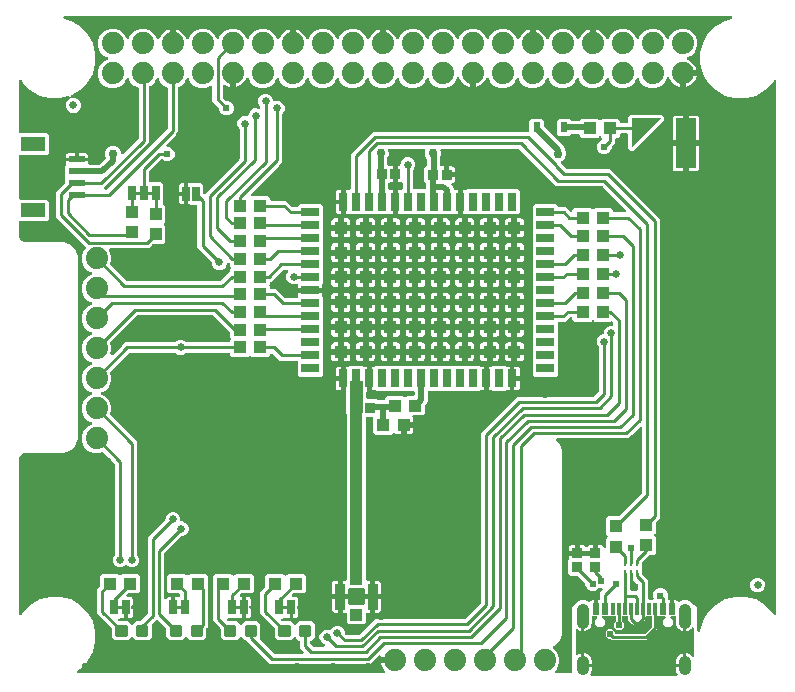
<source format=gtl>
G04 EAGLE Gerber RS-274X export*
G75*
%MOMM*%
%FSLAX34Y34*%
%LPD*%
%INTop Copper*%
%IPPOS*%
%AMOC8*
5,1,8,0,0,1.08239X$1,22.5*%
G01*
%ADD10R,1.000000X1.100000*%
%ADD11C,0.254000*%
%ADD12R,0.635000X1.270000*%
%ADD13R,0.850000X2.200000*%
%ADD14R,1.000000X1.050000*%
%ADD15R,0.630000X0.830000*%
%ADD16R,1.100000X1.000000*%
%ADD17C,0.300000*%
%ADD18R,1.700000X4.200000*%
%ADD19R,1.000000X1.000000*%
%ADD20R,0.800000X1.500000*%
%ADD21R,1.500000X0.800000*%
%ADD22R,1.100000X1.100000*%
%ADD23R,0.850000X0.900000*%
%ADD24R,0.250000X0.610000*%
%ADD25R,0.250000X0.560000*%
%ADD26R,0.300000X1.000000*%
%ADD27R,0.600000X1.000000*%
%ADD28C,1.000000*%
%ADD29R,0.900000X0.850000*%
%ADD30C,1.879600*%
%ADD31C,0.635000*%
%ADD32R,2.000000X1.200000*%
%ADD33R,1.350000X0.600000*%
%ADD34C,0.558800*%
%ADD35C,0.508000*%
%ADD36C,0.762000*%
%ADD37C,0.604000*%

G36*
X313371Y4336D02*
X313371Y4336D01*
X313510Y4349D01*
X313529Y4356D01*
X313549Y4359D01*
X313678Y4410D01*
X313809Y4457D01*
X313826Y4468D01*
X313844Y4476D01*
X313957Y4557D01*
X314072Y4635D01*
X314085Y4651D01*
X314102Y4662D01*
X314191Y4770D01*
X314282Y4874D01*
X314292Y4892D01*
X314305Y4907D01*
X314364Y5033D01*
X314427Y5157D01*
X314431Y5177D01*
X314440Y5195D01*
X314466Y5332D01*
X314497Y5467D01*
X314496Y5488D01*
X314500Y5507D01*
X314491Y5646D01*
X314487Y5785D01*
X314481Y5805D01*
X314480Y5825D01*
X314437Y5957D01*
X314399Y6091D01*
X314388Y6108D01*
X314382Y6127D01*
X314308Y6245D01*
X314237Y6365D01*
X314218Y6386D01*
X314212Y6396D01*
X314197Y6410D01*
X314131Y6485D01*
X313394Y7222D01*
X312289Y8743D01*
X311436Y10417D01*
X310855Y12204D01*
X310815Y12461D01*
X321230Y12461D01*
X321348Y12476D01*
X321467Y12483D01*
X321505Y12496D01*
X321545Y12501D01*
X321656Y12544D01*
X321769Y12581D01*
X321803Y12603D01*
X321841Y12618D01*
X321937Y12688D01*
X322038Y12751D01*
X322066Y12781D01*
X322098Y12804D01*
X322174Y12896D01*
X322256Y12983D01*
X322275Y13018D01*
X322301Y13049D01*
X322352Y13157D01*
X322409Y13261D01*
X322420Y13301D01*
X322437Y13337D01*
X322459Y13454D01*
X322489Y13569D01*
X322493Y13630D01*
X322497Y13650D01*
X322495Y13670D01*
X322499Y13730D01*
X322499Y16270D01*
X322484Y16388D01*
X322477Y16507D01*
X322464Y16545D01*
X322459Y16585D01*
X322415Y16696D01*
X322379Y16809D01*
X322357Y16844D01*
X322342Y16881D01*
X322272Y16977D01*
X322209Y17078D01*
X322179Y17106D01*
X322155Y17139D01*
X322064Y17214D01*
X321977Y17296D01*
X321942Y17316D01*
X321910Y17341D01*
X321803Y17392D01*
X321698Y17450D01*
X321659Y17460D01*
X321623Y17477D01*
X321506Y17499D01*
X321391Y17529D01*
X321330Y17533D01*
X321310Y17537D01*
X321290Y17535D01*
X321230Y17539D01*
X310815Y17539D01*
X310855Y17796D01*
X310883Y17881D01*
X310887Y17901D01*
X310895Y17919D01*
X310917Y18057D01*
X310943Y18193D01*
X310941Y18213D01*
X310944Y18233D01*
X310931Y18372D01*
X310923Y18511D01*
X310917Y18530D01*
X310915Y18550D01*
X310867Y18681D01*
X310825Y18813D01*
X310814Y18830D01*
X310807Y18849D01*
X310729Y18964D01*
X310654Y19082D01*
X310640Y19096D01*
X310628Y19112D01*
X310524Y19204D01*
X310423Y19300D01*
X310405Y19309D01*
X310390Y19323D01*
X310266Y19386D01*
X310144Y19453D01*
X310125Y19458D01*
X310107Y19467D01*
X309971Y19498D01*
X309836Y19532D01*
X309816Y19532D01*
X309797Y19537D01*
X309657Y19533D01*
X309518Y19533D01*
X309499Y19528D01*
X309479Y19527D01*
X309344Y19488D01*
X309210Y19454D01*
X309192Y19444D01*
X309173Y19439D01*
X309053Y19368D01*
X308931Y19301D01*
X308916Y19287D01*
X308899Y19277D01*
X308778Y19171D01*
X304690Y15083D01*
X301789Y12181D01*
X216731Y12181D01*
X213830Y15083D01*
X199353Y29560D01*
X197333Y31580D01*
X197255Y31640D01*
X197183Y31708D01*
X197130Y31737D01*
X197082Y31774D01*
X196991Y31814D01*
X196904Y31862D01*
X196845Y31877D01*
X196790Y31901D01*
X196692Y31916D01*
X196596Y31941D01*
X196496Y31947D01*
X196476Y31951D01*
X196463Y31949D01*
X196435Y31951D01*
X195386Y31951D01*
X192897Y34440D01*
X192808Y34509D01*
X192778Y34538D01*
X192771Y34541D01*
X192714Y34591D01*
X192678Y34610D01*
X192646Y34635D01*
X192537Y34682D01*
X192431Y34736D01*
X192392Y34745D01*
X192354Y34761D01*
X192237Y34780D01*
X192121Y34806D01*
X192080Y34804D01*
X192040Y34811D01*
X191922Y34800D01*
X191803Y34796D01*
X191764Y34785D01*
X191724Y34781D01*
X191612Y34741D01*
X191497Y34708D01*
X191462Y34687D01*
X191424Y34673D01*
X191326Y34606D01*
X191223Y34546D01*
X191178Y34506D01*
X191161Y34495D01*
X191148Y34479D01*
X191102Y34440D01*
X188614Y31951D01*
X177846Y31951D01*
X175181Y34616D01*
X175181Y41415D01*
X175169Y41514D01*
X175166Y41613D01*
X175149Y41671D01*
X175141Y41731D01*
X175105Y41823D01*
X175077Y41918D01*
X175047Y41970D01*
X175024Y42027D01*
X174966Y42107D01*
X174916Y42192D01*
X174850Y42267D01*
X174838Y42284D01*
X174828Y42292D01*
X174810Y42313D01*
X171583Y45539D01*
X168681Y48441D01*
X168681Y77309D01*
X168708Y77337D01*
X168737Y77390D01*
X168774Y77438D01*
X168814Y77529D01*
X168862Y77616D01*
X168877Y77675D01*
X168901Y77730D01*
X168916Y77828D01*
X168941Y77924D01*
X168947Y78024D01*
X168951Y78044D01*
X168949Y78056D01*
X168951Y78085D01*
X168951Y86263D01*
X170737Y88049D01*
X184263Y88049D01*
X185103Y87209D01*
X185197Y87136D01*
X185286Y87057D01*
X185322Y87039D01*
X185354Y87014D01*
X185463Y86967D01*
X185569Y86913D01*
X185608Y86904D01*
X185646Y86888D01*
X185763Y86869D01*
X185879Y86843D01*
X185920Y86844D01*
X185960Y86838D01*
X186078Y86849D01*
X186197Y86853D01*
X186236Y86864D01*
X186276Y86868D01*
X186388Y86908D01*
X186503Y86941D01*
X186538Y86962D01*
X186576Y86975D01*
X186674Y87042D01*
X186777Y87103D01*
X186822Y87142D01*
X186839Y87154D01*
X186852Y87169D01*
X186898Y87209D01*
X187737Y88049D01*
X201263Y88049D01*
X203049Y86263D01*
X203049Y73737D01*
X201263Y71951D01*
X193085Y71951D01*
X192986Y71939D01*
X192887Y71936D01*
X192829Y71919D01*
X192769Y71911D01*
X192677Y71875D01*
X192582Y71847D01*
X192530Y71817D01*
X192473Y71794D01*
X192393Y71736D01*
X192308Y71686D01*
X192233Y71620D01*
X192216Y71608D01*
X192208Y71598D01*
X192187Y71580D01*
X191665Y71058D01*
X191580Y70948D01*
X191491Y70841D01*
X191483Y70822D01*
X191470Y70806D01*
X191415Y70678D01*
X191356Y70553D01*
X191352Y70533D01*
X191344Y70514D01*
X191322Y70376D01*
X191296Y70240D01*
X191297Y70220D01*
X191294Y70200D01*
X191307Y70061D01*
X191316Y69923D01*
X191322Y69904D01*
X191324Y69884D01*
X191371Y69753D01*
X191414Y69621D01*
X191425Y69603D01*
X191431Y69584D01*
X191509Y69470D01*
X191584Y69352D01*
X191599Y69338D01*
X191610Y69321D01*
X191714Y69229D01*
X191815Y69134D01*
X191833Y69124D01*
X191848Y69111D01*
X191972Y69048D01*
X192094Y68980D01*
X192113Y68975D01*
X192132Y68966D01*
X192268Y68936D01*
X192402Y68901D01*
X192430Y68899D01*
X192442Y68896D01*
X192462Y68897D01*
X192563Y68891D01*
X193493Y68891D01*
X193493Y65588D01*
X193508Y65470D01*
X193516Y65351D01*
X193528Y65313D01*
X193533Y65272D01*
X193577Y65162D01*
X193614Y65049D01*
X193635Y65014D01*
X193650Y64977D01*
X193720Y64881D01*
X193784Y64780D01*
X193813Y64752D01*
X193837Y64719D01*
X193929Y64643D01*
X194015Y64562D01*
X194051Y64542D01*
X194082Y64517D01*
X194190Y64466D01*
X194294Y64408D01*
X194333Y64398D01*
X194370Y64381D01*
X194486Y64359D01*
X194602Y64329D01*
X194662Y64325D01*
X194682Y64321D01*
X194702Y64323D01*
X194762Y64319D01*
X195398Y64319D01*
X195516Y64334D01*
X195634Y64341D01*
X195673Y64354D01*
X195713Y64359D01*
X195824Y64402D01*
X195937Y64439D01*
X195971Y64461D01*
X196009Y64476D01*
X196105Y64545D01*
X196206Y64609D01*
X196233Y64639D01*
X196266Y64662D01*
X196342Y64754D01*
X196424Y64841D01*
X196443Y64876D01*
X196469Y64907D01*
X196520Y65015D01*
X196577Y65119D01*
X196587Y65159D01*
X196604Y65195D01*
X196627Y65312D01*
X196657Y65427D01*
X196660Y65487D01*
X196664Y65507D01*
X196663Y65528D01*
X196667Y65588D01*
X196667Y68891D01*
X198589Y68891D01*
X199236Y68718D01*
X199815Y68383D01*
X200288Y67910D01*
X200623Y67331D01*
X200796Y66684D01*
X200796Y61587D01*
X200668Y61587D01*
X200550Y61572D01*
X200431Y61564D01*
X200393Y61552D01*
X200352Y61547D01*
X200242Y61503D01*
X200129Y61466D01*
X200094Y61445D01*
X200057Y61430D01*
X199961Y61360D01*
X199860Y61296D01*
X199832Y61267D01*
X199799Y61243D01*
X199723Y61151D01*
X199642Y61065D01*
X199622Y61029D01*
X199597Y60998D01*
X199546Y60890D01*
X199488Y60786D01*
X199478Y60747D01*
X199461Y60710D01*
X199439Y60594D01*
X199409Y60478D01*
X199405Y60418D01*
X199401Y60398D01*
X199403Y60378D01*
X199399Y60318D01*
X199399Y59682D01*
X199414Y59564D01*
X199421Y59446D01*
X199434Y59407D01*
X199439Y59367D01*
X199482Y59256D01*
X199519Y59143D01*
X199541Y59109D01*
X199556Y59071D01*
X199625Y58975D01*
X199689Y58874D01*
X199719Y58847D01*
X199742Y58814D01*
X199834Y58738D01*
X199921Y58656D01*
X199956Y58637D01*
X199987Y58611D01*
X200095Y58560D01*
X200199Y58503D01*
X200239Y58493D01*
X200275Y58476D01*
X200392Y58453D01*
X200507Y58423D01*
X200567Y58420D01*
X200587Y58416D01*
X200608Y58417D01*
X200668Y58413D01*
X200796Y58413D01*
X200796Y53316D01*
X200623Y52669D01*
X200288Y52090D01*
X199815Y51617D01*
X199236Y51282D01*
X198589Y51109D01*
X196667Y51109D01*
X196667Y54412D01*
X196652Y54530D01*
X196644Y54649D01*
X196632Y54687D01*
X196627Y54728D01*
X196583Y54838D01*
X196546Y54951D01*
X196525Y54986D01*
X196510Y55023D01*
X196440Y55119D01*
X196376Y55220D01*
X196347Y55248D01*
X196323Y55281D01*
X196231Y55357D01*
X196145Y55438D01*
X196109Y55458D01*
X196078Y55483D01*
X195970Y55534D01*
X195866Y55592D01*
X195827Y55602D01*
X195790Y55619D01*
X195674Y55641D01*
X195558Y55671D01*
X195498Y55675D01*
X195478Y55679D01*
X195458Y55677D01*
X195398Y55681D01*
X194762Y55681D01*
X194644Y55666D01*
X194526Y55659D01*
X194487Y55646D01*
X194447Y55641D01*
X194336Y55598D01*
X194223Y55561D01*
X194189Y55539D01*
X194151Y55524D01*
X194055Y55455D01*
X193954Y55391D01*
X193927Y55361D01*
X193894Y55338D01*
X193818Y55246D01*
X193736Y55159D01*
X193717Y55124D01*
X193691Y55093D01*
X193640Y54985D01*
X193583Y54881D01*
X193573Y54841D01*
X193556Y54805D01*
X193533Y54688D01*
X193503Y54573D01*
X193500Y54513D01*
X193496Y54493D01*
X193497Y54472D01*
X193493Y54412D01*
X193493Y51109D01*
X191571Y51109D01*
X190934Y51280D01*
X190829Y51294D01*
X190726Y51317D01*
X190672Y51316D01*
X190619Y51323D01*
X190514Y51311D01*
X190408Y51308D01*
X190356Y51293D01*
X190303Y51287D01*
X190204Y51249D01*
X190103Y51219D01*
X190056Y51192D01*
X190006Y51173D01*
X189920Y51111D01*
X189829Y51058D01*
X189765Y51001D01*
X189747Y50989D01*
X189737Y50977D01*
X189708Y50951D01*
X189358Y50601D01*
X181801Y50601D01*
X181663Y50584D01*
X181524Y50571D01*
X181505Y50564D01*
X181485Y50561D01*
X181356Y50510D01*
X181225Y50463D01*
X181208Y50452D01*
X181189Y50444D01*
X181077Y50363D01*
X180962Y50285D01*
X180948Y50269D01*
X180932Y50258D01*
X180843Y50150D01*
X180751Y50046D01*
X180742Y50028D01*
X180729Y50013D01*
X180670Y49887D01*
X180607Y49763D01*
X180602Y49743D01*
X180594Y49725D01*
X180568Y49589D01*
X180537Y49453D01*
X180538Y49432D01*
X180534Y49413D01*
X180543Y49274D01*
X180547Y49135D01*
X180552Y49115D01*
X180554Y49095D01*
X180596Y48963D01*
X180635Y48829D01*
X180645Y48812D01*
X180652Y48793D01*
X180726Y48675D01*
X180797Y48555D01*
X180815Y48534D01*
X180822Y48524D01*
X180835Y48512D01*
X180836Y48510D01*
X180841Y48505D01*
X180903Y48435D01*
X180917Y48420D01*
X180995Y48360D01*
X181067Y48292D01*
X181120Y48263D01*
X181168Y48226D01*
X181259Y48186D01*
X181346Y48138D01*
X181405Y48123D01*
X181460Y48099D01*
X181558Y48084D01*
X181654Y48059D01*
X181754Y48053D01*
X181774Y48049D01*
X181787Y48051D01*
X181815Y48049D01*
X188614Y48049D01*
X191102Y45560D01*
X191197Y45487D01*
X191286Y45409D01*
X191322Y45390D01*
X191354Y45365D01*
X191463Y45318D01*
X191569Y45264D01*
X191608Y45255D01*
X191646Y45239D01*
X191763Y45220D01*
X191879Y45194D01*
X191920Y45196D01*
X191960Y45189D01*
X192078Y45200D01*
X192197Y45204D01*
X192236Y45215D01*
X192276Y45219D01*
X192389Y45259D01*
X192503Y45292D01*
X192537Y45313D01*
X192576Y45327D01*
X192674Y45393D01*
X192777Y45454D01*
X192822Y45494D01*
X192839Y45505D01*
X192852Y45520D01*
X192897Y45560D01*
X195386Y48049D01*
X206154Y48049D01*
X208819Y45384D01*
X208819Y34616D01*
X208563Y34360D01*
X208490Y34266D01*
X208411Y34177D01*
X208393Y34141D01*
X208368Y34109D01*
X208320Y33999D01*
X208266Y33893D01*
X208258Y33854D01*
X208241Y33817D01*
X208223Y33699D01*
X208197Y33583D01*
X208198Y33543D01*
X208192Y33503D01*
X208203Y33384D01*
X208206Y33265D01*
X208218Y33226D01*
X208221Y33186D01*
X208262Y33074D01*
X208295Y32960D01*
X208315Y32925D01*
X208329Y32887D01*
X208396Y32788D01*
X208456Y32686D01*
X208496Y32640D01*
X208508Y32624D01*
X208523Y32610D01*
X208563Y32565D01*
X219937Y21190D01*
X220015Y21130D01*
X220087Y21062D01*
X220140Y21033D01*
X220188Y20996D01*
X220279Y20956D01*
X220366Y20908D01*
X220425Y20893D01*
X220480Y20869D01*
X220578Y20854D01*
X220674Y20829D01*
X220774Y20823D01*
X220794Y20819D01*
X220807Y20821D01*
X220835Y20819D01*
X244009Y20819D01*
X244147Y20836D01*
X244286Y20849D01*
X244305Y20856D01*
X244325Y20859D01*
X244454Y20910D01*
X244585Y20957D01*
X244602Y20968D01*
X244621Y20976D01*
X244733Y21057D01*
X244848Y21135D01*
X244862Y21151D01*
X244878Y21162D01*
X244967Y21270D01*
X245059Y21374D01*
X245068Y21392D01*
X245081Y21407D01*
X245140Y21533D01*
X245203Y21657D01*
X245208Y21677D01*
X245216Y21695D01*
X245242Y21831D01*
X245273Y21967D01*
X245272Y21988D01*
X245276Y22007D01*
X245267Y22146D01*
X245263Y22285D01*
X245258Y22305D01*
X245256Y22325D01*
X245214Y22457D01*
X245175Y22591D01*
X245165Y22608D01*
X245158Y22627D01*
X245084Y22745D01*
X245013Y22865D01*
X244995Y22886D01*
X244988Y22896D01*
X244973Y22910D01*
X244907Y22985D01*
X242451Y25441D01*
X242451Y30682D01*
X242436Y30800D01*
X242429Y30919D01*
X242416Y30957D01*
X242411Y30998D01*
X242368Y31108D01*
X242331Y31221D01*
X242309Y31256D01*
X242294Y31293D01*
X242225Y31389D01*
X242161Y31490D01*
X242131Y31518D01*
X242108Y31551D01*
X242016Y31627D01*
X241929Y31708D01*
X241894Y31728D01*
X241863Y31753D01*
X241755Y31804D01*
X241651Y31862D01*
X241611Y31872D01*
X241575Y31889D01*
X241458Y31911D01*
X241415Y31922D01*
X238897Y34440D01*
X238808Y34509D01*
X238778Y34538D01*
X238771Y34541D01*
X238714Y34591D01*
X238678Y34610D01*
X238646Y34635D01*
X238537Y34682D01*
X238431Y34736D01*
X238392Y34745D01*
X238354Y34761D01*
X238237Y34780D01*
X238121Y34806D01*
X238080Y34804D01*
X238040Y34811D01*
X237922Y34800D01*
X237803Y34796D01*
X237764Y34785D01*
X237724Y34781D01*
X237612Y34741D01*
X237497Y34708D01*
X237462Y34687D01*
X237424Y34673D01*
X237326Y34606D01*
X237223Y34546D01*
X237178Y34506D01*
X237161Y34495D01*
X237148Y34479D01*
X237102Y34440D01*
X234614Y31951D01*
X223846Y31951D01*
X221181Y34616D01*
X221181Y41415D01*
X221169Y41514D01*
X221166Y41613D01*
X221149Y41671D01*
X221141Y41731D01*
X221105Y41823D01*
X221077Y41918D01*
X221047Y41970D01*
X221024Y42027D01*
X220966Y42107D01*
X220916Y42192D01*
X220850Y42267D01*
X220838Y42284D01*
X220828Y42292D01*
X220810Y42313D01*
X211533Y51590D01*
X208631Y54491D01*
X208631Y73239D01*
X211533Y76140D01*
X211533Y76141D01*
X212579Y77187D01*
X212640Y77265D01*
X212708Y77337D01*
X212737Y77391D01*
X212774Y77438D01*
X212814Y77529D01*
X212862Y77616D01*
X212877Y77675D01*
X212901Y77730D01*
X212916Y77828D01*
X212941Y77924D01*
X212947Y78024D01*
X212951Y78044D01*
X212949Y78057D01*
X212951Y78085D01*
X212951Y86263D01*
X214737Y88049D01*
X228263Y88049D01*
X229103Y87209D01*
X229197Y87136D01*
X229286Y87057D01*
X229322Y87039D01*
X229354Y87014D01*
X229463Y86967D01*
X229569Y86913D01*
X229608Y86904D01*
X229646Y86888D01*
X229763Y86869D01*
X229879Y86843D01*
X229920Y86844D01*
X229960Y86838D01*
X230078Y86849D01*
X230197Y86853D01*
X230236Y86864D01*
X230276Y86868D01*
X230388Y86908D01*
X230503Y86941D01*
X230538Y86962D01*
X230576Y86975D01*
X230674Y87042D01*
X230777Y87103D01*
X230822Y87142D01*
X230839Y87154D01*
X230852Y87169D01*
X230898Y87209D01*
X231737Y88049D01*
X245263Y88049D01*
X247049Y86263D01*
X247049Y73737D01*
X245263Y71951D01*
X237085Y71951D01*
X236986Y71939D01*
X236887Y71936D01*
X236829Y71919D01*
X236769Y71911D01*
X236677Y71875D01*
X236582Y71847D01*
X236530Y71817D01*
X236473Y71794D01*
X236393Y71736D01*
X236308Y71686D01*
X236233Y71620D01*
X236216Y71608D01*
X236208Y71598D01*
X236187Y71580D01*
X235665Y71057D01*
X235580Y70948D01*
X235491Y70841D01*
X235483Y70822D01*
X235470Y70806D01*
X235415Y70678D01*
X235356Y70553D01*
X235352Y70533D01*
X235344Y70514D01*
X235322Y70376D01*
X235296Y70240D01*
X235297Y70220D01*
X235294Y70200D01*
X235307Y70061D01*
X235316Y69923D01*
X235322Y69904D01*
X235324Y69884D01*
X235371Y69752D01*
X235414Y69621D01*
X235424Y69603D01*
X235431Y69584D01*
X235509Y69469D01*
X235584Y69352D01*
X235599Y69338D01*
X235610Y69321D01*
X235714Y69229D01*
X235815Y69134D01*
X235833Y69124D01*
X235848Y69111D01*
X235972Y69047D01*
X236094Y68980D01*
X236114Y68975D01*
X236132Y68966D01*
X236267Y68936D01*
X236402Y68901D01*
X236430Y68899D01*
X236442Y68896D01*
X236462Y68897D01*
X236563Y68891D01*
X238589Y68891D01*
X239236Y68718D01*
X239815Y68383D01*
X240288Y67910D01*
X240623Y67331D01*
X240796Y66684D01*
X240796Y61587D01*
X240668Y61587D01*
X240550Y61572D01*
X240431Y61564D01*
X240393Y61552D01*
X240352Y61547D01*
X240242Y61503D01*
X240129Y61466D01*
X240094Y61445D01*
X240057Y61430D01*
X239961Y61360D01*
X239860Y61296D01*
X239832Y61267D01*
X239799Y61243D01*
X239723Y61151D01*
X239642Y61065D01*
X239622Y61029D01*
X239597Y60998D01*
X239546Y60890D01*
X239488Y60786D01*
X239478Y60747D01*
X239461Y60710D01*
X239439Y60594D01*
X239409Y60478D01*
X239405Y60418D01*
X239401Y60398D01*
X239403Y60378D01*
X239399Y60318D01*
X239399Y59682D01*
X239414Y59564D01*
X239421Y59446D01*
X239434Y59407D01*
X239439Y59367D01*
X239482Y59256D01*
X239519Y59143D01*
X239541Y59109D01*
X239556Y59071D01*
X239625Y58975D01*
X239689Y58874D01*
X239719Y58847D01*
X239742Y58814D01*
X239834Y58738D01*
X239921Y58656D01*
X239956Y58637D01*
X239987Y58611D01*
X240095Y58560D01*
X240199Y58503D01*
X240239Y58493D01*
X240275Y58476D01*
X240392Y58453D01*
X240507Y58423D01*
X240567Y58420D01*
X240587Y58416D01*
X240608Y58417D01*
X240668Y58413D01*
X240796Y58413D01*
X240796Y53316D01*
X240623Y52669D01*
X240288Y52090D01*
X239815Y51617D01*
X239236Y51282D01*
X238589Y51109D01*
X236667Y51109D01*
X236667Y54412D01*
X236652Y54530D01*
X236644Y54649D01*
X236632Y54687D01*
X236627Y54728D01*
X236583Y54838D01*
X236546Y54951D01*
X236525Y54986D01*
X236510Y55023D01*
X236440Y55119D01*
X236376Y55220D01*
X236347Y55248D01*
X236323Y55281D01*
X236231Y55357D01*
X236145Y55438D01*
X236109Y55458D01*
X236078Y55483D01*
X235970Y55534D01*
X235866Y55592D01*
X235827Y55602D01*
X235790Y55619D01*
X235674Y55641D01*
X235558Y55671D01*
X235498Y55675D01*
X235478Y55679D01*
X235458Y55677D01*
X235398Y55681D01*
X234762Y55681D01*
X234644Y55666D01*
X234526Y55659D01*
X234487Y55646D01*
X234447Y55641D01*
X234336Y55598D01*
X234223Y55561D01*
X234189Y55539D01*
X234151Y55524D01*
X234055Y55455D01*
X233954Y55391D01*
X233927Y55361D01*
X233894Y55338D01*
X233818Y55246D01*
X233736Y55159D01*
X233717Y55124D01*
X233691Y55093D01*
X233640Y54985D01*
X233583Y54881D01*
X233573Y54841D01*
X233556Y54805D01*
X233533Y54688D01*
X233503Y54573D01*
X233500Y54513D01*
X233496Y54493D01*
X233497Y54472D01*
X233493Y54412D01*
X233493Y51109D01*
X231571Y51109D01*
X230934Y51280D01*
X230829Y51294D01*
X230726Y51317D01*
X230672Y51316D01*
X230619Y51323D01*
X230514Y51311D01*
X230408Y51308D01*
X230356Y51293D01*
X230303Y51287D01*
X230204Y51249D01*
X230103Y51219D01*
X230056Y51192D01*
X230006Y51173D01*
X229920Y51111D01*
X229829Y51058D01*
X229765Y51001D01*
X229747Y50989D01*
X229737Y50977D01*
X229708Y50951D01*
X229358Y50601D01*
X227801Y50601D01*
X227663Y50584D01*
X227524Y50571D01*
X227505Y50564D01*
X227485Y50561D01*
X227356Y50510D01*
X227225Y50463D01*
X227208Y50452D01*
X227189Y50444D01*
X227077Y50363D01*
X226962Y50285D01*
X226948Y50269D01*
X226932Y50258D01*
X226843Y50150D01*
X226751Y50046D01*
X226742Y50028D01*
X226729Y50013D01*
X226670Y49887D01*
X226607Y49763D01*
X226602Y49743D01*
X226594Y49725D01*
X226568Y49589D01*
X226537Y49453D01*
X226538Y49432D01*
X226534Y49413D01*
X226543Y49274D01*
X226547Y49135D01*
X226552Y49115D01*
X226554Y49095D01*
X226596Y48963D01*
X226635Y48829D01*
X226645Y48812D01*
X226652Y48793D01*
X226726Y48675D01*
X226797Y48555D01*
X226815Y48534D01*
X226822Y48524D01*
X226835Y48512D01*
X226836Y48510D01*
X226841Y48505D01*
X226903Y48435D01*
X226917Y48420D01*
X226995Y48360D01*
X227067Y48292D01*
X227120Y48263D01*
X227168Y48226D01*
X227259Y48186D01*
X227346Y48138D01*
X227405Y48123D01*
X227460Y48099D01*
X227558Y48084D01*
X227654Y48059D01*
X227754Y48053D01*
X227774Y48049D01*
X227787Y48051D01*
X227815Y48049D01*
X234614Y48049D01*
X237102Y45560D01*
X237197Y45487D01*
X237286Y45409D01*
X237322Y45390D01*
X237354Y45365D01*
X237463Y45318D01*
X237569Y45264D01*
X237608Y45255D01*
X237646Y45239D01*
X237763Y45220D01*
X237879Y45194D01*
X237920Y45196D01*
X237960Y45189D01*
X238078Y45200D01*
X238197Y45204D01*
X238236Y45215D01*
X238276Y45219D01*
X238389Y45259D01*
X238503Y45292D01*
X238537Y45313D01*
X238576Y45327D01*
X238674Y45393D01*
X238777Y45454D01*
X238822Y45494D01*
X238839Y45505D01*
X238852Y45520D01*
X238897Y45560D01*
X241386Y48049D01*
X252154Y48049D01*
X254819Y45384D01*
X254819Y34616D01*
X252133Y31930D01*
X252121Y31929D01*
X252083Y31916D01*
X252042Y31911D01*
X251932Y31868D01*
X251819Y31831D01*
X251784Y31809D01*
X251747Y31794D01*
X251651Y31725D01*
X251550Y31661D01*
X251522Y31631D01*
X251489Y31608D01*
X251413Y31516D01*
X251332Y31429D01*
X251312Y31394D01*
X251287Y31363D01*
X251236Y31255D01*
X251178Y31151D01*
X251168Y31111D01*
X251151Y31075D01*
X251129Y30958D01*
X251099Y30843D01*
X251095Y30783D01*
X251091Y30763D01*
X251093Y30742D01*
X251089Y30682D01*
X251089Y29545D01*
X251101Y29446D01*
X251104Y29347D01*
X251121Y29289D01*
X251129Y29229D01*
X251165Y29137D01*
X251193Y29042D01*
X251223Y28990D01*
X251246Y28933D01*
X251304Y28853D01*
X251354Y28768D01*
X251420Y28693D01*
X251432Y28676D01*
X251442Y28668D01*
X251460Y28647D01*
X252917Y27190D01*
X252995Y27130D01*
X253068Y27062D01*
X253121Y27033D01*
X253168Y26996D01*
X253259Y26956D01*
X253346Y26908D01*
X253405Y26893D01*
X253460Y26869D01*
X253558Y26854D01*
X253654Y26829D01*
X253754Y26823D01*
X253774Y26819D01*
X253787Y26821D01*
X253815Y26819D01*
X262107Y26819D01*
X262176Y26827D01*
X262246Y26826D01*
X262333Y26847D01*
X262423Y26859D01*
X262487Y26884D01*
X262555Y26901D01*
X262635Y26943D01*
X262718Y26976D01*
X262775Y27017D01*
X262836Y27049D01*
X262903Y27110D01*
X262976Y27162D01*
X263020Y27216D01*
X263072Y27263D01*
X263121Y27338D01*
X263178Y27407D01*
X263208Y27471D01*
X263246Y27529D01*
X263276Y27614D01*
X263314Y27695D01*
X263327Y27764D01*
X263350Y27830D01*
X263357Y27919D01*
X263374Y28007D01*
X263369Y28077D01*
X263375Y28147D01*
X263360Y28235D01*
X263354Y28325D01*
X263332Y28391D01*
X263321Y28460D01*
X263284Y28542D01*
X263256Y28627D01*
X263219Y28686D01*
X263190Y28750D01*
X263134Y28820D01*
X263086Y28896D01*
X263035Y28944D01*
X262991Y28998D01*
X262920Y29053D01*
X262854Y29114D01*
X262793Y29148D01*
X262737Y29190D01*
X262593Y29261D01*
X261475Y29724D01*
X259724Y31475D01*
X258776Y33762D01*
X258776Y36238D01*
X259724Y38525D01*
X261475Y40276D01*
X263762Y41224D01*
X266238Y41224D01*
X267080Y40875D01*
X267195Y40843D01*
X267308Y40805D01*
X267348Y40801D01*
X267387Y40791D01*
X267506Y40789D01*
X267625Y40780D01*
X267665Y40786D01*
X267705Y40786D01*
X267821Y40814D01*
X267938Y40834D01*
X267975Y40850D01*
X268014Y40860D01*
X268120Y40916D01*
X268228Y40965D01*
X268260Y40990D01*
X268296Y41009D01*
X268384Y41089D01*
X268477Y41163D01*
X268501Y41195D01*
X268531Y41223D01*
X268596Y41322D01*
X268668Y41417D01*
X268694Y41471D01*
X268706Y41488D01*
X268712Y41508D01*
X268718Y41520D01*
X270475Y43276D01*
X272762Y44224D01*
X275238Y44224D01*
X277525Y43276D01*
X279276Y41525D01*
X280224Y39238D01*
X280224Y38410D01*
X280236Y38311D01*
X280239Y38212D01*
X280256Y38154D01*
X280264Y38094D01*
X280300Y38002D01*
X280328Y37907D01*
X280358Y37855D01*
X280381Y37798D01*
X280439Y37718D01*
X280489Y37633D01*
X280555Y37558D01*
X280567Y37541D01*
X280577Y37533D01*
X280595Y37512D01*
X281417Y36690D01*
X281495Y36630D01*
X281568Y36562D01*
X281621Y36533D01*
X281668Y36496D01*
X281759Y36456D01*
X281846Y36408D01*
X281905Y36393D01*
X281960Y36369D01*
X282058Y36354D01*
X282154Y36329D01*
X282254Y36323D01*
X282274Y36319D01*
X282287Y36321D01*
X282315Y36319D01*
X291685Y36319D01*
X291784Y36331D01*
X291883Y36334D01*
X291941Y36351D01*
X292001Y36359D01*
X292093Y36395D01*
X292188Y36423D01*
X292240Y36453D01*
X292297Y36476D01*
X292377Y36534D01*
X292462Y36584D01*
X292537Y36650D01*
X292554Y36662D01*
X292562Y36672D01*
X292583Y36690D01*
X306211Y50319D01*
X381685Y50319D01*
X381784Y50331D01*
X381883Y50334D01*
X381941Y50351D01*
X382001Y50359D01*
X382093Y50395D01*
X382188Y50423D01*
X382240Y50453D01*
X382297Y50476D01*
X382377Y50534D01*
X382462Y50584D01*
X382537Y50650D01*
X382554Y50662D01*
X382562Y50672D01*
X382583Y50690D01*
X395310Y63417D01*
X395370Y63495D01*
X395438Y63568D01*
X395467Y63621D01*
X395504Y63668D01*
X395544Y63759D01*
X395592Y63846D01*
X395607Y63905D01*
X395631Y63960D01*
X395646Y64058D01*
X395671Y64154D01*
X395677Y64254D01*
X395681Y64274D01*
X395679Y64287D01*
X395681Y64315D01*
X395681Y207789D01*
X426211Y238319D01*
X490685Y238319D01*
X490784Y238331D01*
X490883Y238334D01*
X490941Y238351D01*
X491001Y238359D01*
X491093Y238395D01*
X491188Y238423D01*
X491240Y238453D01*
X491297Y238476D01*
X491377Y238534D01*
X491462Y238584D01*
X491537Y238650D01*
X491554Y238662D01*
X491562Y238672D01*
X491583Y238690D01*
X495310Y242417D01*
X495370Y242495D01*
X495438Y242568D01*
X495467Y242621D01*
X495504Y242668D01*
X495544Y242759D01*
X495592Y242846D01*
X495607Y242905D01*
X495631Y242960D01*
X495646Y243058D01*
X495671Y243154D01*
X495677Y243254D01*
X495681Y243274D01*
X495679Y243287D01*
X495681Y243315D01*
X495681Y279991D01*
X495669Y280089D01*
X495666Y280189D01*
X495649Y280247D01*
X495641Y280307D01*
X495605Y280399D01*
X495577Y280494D01*
X495547Y280546D01*
X495524Y280603D01*
X495466Y280683D01*
X495416Y280768D01*
X495350Y280843D01*
X495338Y280860D01*
X495328Y280868D01*
X495310Y280889D01*
X494724Y281475D01*
X493776Y283762D01*
X493776Y286238D01*
X494724Y288525D01*
X496475Y290276D01*
X498993Y291319D01*
X499018Y291334D01*
X499046Y291343D01*
X499156Y291412D01*
X499269Y291477D01*
X499290Y291497D01*
X499315Y291513D01*
X499404Y291608D01*
X499497Y291698D01*
X499513Y291723D01*
X499533Y291745D01*
X499596Y291858D01*
X499664Y291969D01*
X499672Y291997D01*
X499687Y292023D01*
X499719Y292149D01*
X499757Y292273D01*
X499759Y292303D01*
X499766Y292331D01*
X499776Y292492D01*
X499776Y293238D01*
X500724Y295525D01*
X502475Y297276D01*
X504762Y298224D01*
X506412Y298224D01*
X506530Y298239D01*
X506649Y298246D01*
X506687Y298259D01*
X506728Y298264D01*
X506838Y298307D01*
X506951Y298344D01*
X506986Y298366D01*
X507023Y298381D01*
X507119Y298450D01*
X507220Y298514D01*
X507248Y298544D01*
X507281Y298567D01*
X507357Y298659D01*
X507438Y298746D01*
X507458Y298781D01*
X507483Y298812D01*
X507534Y298920D01*
X507592Y299024D01*
X507602Y299064D01*
X507619Y299100D01*
X507641Y299217D01*
X507671Y299332D01*
X507675Y299392D01*
X507679Y299412D01*
X507677Y299433D01*
X507681Y299493D01*
X507681Y300685D01*
X507669Y300784D01*
X507666Y300883D01*
X507649Y300941D01*
X507641Y301001D01*
X507605Y301093D01*
X507577Y301188D01*
X507547Y301240D01*
X507524Y301297D01*
X507466Y301377D01*
X507416Y301462D01*
X507350Y301537D01*
X507338Y301554D01*
X507328Y301562D01*
X507310Y301583D01*
X507000Y301893D01*
X506905Y301966D01*
X506816Y302045D01*
X506780Y302063D01*
X506748Y302088D01*
X506639Y302135D01*
X506533Y302189D01*
X506493Y302198D01*
X506456Y302214D01*
X506339Y302233D01*
X506223Y302259D01*
X506182Y302258D01*
X506142Y302264D01*
X506024Y302253D01*
X505905Y302249D01*
X505866Y302238D01*
X505826Y302234D01*
X505714Y302194D01*
X505599Y302161D01*
X505564Y302140D01*
X505526Y302127D01*
X505428Y302060D01*
X505325Y301999D01*
X505280Y301960D01*
X505268Y301951D01*
X491737Y301951D01*
X490897Y302791D01*
X490803Y302864D01*
X490714Y302943D01*
X490678Y302961D01*
X490646Y302986D01*
X490537Y303033D01*
X490431Y303087D01*
X490392Y303096D01*
X490354Y303112D01*
X490237Y303131D01*
X490121Y303157D01*
X490080Y303156D01*
X490040Y303162D01*
X489922Y303151D01*
X489803Y303147D01*
X489764Y303136D01*
X489724Y303132D01*
X489612Y303092D01*
X489497Y303059D01*
X489462Y303038D01*
X489424Y303025D01*
X489326Y302958D01*
X489223Y302897D01*
X489178Y302858D01*
X489161Y302846D01*
X489148Y302831D01*
X489102Y302791D01*
X488263Y301951D01*
X474737Y301951D01*
X472951Y303737D01*
X472951Y304412D01*
X472936Y304530D01*
X472929Y304649D01*
X472916Y304687D01*
X472911Y304728D01*
X472868Y304838D01*
X472831Y304951D01*
X472809Y304986D01*
X472794Y305023D01*
X472725Y305119D01*
X472661Y305220D01*
X472631Y305248D01*
X472608Y305281D01*
X472516Y305357D01*
X472429Y305438D01*
X472394Y305458D01*
X472363Y305483D01*
X472255Y305534D01*
X472151Y305592D01*
X472111Y305602D01*
X472075Y305619D01*
X471958Y305641D01*
X471843Y305671D01*
X471783Y305675D01*
X471763Y305679D01*
X471742Y305677D01*
X471682Y305681D01*
X471315Y305681D01*
X471216Y305669D01*
X471117Y305666D01*
X471059Y305649D01*
X470999Y305641D01*
X470907Y305605D01*
X470812Y305577D01*
X470760Y305547D01*
X470703Y305524D01*
X470623Y305466D01*
X470538Y305416D01*
X470463Y305350D01*
X470446Y305338D01*
X470438Y305328D01*
X470417Y305310D01*
X467089Y301981D01*
X461698Y301981D01*
X461580Y301966D01*
X461461Y301959D01*
X461423Y301946D01*
X461382Y301941D01*
X461272Y301898D01*
X461159Y301861D01*
X461124Y301839D01*
X461087Y301824D01*
X460991Y301755D01*
X460890Y301691D01*
X460862Y301661D01*
X460829Y301638D01*
X460753Y301546D01*
X460672Y301459D01*
X460652Y301424D01*
X460627Y301393D01*
X460576Y301285D01*
X460518Y301181D01*
X460508Y301141D01*
X460491Y301105D01*
X460469Y300988D01*
X460439Y300873D01*
X460435Y300813D01*
X460431Y300793D01*
X460433Y300772D01*
X460429Y300712D01*
X460429Y257037D01*
X458643Y255251D01*
X441117Y255251D01*
X439331Y257037D01*
X439331Y399563D01*
X441117Y401349D01*
X458643Y401349D01*
X460501Y399491D01*
X460512Y399462D01*
X460549Y399349D01*
X460571Y399314D01*
X460586Y399277D01*
X460655Y399181D01*
X460719Y399080D01*
X460749Y399052D01*
X460772Y399019D01*
X460864Y398943D01*
X460951Y398862D01*
X460986Y398842D01*
X461017Y398817D01*
X461125Y398766D01*
X461229Y398708D01*
X461269Y398698D01*
X461305Y398681D01*
X461422Y398659D01*
X461537Y398629D01*
X461597Y398625D01*
X461617Y398621D01*
X461638Y398623D01*
X461698Y398619D01*
X467489Y398619D01*
X470785Y395323D01*
X470895Y395238D01*
X471001Y395149D01*
X471020Y395141D01*
X471036Y395128D01*
X471164Y395073D01*
X471289Y395014D01*
X471309Y395010D01*
X471328Y395002D01*
X471466Y394980D01*
X471602Y394954D01*
X471622Y394955D01*
X471642Y394952D01*
X471781Y394965D01*
X471919Y394974D01*
X471938Y394980D01*
X471958Y394982D01*
X472090Y395029D01*
X472221Y395072D01*
X472239Y395082D01*
X472258Y395089D01*
X472373Y395167D01*
X472490Y395242D01*
X472504Y395257D01*
X472521Y395268D01*
X472613Y395372D01*
X472708Y395473D01*
X472718Y395491D01*
X472731Y395506D01*
X472795Y395630D01*
X472862Y395752D01*
X472867Y395772D01*
X472876Y395790D01*
X472906Y395925D01*
X472941Y396060D01*
X472943Y396088D01*
X472946Y396100D01*
X472945Y396120D01*
X472951Y396221D01*
X472951Y396263D01*
X474737Y398049D01*
X488263Y398049D01*
X489102Y397209D01*
X489196Y397136D01*
X489286Y397057D01*
X489322Y397039D01*
X489354Y397014D01*
X489463Y396967D01*
X489569Y396913D01*
X489608Y396904D01*
X489646Y396888D01*
X489763Y396869D01*
X489879Y396843D01*
X489920Y396844D01*
X489960Y396838D01*
X490078Y396849D01*
X490197Y396853D01*
X490236Y396864D01*
X490276Y396868D01*
X490389Y396908D01*
X490503Y396941D01*
X490537Y396962D01*
X490576Y396975D01*
X490674Y397042D01*
X490777Y397103D01*
X490822Y397143D01*
X490839Y397154D01*
X490852Y397169D01*
X490897Y397209D01*
X491737Y398049D01*
X505263Y398049D01*
X507049Y396263D01*
X507049Y395588D01*
X507064Y395470D01*
X507071Y395351D01*
X507084Y395313D01*
X507089Y395272D01*
X507132Y395162D01*
X507169Y395049D01*
X507191Y395014D01*
X507206Y394977D01*
X507275Y394881D01*
X507339Y394780D01*
X507369Y394752D01*
X507392Y394719D01*
X507484Y394643D01*
X507571Y394562D01*
X507606Y394542D01*
X507637Y394517D01*
X507745Y394466D01*
X507849Y394408D01*
X507889Y394398D01*
X507925Y394381D01*
X508042Y394359D01*
X508157Y394329D01*
X508217Y394325D01*
X508237Y394321D01*
X508258Y394323D01*
X508318Y394319D01*
X517509Y394319D01*
X517647Y394336D01*
X517786Y394349D01*
X517805Y394356D01*
X517825Y394359D01*
X517954Y394410D01*
X518085Y394457D01*
X518102Y394468D01*
X518121Y394476D01*
X518233Y394557D01*
X518348Y394635D01*
X518362Y394651D01*
X518378Y394662D01*
X518467Y394770D01*
X518559Y394874D01*
X518568Y394892D01*
X518581Y394907D01*
X518640Y395033D01*
X518703Y395157D01*
X518708Y395177D01*
X518716Y395195D01*
X518742Y395331D01*
X518773Y395467D01*
X518772Y395488D01*
X518776Y395507D01*
X518767Y395646D01*
X518763Y395785D01*
X518758Y395805D01*
X518756Y395825D01*
X518714Y395957D01*
X518675Y396091D01*
X518665Y396108D01*
X518658Y396127D01*
X518584Y396245D01*
X518513Y396365D01*
X518495Y396386D01*
X518488Y396396D01*
X518473Y396410D01*
X518407Y396485D01*
X498583Y416310D01*
X498505Y416370D01*
X498432Y416438D01*
X498379Y416467D01*
X498332Y416504D01*
X498241Y416544D01*
X498154Y416592D01*
X498095Y416607D01*
X498040Y416631D01*
X497942Y416646D01*
X497846Y416671D01*
X497746Y416677D01*
X497726Y416681D01*
X497713Y416679D01*
X497685Y416681D01*
X459211Y416681D01*
X427789Y448104D01*
X427711Y448164D01*
X427638Y448232D01*
X427585Y448261D01*
X427538Y448298D01*
X427447Y448338D01*
X427360Y448386D01*
X427301Y448401D01*
X427246Y448425D01*
X427148Y448440D01*
X427052Y448465D01*
X426952Y448471D01*
X426932Y448475D01*
X426919Y448473D01*
X426891Y448475D01*
X362412Y448475D01*
X362363Y448469D01*
X362313Y448471D01*
X362206Y448449D01*
X362097Y448435D01*
X362050Y448417D01*
X362002Y448407D01*
X361903Y448359D01*
X361801Y448318D01*
X361761Y448289D01*
X361716Y448267D01*
X361632Y448196D01*
X361543Y448132D01*
X361512Y448093D01*
X361474Y448061D01*
X361411Y447971D01*
X361341Y447887D01*
X361319Y447842D01*
X361291Y447801D01*
X361252Y447698D01*
X361205Y447599D01*
X361196Y447550D01*
X361178Y447504D01*
X361166Y447394D01*
X361145Y447287D01*
X361148Y447237D01*
X361143Y447188D01*
X361158Y447079D01*
X361165Y446969D01*
X361180Y446922D01*
X361187Y446873D01*
X361239Y446720D01*
X361697Y445616D01*
X361697Y442888D01*
X361101Y441450D01*
X361099Y441441D01*
X361094Y441433D01*
X361071Y441341D01*
X361067Y441334D01*
X361062Y441309D01*
X361057Y441286D01*
X361017Y441144D01*
X361017Y441134D01*
X361015Y441125D01*
X361009Y441029D01*
X361007Y441021D01*
X361008Y441013D01*
X361005Y440965D01*
X361005Y434658D01*
X361020Y434540D01*
X361027Y434421D01*
X361040Y434383D01*
X361045Y434342D01*
X361088Y434232D01*
X361125Y434119D01*
X361147Y434084D01*
X361162Y434047D01*
X361231Y433951D01*
X361295Y433850D01*
X361325Y433822D01*
X361348Y433789D01*
X361440Y433713D01*
X361527Y433632D01*
X361562Y433612D01*
X361593Y433587D01*
X361701Y433536D01*
X361805Y433478D01*
X361845Y433468D01*
X361881Y433451D01*
X361998Y433429D01*
X362113Y433399D01*
X362173Y433395D01*
X362193Y433391D01*
X362214Y433393D01*
X362274Y433389D01*
X364384Y433389D01*
X364384Y427203D01*
X364399Y427085D01*
X364406Y426966D01*
X364418Y426928D01*
X364424Y426888D01*
X364467Y426777D01*
X364504Y426664D01*
X364526Y426630D01*
X364541Y426592D01*
X364610Y426496D01*
X364674Y426395D01*
X364704Y426367D01*
X364727Y426335D01*
X364819Y426259D01*
X364906Y426177D01*
X364941Y426158D01*
X364972Y426132D01*
X365080Y426081D01*
X365184Y426024D01*
X365224Y426014D01*
X365260Y425996D01*
X365377Y425974D01*
X365492Y425944D01*
X365552Y425940D01*
X365572Y425937D01*
X365593Y425938D01*
X365653Y425934D01*
X366094Y425934D01*
X366094Y425493D01*
X366109Y425375D01*
X366116Y425256D01*
X366129Y425218D01*
X366134Y425177D01*
X366178Y425067D01*
X366214Y424954D01*
X366236Y424919D01*
X366251Y424882D01*
X366321Y424785D01*
X366384Y424685D01*
X366414Y424657D01*
X366438Y424624D01*
X366529Y424548D01*
X366616Y424467D01*
X366651Y424447D01*
X366683Y424422D01*
X366790Y424371D01*
X366895Y424313D01*
X366934Y424303D01*
X366970Y424286D01*
X367087Y424264D01*
X367203Y424234D01*
X367263Y424230D01*
X367283Y424226D01*
X367303Y424228D01*
X367363Y424224D01*
X373299Y424224D01*
X373299Y421514D01*
X373126Y420867D01*
X372791Y420288D01*
X372318Y419815D01*
X371739Y419480D01*
X371247Y419349D01*
X371125Y419299D01*
X371000Y419254D01*
X370978Y419239D01*
X370953Y419229D01*
X370847Y419150D01*
X370737Y419075D01*
X370719Y419055D01*
X370698Y419039D01*
X370614Y418936D01*
X370527Y418837D01*
X370514Y418813D01*
X370497Y418792D01*
X370442Y418671D01*
X370382Y418554D01*
X370376Y418527D01*
X370365Y418503D01*
X370341Y418373D01*
X370312Y418243D01*
X370313Y418216D01*
X370308Y418190D01*
X370318Y418058D01*
X370322Y417926D01*
X370330Y417900D01*
X370331Y417873D01*
X370374Y417747D01*
X370410Y417620D01*
X370424Y417597D01*
X370433Y417571D01*
X370505Y417460D01*
X370572Y417346D01*
X370597Y417317D01*
X370606Y417304D01*
X370622Y417290D01*
X370678Y417225D01*
X371618Y416286D01*
X372513Y414124D01*
X372528Y414099D01*
X372537Y414071D01*
X372606Y413961D01*
X372671Y413848D01*
X372691Y413827D01*
X372707Y413802D01*
X372802Y413713D01*
X372892Y413620D01*
X372917Y413604D01*
X372939Y413584D01*
X373052Y413521D01*
X373163Y413453D01*
X373191Y413445D01*
X373217Y413430D01*
X373343Y413398D01*
X373467Y413360D01*
X373497Y413358D01*
X373525Y413351D01*
X373686Y413341D01*
X375881Y413341D01*
X375881Y404030D01*
X375896Y403912D01*
X375903Y403793D01*
X375915Y403755D01*
X375921Y403715D01*
X375964Y403604D01*
X376001Y403491D01*
X376023Y403457D01*
X376038Y403419D01*
X376107Y403323D01*
X376118Y403306D01*
X376104Y403282D01*
X376079Y403250D01*
X376028Y403143D01*
X375970Y403038D01*
X375960Y402999D01*
X375943Y402963D01*
X375921Y402846D01*
X375891Y402730D01*
X375887Y402670D01*
X375883Y402650D01*
X375885Y402630D01*
X375881Y402570D01*
X375881Y393259D01*
X373543Y393259D01*
X373443Y393273D01*
X373340Y393296D01*
X373286Y393295D01*
X373233Y393302D01*
X373128Y393290D01*
X373022Y393287D01*
X372970Y393272D01*
X372917Y393265D01*
X372818Y393227D01*
X372717Y393198D01*
X372670Y393171D01*
X372620Y393151D01*
X372534Y393090D01*
X372443Y393037D01*
X372378Y392980D01*
X372361Y392967D01*
X372350Y392955D01*
X372322Y392930D01*
X372143Y392751D01*
X328617Y392751D01*
X328438Y392930D01*
X328355Y392995D01*
X328277Y393067D01*
X328230Y393092D01*
X328187Y393125D01*
X328090Y393167D01*
X327997Y393217D01*
X327945Y393230D01*
X327895Y393251D01*
X327791Y393268D01*
X327688Y393293D01*
X327634Y393293D01*
X327581Y393301D01*
X327476Y393291D01*
X327370Y393290D01*
X327286Y393274D01*
X327264Y393271D01*
X327250Y393266D01*
X327215Y393259D01*
X324879Y393259D01*
X324879Y402570D01*
X324864Y402688D01*
X324857Y402807D01*
X324844Y402845D01*
X324839Y402885D01*
X324796Y402996D01*
X324759Y403109D01*
X324737Y403143D01*
X324722Y403181D01*
X324653Y403277D01*
X324642Y403294D01*
X324656Y403318D01*
X324681Y403350D01*
X324732Y403457D01*
X324790Y403562D01*
X324800Y403601D01*
X324817Y403637D01*
X324839Y403754D01*
X324869Y403870D01*
X324873Y403930D01*
X324877Y403950D01*
X324875Y403970D01*
X324879Y404030D01*
X324879Y413341D01*
X327217Y413341D01*
X327317Y413327D01*
X327420Y413304D01*
X327474Y413305D01*
X327527Y413298D01*
X327632Y413310D01*
X327738Y413313D01*
X327790Y413328D01*
X327843Y413335D01*
X327942Y413373D01*
X328043Y413402D01*
X328090Y413429D01*
X328140Y413449D01*
X328226Y413510D01*
X328317Y413563D01*
X328382Y413620D01*
X328399Y413633D01*
X328410Y413645D01*
X328438Y413670D01*
X328689Y413921D01*
X328718Y413932D01*
X328831Y413969D01*
X328866Y413991D01*
X328903Y414006D01*
X328999Y414075D01*
X329100Y414139D01*
X329128Y414169D01*
X329161Y414192D01*
X329237Y414284D01*
X329318Y414371D01*
X329338Y414406D01*
X329363Y414437D01*
X329414Y414545D01*
X329472Y414649D01*
X329482Y414689D01*
X329499Y414725D01*
X329521Y414842D01*
X329551Y414957D01*
X329555Y415017D01*
X329559Y415037D01*
X329557Y415058D01*
X329561Y415118D01*
X329561Y418579D01*
X329545Y418704D01*
X329536Y418829D01*
X329526Y418861D01*
X329521Y418895D01*
X329475Y419012D01*
X329435Y419131D01*
X329417Y419159D01*
X329404Y419190D01*
X329330Y419292D01*
X329262Y419398D01*
X329237Y419420D01*
X329218Y419448D01*
X329121Y419528D01*
X329028Y419613D01*
X328999Y419629D01*
X328973Y419651D01*
X328859Y419704D01*
X328748Y419764D01*
X328715Y419772D01*
X328685Y419786D01*
X328562Y419810D01*
X328439Y419840D01*
X328406Y419840D01*
X328373Y419846D01*
X328247Y419838D01*
X328121Y419837D01*
X328073Y419827D01*
X328055Y419826D01*
X328035Y419819D01*
X327963Y419805D01*
X327621Y419713D01*
X325160Y419713D01*
X325160Y425899D01*
X325145Y426017D01*
X325138Y426136D01*
X325125Y426174D01*
X325120Y426214D01*
X325077Y426325D01*
X325040Y426438D01*
X325018Y426472D01*
X325003Y426510D01*
X324934Y426606D01*
X324870Y426707D01*
X324840Y426735D01*
X324822Y426759D01*
X324836Y426775D01*
X324917Y426862D01*
X324937Y426897D01*
X324962Y426929D01*
X325013Y427036D01*
X325071Y427141D01*
X325081Y427180D01*
X325098Y427216D01*
X325120Y427333D01*
X325150Y427449D01*
X325154Y427509D01*
X325158Y427529D01*
X325156Y427549D01*
X325160Y427609D01*
X325160Y433795D01*
X326105Y433795D01*
X326223Y433810D01*
X326342Y433817D01*
X326380Y433830D01*
X326421Y433835D01*
X326531Y433878D01*
X326644Y433915D01*
X326679Y433937D01*
X326716Y433952D01*
X326812Y434021D01*
X326913Y434085D01*
X326941Y434115D01*
X326974Y434138D01*
X327050Y434230D01*
X327131Y434317D01*
X327151Y434352D01*
X327176Y434383D01*
X327227Y434491D01*
X327285Y434595D01*
X327295Y434635D01*
X327312Y434671D01*
X327334Y434788D01*
X327364Y434903D01*
X327368Y434963D01*
X327372Y434983D01*
X327370Y435004D01*
X327374Y435064D01*
X327374Y436078D01*
X328322Y438365D01*
X330073Y440116D01*
X332360Y441064D01*
X334836Y441064D01*
X337123Y440116D01*
X338874Y438365D01*
X339822Y436078D01*
X339822Y433602D01*
X338874Y431315D01*
X338570Y431011D01*
X338510Y430933D01*
X338442Y430860D01*
X338413Y430807D01*
X338376Y430760D01*
X338336Y430669D01*
X338288Y430582D01*
X338273Y430523D01*
X338249Y430468D01*
X338234Y430370D01*
X338209Y430274D01*
X338203Y430174D01*
X338199Y430154D01*
X338201Y430141D01*
X338199Y430113D01*
X338199Y415118D01*
X338214Y415000D01*
X338221Y414881D01*
X338234Y414843D01*
X338239Y414802D01*
X338282Y414692D01*
X338319Y414579D01*
X338341Y414544D01*
X338356Y414507D01*
X338425Y414411D01*
X338489Y414310D01*
X338519Y414282D01*
X338542Y414249D01*
X338634Y414173D01*
X338721Y414092D01*
X338756Y414072D01*
X338787Y414047D01*
X338895Y413996D01*
X338999Y413938D01*
X339039Y413928D01*
X339075Y413911D01*
X339192Y413889D01*
X339307Y413859D01*
X339367Y413855D01*
X339387Y413851D01*
X339408Y413853D01*
X339468Y413849D01*
X348050Y413849D01*
X348168Y413864D01*
X348287Y413871D01*
X348325Y413884D01*
X348366Y413889D01*
X348476Y413932D01*
X348589Y413969D01*
X348624Y413991D01*
X348661Y414006D01*
X348757Y414075D01*
X348858Y414139D01*
X348886Y414169D01*
X348919Y414192D01*
X348995Y414284D01*
X349076Y414371D01*
X349096Y414406D01*
X349121Y414437D01*
X349172Y414545D01*
X349230Y414649D01*
X349240Y414689D01*
X349257Y414725D01*
X349279Y414842D01*
X349309Y414957D01*
X349313Y415017D01*
X349317Y415037D01*
X349315Y415058D01*
X349319Y415118D01*
X349319Y418349D01*
X349307Y418448D01*
X349304Y418547D01*
X349287Y418605D01*
X349279Y418665D01*
X349243Y418757D01*
X349215Y418852D01*
X349185Y418904D01*
X349162Y418961D01*
X349104Y419041D01*
X349054Y419126D01*
X348988Y419201D01*
X348976Y419218D01*
X348966Y419226D01*
X348948Y419247D01*
X347609Y420585D01*
X347609Y432111D01*
X349456Y433957D01*
X349516Y434035D01*
X349584Y434107D01*
X349613Y434160D01*
X349650Y434208D01*
X349690Y434299D01*
X349738Y434386D01*
X349753Y434445D01*
X349777Y434500D01*
X349792Y434598D01*
X349817Y434694D01*
X349823Y434794D01*
X349827Y434814D01*
X349825Y434827D01*
X349827Y434855D01*
X349827Y439037D01*
X349815Y439135D01*
X349812Y439234D01*
X349795Y439293D01*
X349787Y439353D01*
X349751Y439445D01*
X349723Y439540D01*
X349693Y439592D01*
X349670Y439648D01*
X349612Y439729D01*
X349562Y439814D01*
X349496Y439889D01*
X349484Y439906D01*
X349474Y439914D01*
X349456Y439935D01*
X349023Y440367D01*
X347979Y442888D01*
X347979Y445616D01*
X348437Y446720D01*
X348450Y446768D01*
X348471Y446813D01*
X348491Y446921D01*
X348521Y447027D01*
X348521Y447077D01*
X348531Y447126D01*
X348524Y447235D01*
X348526Y447345D01*
X348514Y447393D01*
X348511Y447443D01*
X348477Y447547D01*
X348451Y447654D01*
X348428Y447698D01*
X348413Y447745D01*
X348354Y447838D01*
X348303Y447935D01*
X348269Y447972D01*
X348243Y448014D01*
X348163Y448089D01*
X348089Y448171D01*
X348047Y448198D01*
X348011Y448232D01*
X347915Y448285D01*
X347823Y448345D01*
X347776Y448362D01*
X347733Y448386D01*
X347626Y448413D01*
X347522Y448449D01*
X347473Y448453D01*
X347425Y448465D01*
X347264Y448475D01*
X318082Y448475D01*
X318033Y448469D01*
X317983Y448471D01*
X317876Y448449D01*
X317767Y448435D01*
X317720Y448417D01*
X317672Y448407D01*
X317573Y448359D01*
X317471Y448318D01*
X317431Y448289D01*
X317386Y448267D01*
X317302Y448196D01*
X317213Y448132D01*
X317182Y448093D01*
X317144Y448061D01*
X317081Y447971D01*
X317011Y447887D01*
X316989Y447842D01*
X316961Y447801D01*
X316922Y447698D01*
X316875Y447599D01*
X316866Y447550D01*
X316848Y447504D01*
X316836Y447394D01*
X316815Y447287D01*
X316818Y447237D01*
X316813Y447188D01*
X316828Y447079D01*
X316835Y446969D01*
X316850Y446922D01*
X316857Y446873D01*
X316909Y446720D01*
X317367Y445616D01*
X317367Y442888D01*
X316285Y440276D01*
X316274Y440261D01*
X316234Y440171D01*
X316186Y440084D01*
X316171Y440025D01*
X316147Y439970D01*
X316132Y439872D01*
X316107Y439776D01*
X316101Y439676D01*
X316097Y439656D01*
X316099Y439643D01*
X316097Y439615D01*
X316097Y435572D01*
X316112Y435454D01*
X316119Y435335D01*
X316132Y435297D01*
X316137Y435256D01*
X316180Y435146D01*
X316217Y435033D01*
X316239Y434998D01*
X316254Y434961D01*
X316323Y434865D01*
X316387Y434764D01*
X316417Y434736D01*
X316440Y434703D01*
X316532Y434627D01*
X316619Y434546D01*
X316654Y434526D01*
X316685Y434501D01*
X316793Y434450D01*
X316812Y434439D01*
X317149Y434103D01*
X317232Y434038D01*
X317310Y433966D01*
X317358Y433941D01*
X317400Y433908D01*
X317497Y433866D01*
X317590Y433816D01*
X317643Y433803D01*
X317692Y433781D01*
X317797Y433765D01*
X317899Y433739D01*
X317953Y433740D01*
X318006Y433732D01*
X318112Y433741D01*
X318217Y433742D01*
X318301Y433759D01*
X318323Y433761D01*
X318337Y433767D01*
X318375Y433774D01*
X318452Y433795D01*
X320912Y433795D01*
X320912Y427609D01*
X320927Y427491D01*
X320934Y427372D01*
X320946Y427334D01*
X320952Y427294D01*
X320995Y427183D01*
X321032Y427070D01*
X321054Y427036D01*
X321069Y426998D01*
X321138Y426902D01*
X321202Y426801D01*
X321232Y426773D01*
X321250Y426749D01*
X321236Y426733D01*
X321155Y426646D01*
X321135Y426611D01*
X321110Y426579D01*
X321059Y426472D01*
X321001Y426367D01*
X320991Y426328D01*
X320974Y426292D01*
X320952Y426175D01*
X320922Y426059D01*
X320918Y425999D01*
X320914Y425979D01*
X320916Y425959D01*
X320912Y425899D01*
X320912Y419713D01*
X318294Y419713D01*
X318176Y419698D01*
X318057Y419691D01*
X318019Y419678D01*
X317978Y419673D01*
X317868Y419630D01*
X317755Y419593D01*
X317720Y419571D01*
X317683Y419556D01*
X317587Y419487D01*
X317486Y419423D01*
X317458Y419393D01*
X317425Y419370D01*
X317349Y419278D01*
X317268Y419191D01*
X317248Y419156D01*
X317223Y419125D01*
X317172Y419017D01*
X317114Y418913D01*
X317104Y418873D01*
X317087Y418837D01*
X317065Y418720D01*
X317035Y418605D01*
X317031Y418545D01*
X317027Y418525D01*
X317029Y418504D01*
X317025Y418444D01*
X317025Y414587D01*
X317041Y414462D01*
X317050Y414337D01*
X317060Y414305D01*
X317065Y414272D01*
X317111Y414155D01*
X317151Y414036D01*
X317169Y414007D01*
X317182Y413976D01*
X317255Y413875D01*
X317324Y413769D01*
X317349Y413746D01*
X317368Y413719D01*
X317465Y413639D01*
X317558Y413553D01*
X317587Y413537D01*
X317613Y413516D01*
X317727Y413462D01*
X317838Y413403D01*
X317871Y413395D01*
X317901Y413380D01*
X318024Y413357D01*
X318147Y413327D01*
X318180Y413327D01*
X318213Y413321D01*
X318339Y413328D01*
X318465Y413330D01*
X318513Y413339D01*
X318531Y413340D01*
X318532Y413341D01*
X320881Y413341D01*
X320881Y404030D01*
X320896Y403912D01*
X320903Y403793D01*
X320915Y403755D01*
X320921Y403715D01*
X320964Y403604D01*
X321001Y403491D01*
X321023Y403457D01*
X321038Y403419D01*
X321107Y403323D01*
X321118Y403306D01*
X321104Y403282D01*
X321079Y403250D01*
X321028Y403143D01*
X320970Y403038D01*
X320960Y402999D01*
X320943Y402963D01*
X320921Y402846D01*
X320891Y402730D01*
X320887Y402670D01*
X320883Y402650D01*
X320885Y402630D01*
X320881Y402570D01*
X320881Y393259D01*
X318543Y393259D01*
X318443Y393273D01*
X318340Y393296D01*
X318286Y393295D01*
X318233Y393302D01*
X318128Y393290D01*
X318022Y393287D01*
X317970Y393272D01*
X317917Y393265D01*
X317818Y393227D01*
X317717Y393198D01*
X317670Y393171D01*
X317620Y393151D01*
X317534Y393090D01*
X317443Y393037D01*
X317378Y392980D01*
X317361Y392967D01*
X317350Y392955D01*
X317322Y392930D01*
X317143Y392751D01*
X284617Y392751D01*
X284438Y392930D01*
X284355Y392995D01*
X284277Y393067D01*
X284230Y393092D01*
X284187Y393125D01*
X284090Y393167D01*
X283997Y393217D01*
X283945Y393230D01*
X283895Y393251D01*
X283791Y393268D01*
X283688Y393293D01*
X283634Y393293D01*
X283581Y393301D01*
X283476Y393291D01*
X283370Y393290D01*
X283286Y393274D01*
X283264Y393271D01*
X283250Y393266D01*
X283215Y393259D01*
X280879Y393259D01*
X280879Y402570D01*
X280864Y402688D01*
X280857Y402807D01*
X280844Y402845D01*
X280839Y402885D01*
X280796Y402996D01*
X280759Y403109D01*
X280737Y403143D01*
X280722Y403181D01*
X280653Y403277D01*
X280642Y403294D01*
X280656Y403318D01*
X280681Y403350D01*
X280732Y403457D01*
X280790Y403562D01*
X280800Y403601D01*
X280817Y403637D01*
X280839Y403754D01*
X280869Y403870D01*
X280873Y403930D01*
X280877Y403950D01*
X280875Y403970D01*
X280879Y404030D01*
X280879Y413341D01*
X283217Y413341D01*
X283317Y413327D01*
X283420Y413304D01*
X283474Y413305D01*
X283527Y413298D01*
X283632Y413310D01*
X283738Y413313D01*
X283790Y413328D01*
X283843Y413335D01*
X283942Y413373D01*
X284043Y413402D01*
X284090Y413429D01*
X284140Y413449D01*
X284226Y413510D01*
X284317Y413563D01*
X284382Y413620D01*
X284399Y413633D01*
X284410Y413645D01*
X284438Y413670D01*
X284689Y413921D01*
X284718Y413932D01*
X284831Y413969D01*
X284866Y413991D01*
X284903Y414006D01*
X284999Y414075D01*
X285100Y414139D01*
X285128Y414169D01*
X285161Y414192D01*
X285237Y414284D01*
X285318Y414371D01*
X285338Y414406D01*
X285363Y414437D01*
X285414Y414545D01*
X285472Y414649D01*
X285482Y414689D01*
X285499Y414725D01*
X285521Y414842D01*
X285551Y414957D01*
X285555Y415017D01*
X285559Y415037D01*
X285557Y415058D01*
X285561Y415118D01*
X285561Y443541D01*
X304291Y462271D01*
X435258Y462271D01*
X435376Y462286D01*
X435495Y462293D01*
X435533Y462306D01*
X435574Y462311D01*
X435684Y462354D01*
X435797Y462391D01*
X435832Y462413D01*
X435869Y462428D01*
X435965Y462497D01*
X436066Y462561D01*
X436094Y462591D01*
X436127Y462614D01*
X436203Y462706D01*
X436284Y462793D01*
X436304Y462828D01*
X436329Y462859D01*
X436380Y462967D01*
X436438Y463071D01*
X436448Y463111D01*
X436465Y463147D01*
X436487Y463264D01*
X436517Y463379D01*
X436521Y463439D01*
X436525Y463459D01*
X436523Y463480D01*
X436527Y463540D01*
X436527Y471725D01*
X438313Y473511D01*
X447139Y473511D01*
X448925Y471725D01*
X448925Y467543D01*
X448937Y467444D01*
X448940Y467345D01*
X448957Y467287D01*
X448965Y467227D01*
X449001Y467135D01*
X449029Y467040D01*
X449059Y466988D01*
X449082Y466931D01*
X449140Y466851D01*
X449190Y466766D01*
X449256Y466691D01*
X449268Y466674D01*
X449278Y466666D01*
X449296Y466645D01*
X465500Y450442D01*
X466447Y448154D01*
X466449Y448152D01*
X466455Y448131D01*
X466485Y448079D01*
X466508Y448023D01*
X466533Y447989D01*
X467621Y445362D01*
X467621Y442634D01*
X466577Y440113D01*
X464647Y438183D01*
X463883Y437867D01*
X463840Y437842D01*
X463793Y437825D01*
X463702Y437764D01*
X463606Y437709D01*
X463571Y437675D01*
X463530Y437647D01*
X463457Y437564D01*
X463378Y437488D01*
X463352Y437446D01*
X463319Y437408D01*
X463269Y437311D01*
X463212Y437217D01*
X463197Y437169D01*
X463175Y437125D01*
X463151Y437018D01*
X463118Y436913D01*
X463116Y436863D01*
X463105Y436815D01*
X463108Y436705D01*
X463103Y436595D01*
X463113Y436546D01*
X463115Y436497D01*
X463145Y436392D01*
X463167Y436284D01*
X463189Y436239D01*
X463203Y436191D01*
X463259Y436097D01*
X463307Y435998D01*
X463339Y435960D01*
X463365Y435917D01*
X463405Y435871D01*
X463423Y435812D01*
X463453Y435760D01*
X463476Y435703D01*
X463534Y435623D01*
X463584Y435538D01*
X463650Y435463D01*
X463662Y435446D01*
X463672Y435438D01*
X463690Y435417D01*
X467417Y431690D01*
X467495Y431630D01*
X467568Y431562D01*
X467621Y431533D01*
X467668Y431496D01*
X467759Y431456D01*
X467846Y431408D01*
X467905Y431393D01*
X467960Y431369D01*
X468058Y431354D01*
X468154Y431329D01*
X468254Y431323D01*
X468274Y431319D01*
X468287Y431321D01*
X468315Y431319D01*
X504649Y431319D01*
X547179Y388789D01*
X547179Y135481D01*
X543780Y132083D01*
X543720Y132005D01*
X543652Y131932D01*
X543623Y131879D01*
X543586Y131832D01*
X543546Y131741D01*
X543498Y131654D01*
X543483Y131595D01*
X543459Y131540D01*
X543444Y131442D01*
X543419Y131346D01*
X543413Y131246D01*
X543409Y131226D01*
X543411Y131213D01*
X543409Y131185D01*
X543409Y123007D01*
X542569Y122167D01*
X542496Y122073D01*
X542417Y121984D01*
X542399Y121948D01*
X542374Y121916D01*
X542327Y121807D01*
X542273Y121701D01*
X542264Y121662D01*
X542248Y121624D01*
X542229Y121507D01*
X542203Y121391D01*
X542204Y121350D01*
X542198Y121310D01*
X542209Y121192D01*
X542213Y121073D01*
X542224Y121034D01*
X542228Y120994D01*
X542268Y120882D01*
X542301Y120767D01*
X542322Y120732D01*
X542335Y120694D01*
X542402Y120596D01*
X542463Y120493D01*
X542502Y120448D01*
X542514Y120431D01*
X542529Y120418D01*
X542569Y120372D01*
X543409Y119533D01*
X543409Y106007D01*
X541623Y104221D01*
X538391Y104221D01*
X538292Y104209D01*
X538193Y104206D01*
X538135Y104189D01*
X538075Y104181D01*
X537983Y104145D01*
X537888Y104117D01*
X537836Y104087D01*
X537779Y104064D01*
X537699Y104006D01*
X537614Y103956D01*
X537539Y103890D01*
X537522Y103878D01*
X537514Y103868D01*
X537493Y103850D01*
X532122Y98479D01*
X532062Y98401D01*
X531994Y98328D01*
X531965Y98275D01*
X531928Y98228D01*
X531888Y98137D01*
X531840Y98050D01*
X531825Y97991D01*
X531801Y97936D01*
X531786Y97838D01*
X531761Y97742D01*
X531755Y97642D01*
X531751Y97622D01*
X531753Y97609D01*
X531751Y97581D01*
X531751Y95220D01*
X531741Y95182D01*
X531735Y95082D01*
X531731Y95062D01*
X531733Y95049D01*
X531731Y95021D01*
X531731Y91091D01*
X531743Y90992D01*
X531746Y90892D01*
X531751Y90877D01*
X531751Y88571D01*
X531763Y88472D01*
X531766Y88373D01*
X531783Y88315D01*
X531791Y88255D01*
X531827Y88163D01*
X531855Y88068D01*
X531885Y88016D01*
X531908Y87959D01*
X531966Y87879D01*
X532016Y87794D01*
X532082Y87719D01*
X532094Y87702D01*
X532104Y87694D01*
X532122Y87673D01*
X536819Y82977D01*
X536819Y67708D01*
X536834Y67590D01*
X536841Y67471D01*
X536854Y67433D01*
X536859Y67392D01*
X536902Y67282D01*
X536939Y67169D01*
X536961Y67134D01*
X536976Y67097D01*
X537045Y67001D01*
X537109Y66900D01*
X537139Y66872D01*
X537162Y66839D01*
X537254Y66763D01*
X537341Y66682D01*
X537376Y66662D01*
X537407Y66637D01*
X537515Y66586D01*
X537619Y66528D01*
X537659Y66518D01*
X537695Y66501D01*
X537812Y66479D01*
X537927Y66449D01*
X537987Y66445D01*
X538007Y66441D01*
X538028Y66443D01*
X538088Y66439D01*
X540507Y66439D01*
X540556Y66445D01*
X540606Y66443D01*
X540713Y66465D01*
X540822Y66479D01*
X540869Y66497D01*
X540917Y66507D01*
X541016Y66555D01*
X541118Y66596D01*
X541158Y66625D01*
X541203Y66647D01*
X541287Y66718D01*
X541375Y66782D01*
X541407Y66821D01*
X541445Y66853D01*
X541508Y66943D01*
X541578Y67027D01*
X541599Y67072D01*
X541628Y67113D01*
X541667Y67216D01*
X541714Y67315D01*
X541723Y67364D01*
X541741Y67410D01*
X541753Y67520D01*
X541774Y67627D01*
X541770Y67677D01*
X541776Y67726D01*
X541761Y67835D01*
X541754Y67945D01*
X541738Y67992D01*
X541732Y68041D01*
X541679Y68194D01*
X541431Y68793D01*
X541431Y71207D01*
X542355Y73438D01*
X544062Y75145D01*
X546293Y76069D01*
X548707Y76069D01*
X550938Y75145D01*
X552645Y73438D01*
X553569Y71207D01*
X553569Y70565D01*
X553581Y70466D01*
X553584Y70367D01*
X553601Y70309D01*
X553609Y70249D01*
X553645Y70157D01*
X553673Y70062D01*
X553703Y70010D01*
X553726Y69953D01*
X553784Y69873D01*
X553819Y69814D01*
X553819Y67200D01*
X553834Y67082D01*
X553841Y66963D01*
X553854Y66925D01*
X553859Y66884D01*
X553902Y66774D01*
X553939Y66661D01*
X553961Y66626D01*
X553976Y66589D01*
X554046Y66492D01*
X554109Y66392D01*
X554139Y66364D01*
X554162Y66331D01*
X554254Y66255D01*
X554341Y66174D01*
X554376Y66154D01*
X554407Y66129D01*
X554515Y66078D01*
X554619Y66020D01*
X554659Y66010D01*
X554695Y65993D01*
X554812Y65971D01*
X554927Y65941D01*
X554987Y65937D01*
X555007Y65933D01*
X555028Y65935D01*
X555088Y65931D01*
X555751Y65931D01*
X555751Y63387D01*
X555766Y63269D01*
X555773Y63150D01*
X555785Y63112D01*
X555791Y63071D01*
X555834Y62961D01*
X555871Y62848D01*
X555893Y62813D01*
X555908Y62776D01*
X555977Y62680D01*
X556041Y62579D01*
X556071Y62551D01*
X556094Y62518D01*
X556186Y62442D01*
X556273Y62361D01*
X556308Y62341D01*
X556339Y62316D01*
X556447Y62265D01*
X556551Y62207D01*
X556591Y62197D01*
X556627Y62180D01*
X556744Y62158D01*
X556859Y62128D01*
X556919Y62124D01*
X556939Y62120D01*
X556960Y62122D01*
X557020Y62118D01*
X557480Y62118D01*
X557598Y62133D01*
X557717Y62140D01*
X557755Y62153D01*
X557796Y62158D01*
X557906Y62201D01*
X558019Y62238D01*
X558054Y62260D01*
X558091Y62275D01*
X558187Y62344D01*
X558288Y62408D01*
X558316Y62438D01*
X558349Y62461D01*
X558425Y62553D01*
X558506Y62640D01*
X558526Y62675D01*
X558551Y62706D01*
X558602Y62814D01*
X558660Y62918D01*
X558670Y62958D01*
X558687Y62994D01*
X558709Y63111D01*
X558739Y63226D01*
X558743Y63286D01*
X558747Y63306D01*
X558745Y63327D01*
X558749Y63387D01*
X558749Y65931D01*
X560584Y65931D01*
X561231Y65758D01*
X561810Y65423D01*
X562072Y65162D01*
X562095Y65143D01*
X562114Y65121D01*
X562220Y65046D01*
X562323Y64967D01*
X562350Y64955D01*
X562374Y64938D01*
X562496Y64892D01*
X562615Y64840D01*
X562644Y64836D01*
X562672Y64825D01*
X562800Y64811D01*
X562929Y64790D01*
X562958Y64793D01*
X562988Y64790D01*
X563116Y64808D01*
X563245Y64820D01*
X563273Y64830D01*
X563302Y64834D01*
X563455Y64886D01*
X566599Y66189D01*
X569801Y66189D01*
X572759Y64963D01*
X575097Y62626D01*
X575097Y62625D01*
X575118Y62604D01*
X575134Y62579D01*
X575228Y62490D01*
X575318Y62397D01*
X575344Y62381D01*
X575365Y62361D01*
X575479Y62298D01*
X575589Y62230D01*
X575618Y62222D01*
X575644Y62207D01*
X575769Y62175D01*
X575893Y62137D01*
X575923Y62135D01*
X575952Y62128D01*
X576112Y62118D01*
X576428Y62118D01*
X578586Y59960D01*
X578586Y40295D01*
X578605Y40145D01*
X578622Y39993D01*
X578625Y39986D01*
X578626Y39980D01*
X578681Y39839D01*
X578736Y39696D01*
X578740Y39690D01*
X578743Y39684D01*
X578832Y39561D01*
X578920Y39436D01*
X578925Y39432D01*
X578929Y39427D01*
X579047Y39329D01*
X579163Y39231D01*
X579169Y39228D01*
X579174Y39224D01*
X579312Y39159D01*
X579449Y39092D01*
X579456Y39091D01*
X579462Y39088D01*
X579611Y39060D01*
X579761Y39029D01*
X579768Y39030D01*
X579774Y39028D01*
X579926Y39038D01*
X580079Y39046D01*
X580085Y39048D01*
X580092Y39048D01*
X580236Y39095D01*
X580382Y39141D01*
X580388Y39144D01*
X580394Y39146D01*
X580522Y39227D01*
X580653Y39308D01*
X580657Y39313D01*
X580663Y39316D01*
X580768Y39428D01*
X580873Y39537D01*
X580876Y39543D01*
X580881Y39548D01*
X580954Y39681D01*
X581030Y39814D01*
X581032Y39823D01*
X581035Y39827D01*
X581037Y39837D01*
X581081Y39967D01*
X583272Y48142D01*
X587754Y55906D01*
X594094Y62246D01*
X601858Y66728D01*
X610517Y69049D01*
X619483Y69049D01*
X628142Y66728D01*
X635906Y62246D01*
X642246Y55906D01*
X643313Y54058D01*
X643401Y53942D01*
X643486Y53824D01*
X643497Y53816D01*
X643505Y53805D01*
X643620Y53714D01*
X643731Y53621D01*
X643744Y53616D01*
X643754Y53607D01*
X643888Y53548D01*
X644019Y53486D01*
X644032Y53483D01*
X644045Y53478D01*
X644190Y53453D01*
X644332Y53426D01*
X644345Y53427D01*
X644358Y53425D01*
X644504Y53437D01*
X644649Y53446D01*
X644662Y53450D01*
X644675Y53451D01*
X644813Y53499D01*
X644951Y53544D01*
X644963Y53551D01*
X644976Y53556D01*
X645097Y53636D01*
X645220Y53714D01*
X645229Y53724D01*
X645241Y53731D01*
X645338Y53839D01*
X645438Y53946D01*
X645445Y53957D01*
X645454Y53968D01*
X645521Y54097D01*
X645592Y54224D01*
X645595Y54237D01*
X645601Y54249D01*
X645635Y54392D01*
X645671Y54532D01*
X645672Y54550D01*
X645674Y54559D01*
X645674Y54576D01*
X645681Y54693D01*
X645681Y505307D01*
X645663Y505451D01*
X645648Y505597D01*
X645643Y505609D01*
X645641Y505623D01*
X645588Y505758D01*
X645537Y505895D01*
X645529Y505906D01*
X645524Y505918D01*
X645439Y506036D01*
X645356Y506156D01*
X645345Y506165D01*
X645338Y506176D01*
X645226Y506268D01*
X645115Y506364D01*
X645103Y506370D01*
X645093Y506379D01*
X644961Y506440D01*
X644830Y506506D01*
X644817Y506508D01*
X644805Y506514D01*
X644662Y506541D01*
X644519Y506572D01*
X644506Y506571D01*
X644493Y506574D01*
X644348Y506565D01*
X644202Y506559D01*
X644188Y506555D01*
X644175Y506554D01*
X644037Y506509D01*
X643897Y506467D01*
X643885Y506460D01*
X643873Y506456D01*
X643750Y506378D01*
X643625Y506303D01*
X643615Y506293D01*
X643604Y506286D01*
X643504Y506180D01*
X643402Y506076D01*
X643392Y506060D01*
X643386Y506054D01*
X643378Y506039D01*
X643313Y505942D01*
X642246Y504094D01*
X635906Y497754D01*
X628142Y493272D01*
X619483Y490951D01*
X610517Y490951D01*
X601858Y493272D01*
X594094Y497754D01*
X587754Y504094D01*
X583272Y511858D01*
X580951Y520517D01*
X580951Y529483D01*
X583272Y538142D01*
X587754Y545906D01*
X594094Y552246D01*
X601858Y556728D01*
X607298Y558186D01*
X607439Y558244D01*
X607580Y558300D01*
X607586Y558304D01*
X607592Y558306D01*
X607715Y558397D01*
X607838Y558486D01*
X607842Y558492D01*
X607848Y558496D01*
X607943Y558614D01*
X608041Y558731D01*
X608044Y558738D01*
X608048Y558743D01*
X608111Y558881D01*
X608176Y559019D01*
X608177Y559026D01*
X608180Y559032D01*
X608207Y559182D01*
X608236Y559332D01*
X608236Y559338D01*
X608237Y559345D01*
X608226Y559498D01*
X608216Y559649D01*
X608214Y559655D01*
X608214Y559662D01*
X608165Y559807D01*
X608118Y559951D01*
X608115Y559957D01*
X608112Y559964D01*
X608030Y560091D01*
X607948Y560220D01*
X607943Y560225D01*
X607939Y560230D01*
X607827Y560334D01*
X607716Y560438D01*
X607711Y560441D01*
X607706Y560446D01*
X607570Y560519D01*
X607438Y560592D01*
X607431Y560593D01*
X607425Y560596D01*
X607277Y560633D01*
X607130Y560671D01*
X607121Y560672D01*
X607117Y560673D01*
X607106Y560673D01*
X606969Y560681D01*
X43031Y560681D01*
X42880Y560662D01*
X42728Y560645D01*
X42722Y560642D01*
X42715Y560641D01*
X42574Y560586D01*
X42431Y560531D01*
X42426Y560527D01*
X42420Y560524D01*
X42296Y560435D01*
X42172Y560347D01*
X42168Y560342D01*
X42162Y560338D01*
X42065Y560220D01*
X41967Y560104D01*
X41964Y560098D01*
X41959Y560093D01*
X41895Y559955D01*
X41828Y559818D01*
X41827Y559811D01*
X41824Y559805D01*
X41795Y559656D01*
X41765Y559506D01*
X41765Y559499D01*
X41764Y559493D01*
X41773Y559341D01*
X41781Y559188D01*
X41783Y559182D01*
X41784Y559175D01*
X41830Y559031D01*
X41876Y558885D01*
X41880Y558879D01*
X41882Y558873D01*
X41963Y558744D01*
X42043Y558614D01*
X42048Y558610D01*
X42052Y558604D01*
X42163Y558499D01*
X42273Y558394D01*
X42279Y558391D01*
X42284Y558386D01*
X42417Y558313D01*
X42550Y558237D01*
X42558Y558235D01*
X42562Y558232D01*
X42572Y558230D01*
X42702Y558186D01*
X48142Y556728D01*
X55906Y552246D01*
X62246Y545906D01*
X66728Y538142D01*
X69049Y529483D01*
X69049Y520517D01*
X66728Y511858D01*
X62246Y504094D01*
X55906Y497754D01*
X48836Y493672D01*
X48720Y493584D01*
X48602Y493499D01*
X48593Y493488D01*
X48583Y493480D01*
X48492Y493366D01*
X48399Y493254D01*
X48394Y493241D01*
X48385Y493231D01*
X48326Y493097D01*
X48264Y492966D01*
X48261Y492953D01*
X48256Y492940D01*
X48231Y492796D01*
X48204Y492653D01*
X48205Y492640D01*
X48203Y492627D01*
X48215Y492481D01*
X48224Y492336D01*
X48228Y492323D01*
X48229Y492310D01*
X48277Y492172D01*
X48322Y492034D01*
X48329Y492022D01*
X48333Y492009D01*
X48414Y491888D01*
X48492Y491765D01*
X48502Y491756D01*
X48509Y491744D01*
X48617Y491647D01*
X48724Y491547D01*
X48735Y491540D01*
X48745Y491531D01*
X48874Y491464D01*
X49002Y491393D01*
X49015Y491390D01*
X49027Y491384D01*
X49169Y491350D01*
X49310Y491314D01*
X49328Y491313D01*
X49337Y491311D01*
X49354Y491311D01*
X49471Y491304D01*
X51718Y491304D01*
X54005Y490356D01*
X55756Y488605D01*
X56704Y486318D01*
X56704Y483842D01*
X55756Y481555D01*
X54005Y479804D01*
X51718Y478856D01*
X49242Y478856D01*
X46955Y479804D01*
X45204Y481555D01*
X44256Y483842D01*
X44256Y486318D01*
X45204Y488605D01*
X46989Y490391D01*
X47024Y490417D01*
X47096Y490458D01*
X47151Y490511D01*
X47213Y490557D01*
X47265Y490621D01*
X47325Y490679D01*
X47365Y490745D01*
X47413Y490804D01*
X47448Y490880D01*
X47491Y490950D01*
X47514Y491024D01*
X47546Y491093D01*
X47560Y491175D01*
X47585Y491254D01*
X47588Y491331D01*
X47602Y491406D01*
X47596Y491489D01*
X47600Y491572D01*
X47585Y491647D01*
X47579Y491723D01*
X47553Y491802D01*
X47536Y491883D01*
X47502Y491952D01*
X47478Y492025D01*
X47433Y492094D01*
X47396Y492169D01*
X47346Y492228D01*
X47305Y492292D01*
X47244Y492348D01*
X47190Y492411D01*
X47127Y492455D01*
X47071Y492507D01*
X46998Y492546D01*
X46930Y492594D01*
X46858Y492621D01*
X46791Y492658D01*
X46710Y492678D01*
X46632Y492707D01*
X46556Y492716D01*
X46482Y492734D01*
X46399Y492733D01*
X46316Y492742D01*
X46240Y492732D01*
X46164Y492731D01*
X46006Y492699D01*
X39483Y490951D01*
X30517Y490951D01*
X21858Y493272D01*
X14094Y497754D01*
X7754Y504094D01*
X6687Y505942D01*
X6599Y506058D01*
X6514Y506176D01*
X6503Y506184D01*
X6495Y506195D01*
X6381Y506285D01*
X6269Y506379D01*
X6256Y506384D01*
X6246Y506393D01*
X6112Y506452D01*
X5981Y506514D01*
X5968Y506517D01*
X5955Y506522D01*
X5811Y506547D01*
X5668Y506574D01*
X5655Y506573D01*
X5642Y506575D01*
X5496Y506563D01*
X5351Y506554D01*
X5338Y506550D01*
X5325Y506549D01*
X5187Y506501D01*
X5049Y506456D01*
X5037Y506449D01*
X5024Y506444D01*
X4903Y506364D01*
X4780Y506286D01*
X4771Y506276D01*
X4759Y506269D01*
X4662Y506161D01*
X4562Y506054D01*
X4555Y506042D01*
X4546Y506032D01*
X4479Y505903D01*
X4408Y505776D01*
X4405Y505763D01*
X4399Y505751D01*
X4365Y505609D01*
X4329Y505468D01*
X4328Y505450D01*
X4326Y505441D01*
X4326Y505424D01*
X4319Y505307D01*
X4319Y462498D01*
X4334Y462380D01*
X4341Y462261D01*
X4354Y462223D01*
X4359Y462182D01*
X4402Y462072D01*
X4439Y461959D01*
X4461Y461924D01*
X4476Y461887D01*
X4545Y461791D01*
X4609Y461690D01*
X4639Y461662D01*
X4662Y461629D01*
X4754Y461553D01*
X4841Y461472D01*
X4876Y461452D01*
X4907Y461427D01*
X5015Y461376D01*
X5119Y461318D01*
X5159Y461308D01*
X5195Y461291D01*
X5312Y461269D01*
X5427Y461239D01*
X5487Y461235D01*
X5507Y461231D01*
X5528Y461233D01*
X5588Y461229D01*
X27853Y461229D01*
X29639Y459443D01*
X29639Y444917D01*
X27853Y443131D01*
X5588Y443131D01*
X5470Y443116D01*
X5351Y443109D01*
X5313Y443096D01*
X5272Y443091D01*
X5162Y443048D01*
X5049Y443011D01*
X5014Y442989D01*
X4977Y442974D01*
X4881Y442905D01*
X4780Y442841D01*
X4752Y442811D01*
X4719Y442788D01*
X4643Y442696D01*
X4562Y442609D01*
X4542Y442574D01*
X4517Y442543D01*
X4466Y442435D01*
X4408Y442331D01*
X4398Y442291D01*
X4381Y442255D01*
X4359Y442138D01*
X4329Y442023D01*
X4325Y441963D01*
X4321Y441943D01*
X4323Y441922D01*
X4319Y441862D01*
X4319Y406498D01*
X4334Y406380D01*
X4341Y406261D01*
X4354Y406223D01*
X4359Y406182D01*
X4402Y406072D01*
X4439Y405959D01*
X4461Y405924D01*
X4476Y405887D01*
X4545Y405791D01*
X4609Y405690D01*
X4639Y405662D01*
X4662Y405629D01*
X4754Y405553D01*
X4841Y405472D01*
X4876Y405452D01*
X4907Y405427D01*
X5015Y405376D01*
X5119Y405318D01*
X5159Y405308D01*
X5195Y405291D01*
X5312Y405269D01*
X5427Y405239D01*
X5487Y405235D01*
X5507Y405231D01*
X5528Y405233D01*
X5588Y405229D01*
X27853Y405229D01*
X29639Y403443D01*
X29639Y388917D01*
X27853Y387131D01*
X5588Y387131D01*
X5470Y387116D01*
X5351Y387109D01*
X5313Y387096D01*
X5272Y387091D01*
X5162Y387048D01*
X5049Y387011D01*
X5014Y386989D01*
X4977Y386974D01*
X4881Y386905D01*
X4780Y386841D01*
X4752Y386811D01*
X4719Y386788D01*
X4643Y386696D01*
X4562Y386609D01*
X4542Y386574D01*
X4517Y386543D01*
X4466Y386435D01*
X4408Y386331D01*
X4398Y386291D01*
X4381Y386255D01*
X4359Y386138D01*
X4329Y386023D01*
X4325Y385963D01*
X4321Y385943D01*
X4323Y385922D01*
X4319Y385862D01*
X4319Y375000D01*
X4321Y374980D01*
X4325Y374876D01*
X4410Y374015D01*
X4433Y373911D01*
X4448Y373806D01*
X4475Y373726D01*
X4480Y373705D01*
X4487Y373691D01*
X4500Y373654D01*
X5159Y372063D01*
X5164Y372055D01*
X5166Y372046D01*
X5242Y371917D01*
X5316Y371787D01*
X5323Y371780D01*
X5328Y371772D01*
X5434Y371651D01*
X6651Y370434D01*
X6659Y370428D01*
X6664Y370421D01*
X6784Y370331D01*
X6903Y370239D01*
X6911Y370235D01*
X6919Y370230D01*
X7063Y370159D01*
X8654Y369500D01*
X8756Y369472D01*
X8856Y369436D01*
X8939Y369422D01*
X8960Y369416D01*
X8976Y369416D01*
X9015Y369410D01*
X9876Y369325D01*
X9895Y369325D01*
X10000Y369319D01*
X42848Y369319D01*
X48111Y367139D01*
X52139Y363111D01*
X54319Y357848D01*
X54319Y202152D01*
X52139Y196889D01*
X48111Y192861D01*
X42848Y190681D01*
X10000Y190681D01*
X9980Y190679D01*
X9876Y190675D01*
X9015Y190590D01*
X8911Y190567D01*
X8806Y190552D01*
X8726Y190525D01*
X8705Y190520D01*
X8691Y190513D01*
X8654Y190500D01*
X7063Y189841D01*
X7055Y189836D01*
X7046Y189834D01*
X6917Y189758D01*
X6787Y189684D01*
X6780Y189677D01*
X6772Y189672D01*
X6651Y189566D01*
X5434Y188349D01*
X5428Y188341D01*
X5421Y188336D01*
X5332Y188217D01*
X5239Y188097D01*
X5235Y188089D01*
X5230Y188081D01*
X5159Y187937D01*
X4500Y186346D01*
X4472Y186244D01*
X4436Y186144D01*
X4422Y186061D01*
X4416Y186040D01*
X4416Y186024D01*
X4410Y185985D01*
X4325Y185124D01*
X4325Y185105D01*
X4319Y185000D01*
X4319Y54693D01*
X4337Y54549D01*
X4352Y54403D01*
X4357Y54391D01*
X4359Y54377D01*
X4412Y54242D01*
X4463Y54105D01*
X4471Y54094D01*
X4476Y54082D01*
X4561Y53964D01*
X4644Y53844D01*
X4654Y53835D01*
X4662Y53824D01*
X4775Y53731D01*
X4885Y53636D01*
X4897Y53630D01*
X4907Y53621D01*
X5039Y53559D01*
X5170Y53494D01*
X5183Y53492D01*
X5195Y53486D01*
X5338Y53459D01*
X5481Y53428D01*
X5494Y53429D01*
X5507Y53426D01*
X5652Y53435D01*
X5798Y53441D01*
X5812Y53445D01*
X5825Y53446D01*
X5963Y53491D01*
X6103Y53533D01*
X6115Y53540D01*
X6127Y53544D01*
X6251Y53622D01*
X6375Y53697D01*
X6385Y53707D01*
X6396Y53714D01*
X6496Y53820D01*
X6598Y53924D01*
X6608Y53939D01*
X6614Y53946D01*
X6622Y53961D01*
X6687Y54058D01*
X7754Y55906D01*
X14094Y62246D01*
X21858Y66728D01*
X30517Y69049D01*
X39483Y69049D01*
X48142Y66728D01*
X55906Y62246D01*
X62246Y55906D01*
X66728Y48142D01*
X69049Y39483D01*
X69049Y30517D01*
X66728Y21858D01*
X62246Y14094D01*
X55906Y7754D01*
X54058Y6687D01*
X53942Y6599D01*
X53824Y6514D01*
X53816Y6503D01*
X53805Y6495D01*
X53714Y6381D01*
X53621Y6269D01*
X53616Y6256D01*
X53607Y6246D01*
X53548Y6112D01*
X53486Y5981D01*
X53483Y5968D01*
X53478Y5955D01*
X53453Y5810D01*
X53426Y5668D01*
X53427Y5655D01*
X53425Y5642D01*
X53437Y5496D01*
X53446Y5351D01*
X53450Y5338D01*
X53451Y5325D01*
X53499Y5187D01*
X53544Y5049D01*
X53551Y5037D01*
X53556Y5024D01*
X53636Y4903D01*
X53714Y4780D01*
X53724Y4771D01*
X53731Y4759D01*
X53839Y4662D01*
X53946Y4562D01*
X53957Y4555D01*
X53968Y4546D01*
X54097Y4479D01*
X54224Y4408D01*
X54237Y4405D01*
X54249Y4399D01*
X54392Y4365D01*
X54532Y4329D01*
X54550Y4328D01*
X54559Y4326D01*
X54576Y4326D01*
X54693Y4319D01*
X313233Y4319D01*
X313371Y4336D01*
G37*
%LPC*%
G36*
X88762Y93776D02*
X88762Y93776D01*
X86475Y94724D01*
X84724Y96475D01*
X83776Y98762D01*
X83776Y101238D01*
X84724Y103525D01*
X85310Y104111D01*
X85370Y104189D01*
X85438Y104262D01*
X85467Y104315D01*
X85504Y104362D01*
X85544Y104453D01*
X85592Y104540D01*
X85607Y104599D01*
X85631Y104654D01*
X85646Y104752D01*
X85671Y104848D01*
X85677Y104948D01*
X85681Y104968D01*
X85679Y104981D01*
X85681Y105009D01*
X85681Y180685D01*
X85669Y180784D01*
X85666Y180883D01*
X85649Y180941D01*
X85641Y181001D01*
X85605Y181093D01*
X85577Y181188D01*
X85547Y181240D01*
X85524Y181297D01*
X85466Y181377D01*
X85416Y181462D01*
X85350Y181537D01*
X85338Y181554D01*
X85328Y181562D01*
X85310Y181583D01*
X75807Y191085D01*
X75784Y191103D01*
X75765Y191126D01*
X75659Y191200D01*
X75556Y191280D01*
X75529Y191292D01*
X75505Y191309D01*
X75383Y191355D01*
X75264Y191406D01*
X75235Y191411D01*
X75207Y191422D01*
X75078Y191436D01*
X74950Y191456D01*
X74921Y191453D01*
X74891Y191457D01*
X74763Y191439D01*
X74633Y191426D01*
X74606Y191416D01*
X74576Y191412D01*
X74424Y191360D01*
X72476Y190553D01*
X67524Y190553D01*
X62950Y192448D01*
X59448Y195950D01*
X57553Y200524D01*
X57553Y205476D01*
X59448Y210050D01*
X62950Y213552D01*
X65305Y214527D01*
X65425Y214596D01*
X65548Y214661D01*
X65563Y214675D01*
X65581Y214685D01*
X65681Y214782D01*
X65784Y214875D01*
X65795Y214892D01*
X65809Y214906D01*
X65882Y215025D01*
X65958Y215141D01*
X65965Y215160D01*
X65976Y215177D01*
X66017Y215310D01*
X66062Y215442D01*
X66063Y215462D01*
X66069Y215481D01*
X66076Y215620D01*
X66087Y215759D01*
X66083Y215779D01*
X66084Y215799D01*
X66056Y215935D01*
X66032Y216072D01*
X66024Y216091D01*
X66020Y216110D01*
X65959Y216236D01*
X65902Y216362D01*
X65889Y216378D01*
X65880Y216396D01*
X65790Y216502D01*
X65703Y216610D01*
X65687Y216623D01*
X65674Y216638D01*
X65560Y216718D01*
X65449Y216802D01*
X65424Y216814D01*
X65414Y216821D01*
X65395Y216828D01*
X65305Y216873D01*
X62949Y217848D01*
X59448Y221350D01*
X57553Y225924D01*
X57553Y230876D01*
X59448Y235450D01*
X62950Y238952D01*
X65305Y239927D01*
X65425Y239996D01*
X65548Y240061D01*
X65563Y240075D01*
X65581Y240085D01*
X65681Y240182D01*
X65784Y240275D01*
X65795Y240292D01*
X65809Y240306D01*
X65882Y240425D01*
X65958Y240541D01*
X65965Y240560D01*
X65976Y240577D01*
X66017Y240710D01*
X66062Y240842D01*
X66063Y240862D01*
X66069Y240881D01*
X66076Y241020D01*
X66087Y241159D01*
X66083Y241179D01*
X66084Y241199D01*
X66056Y241335D01*
X66032Y241472D01*
X66024Y241491D01*
X66020Y241510D01*
X65959Y241635D01*
X65902Y241762D01*
X65889Y241778D01*
X65880Y241796D01*
X65790Y241902D01*
X65703Y242010D01*
X65687Y242023D01*
X65674Y242038D01*
X65560Y242118D01*
X65449Y242202D01*
X65424Y242214D01*
X65414Y242221D01*
X65395Y242228D01*
X65305Y242273D01*
X62949Y243248D01*
X59448Y246750D01*
X57553Y251324D01*
X57553Y256276D01*
X59448Y260850D01*
X62950Y264352D01*
X65305Y265327D01*
X65425Y265396D01*
X65548Y265461D01*
X65563Y265475D01*
X65581Y265485D01*
X65681Y265582D01*
X65784Y265675D01*
X65795Y265692D01*
X65809Y265706D01*
X65882Y265825D01*
X65958Y265941D01*
X65965Y265960D01*
X65976Y265977D01*
X66017Y266110D01*
X66062Y266242D01*
X66063Y266262D01*
X66069Y266281D01*
X66076Y266420D01*
X66087Y266559D01*
X66083Y266579D01*
X66084Y266599D01*
X66056Y266735D01*
X66032Y266872D01*
X66024Y266891D01*
X66020Y266910D01*
X65959Y267036D01*
X65902Y267162D01*
X65889Y267178D01*
X65880Y267196D01*
X65790Y267302D01*
X65703Y267410D01*
X65687Y267423D01*
X65674Y267438D01*
X65560Y267518D01*
X65449Y267602D01*
X65424Y267614D01*
X65414Y267621D01*
X65395Y267628D01*
X65305Y267673D01*
X62949Y268648D01*
X59448Y272150D01*
X57553Y276724D01*
X57553Y281676D01*
X59448Y286250D01*
X62950Y289752D01*
X65305Y290727D01*
X65425Y290796D01*
X65548Y290861D01*
X65563Y290875D01*
X65581Y290885D01*
X65681Y290982D01*
X65784Y291075D01*
X65795Y291092D01*
X65809Y291106D01*
X65882Y291225D01*
X65958Y291341D01*
X65965Y291360D01*
X65976Y291377D01*
X66017Y291510D01*
X66062Y291642D01*
X66063Y291662D01*
X66069Y291681D01*
X66076Y291820D01*
X66087Y291959D01*
X66083Y291979D01*
X66084Y291999D01*
X66056Y292135D01*
X66032Y292272D01*
X66024Y292291D01*
X66020Y292310D01*
X65959Y292436D01*
X65902Y292562D01*
X65889Y292578D01*
X65880Y292596D01*
X65790Y292702D01*
X65703Y292810D01*
X65687Y292823D01*
X65674Y292838D01*
X65560Y292918D01*
X65449Y293002D01*
X65424Y293014D01*
X65414Y293021D01*
X65395Y293028D01*
X65305Y293073D01*
X62949Y294048D01*
X59448Y297550D01*
X57553Y302124D01*
X57553Y307076D01*
X59448Y311650D01*
X62950Y315152D01*
X65305Y316127D01*
X65425Y316196D01*
X65548Y316261D01*
X65563Y316275D01*
X65581Y316285D01*
X65681Y316382D01*
X65784Y316475D01*
X65795Y316492D01*
X65809Y316506D01*
X65882Y316625D01*
X65958Y316741D01*
X65965Y316760D01*
X65976Y316777D01*
X66017Y316910D01*
X66062Y317042D01*
X66063Y317062D01*
X66069Y317081D01*
X66076Y317220D01*
X66087Y317359D01*
X66083Y317379D01*
X66084Y317399D01*
X66056Y317535D01*
X66032Y317672D01*
X66024Y317691D01*
X66020Y317710D01*
X65959Y317836D01*
X65902Y317962D01*
X65889Y317978D01*
X65880Y317996D01*
X65790Y318102D01*
X65703Y318210D01*
X65687Y318223D01*
X65674Y318238D01*
X65560Y318318D01*
X65449Y318402D01*
X65424Y318414D01*
X65414Y318421D01*
X65395Y318428D01*
X65305Y318473D01*
X62949Y319448D01*
X59448Y322950D01*
X57553Y327524D01*
X57553Y332476D01*
X59448Y337050D01*
X62950Y340552D01*
X65305Y341527D01*
X65425Y341596D01*
X65548Y341661D01*
X65563Y341675D01*
X65581Y341685D01*
X65681Y341782D01*
X65784Y341875D01*
X65795Y341892D01*
X65809Y341906D01*
X65882Y342024D01*
X65958Y342141D01*
X65965Y342160D01*
X65976Y342177D01*
X66016Y342310D01*
X66062Y342442D01*
X66063Y342462D01*
X66069Y342481D01*
X66076Y342620D01*
X66087Y342759D01*
X66083Y342779D01*
X66084Y342799D01*
X66056Y342935D01*
X66032Y343072D01*
X66024Y343091D01*
X66020Y343110D01*
X65959Y343235D01*
X65902Y343362D01*
X65889Y343378D01*
X65880Y343396D01*
X65790Y343502D01*
X65703Y343610D01*
X65687Y343623D01*
X65674Y343638D01*
X65560Y343718D01*
X65449Y343802D01*
X65424Y343814D01*
X65414Y343821D01*
X65395Y343828D01*
X65305Y343873D01*
X62950Y344848D01*
X59448Y348350D01*
X57553Y352924D01*
X57553Y357876D01*
X59448Y362450D01*
X60524Y363526D01*
X60597Y363620D01*
X60675Y363709D01*
X60694Y363745D01*
X60718Y363777D01*
X60766Y363886D01*
X60820Y363992D01*
X60829Y364032D01*
X60845Y364069D01*
X60863Y364187D01*
X60890Y364303D01*
X60888Y364343D01*
X60895Y364383D01*
X60883Y364502D01*
X60880Y364621D01*
X60869Y364659D01*
X60865Y364700D01*
X60825Y364812D01*
X60791Y364926D01*
X60771Y364961D01*
X60757Y364999D01*
X60690Y365097D01*
X60630Y365200D01*
X60590Y365245D01*
X60579Y365262D01*
X60563Y365276D01*
X60524Y365321D01*
X35681Y390163D01*
X35681Y411789D01*
X43170Y419277D01*
X43230Y419355D01*
X43298Y419428D01*
X43327Y419481D01*
X43364Y419528D01*
X43404Y419619D01*
X43452Y419706D01*
X43467Y419765D01*
X43491Y419820D01*
X43506Y419918D01*
X43531Y420014D01*
X43537Y420114D01*
X43541Y420134D01*
X43539Y420147D01*
X43541Y420175D01*
X43541Y423483D01*
X43551Y423502D01*
X43576Y423534D01*
X43623Y423643D01*
X43677Y423749D01*
X43686Y423789D01*
X43702Y423826D01*
X43721Y423944D01*
X43747Y424059D01*
X43746Y424100D01*
X43752Y424140D01*
X43741Y424259D01*
X43737Y424377D01*
X43726Y424416D01*
X43722Y424456D01*
X43682Y424569D01*
X43649Y424683D01*
X43628Y424718D01*
X43615Y424756D01*
X43548Y424854D01*
X43541Y424865D01*
X43541Y433443D01*
X43931Y433833D01*
X43996Y433917D01*
X44068Y433994D01*
X44093Y434042D01*
X44126Y434084D01*
X44168Y434181D01*
X44218Y434274D01*
X44231Y434327D01*
X44253Y434376D01*
X44269Y434481D01*
X44295Y434583D01*
X44294Y434637D01*
X44303Y434690D01*
X44293Y434796D01*
X44292Y434901D01*
X44275Y434985D01*
X44273Y435007D01*
X44268Y435022D01*
X44260Y435059D01*
X44049Y435846D01*
X44049Y437681D01*
X53110Y437681D01*
X53228Y437696D01*
X53347Y437703D01*
X53354Y437705D01*
X53410Y437691D01*
X53470Y437687D01*
X53490Y437683D01*
X53510Y437685D01*
X53570Y437681D01*
X62631Y437681D01*
X62631Y436038D01*
X62646Y435920D01*
X62653Y435801D01*
X62666Y435763D01*
X62671Y435722D01*
X62714Y435612D01*
X62751Y435499D01*
X62773Y435464D01*
X62788Y435427D01*
X62857Y435331D01*
X62921Y435230D01*
X62951Y435202D01*
X62974Y435169D01*
X63066Y435093D01*
X63153Y435012D01*
X63188Y434992D01*
X63219Y434967D01*
X63327Y434916D01*
X63431Y434858D01*
X63471Y434848D01*
X63507Y434831D01*
X63624Y434809D01*
X63739Y434779D01*
X63799Y434775D01*
X63819Y434771D01*
X63840Y434773D01*
X63900Y434769D01*
X72009Y434769D01*
X72108Y434781D01*
X72207Y434784D01*
X72265Y434801D01*
X72325Y434809D01*
X72417Y434845D01*
X72512Y434873D01*
X72564Y434903D01*
X72621Y434926D01*
X72701Y434984D01*
X72786Y435034D01*
X72861Y435100D01*
X72878Y435112D01*
X72886Y435122D01*
X72907Y435140D01*
X77403Y439637D01*
X77421Y439660D01*
X77444Y439679D01*
X77518Y439785D01*
X77598Y439888D01*
X77610Y439915D01*
X77627Y439939D01*
X77673Y440061D01*
X77725Y440180D01*
X77729Y440209D01*
X77740Y440237D01*
X77754Y440366D01*
X77774Y440494D01*
X77772Y440524D01*
X77775Y440553D01*
X77757Y440681D01*
X77745Y440811D01*
X77735Y440839D01*
X77730Y440868D01*
X77678Y441020D01*
X77115Y442380D01*
X77115Y445108D01*
X78159Y447629D01*
X80089Y449559D01*
X82610Y450603D01*
X85338Y450603D01*
X87859Y449559D01*
X89789Y447629D01*
X90833Y445108D01*
X90833Y445005D01*
X90850Y444867D01*
X90863Y444728D01*
X90870Y444709D01*
X90873Y444689D01*
X90924Y444560D01*
X90971Y444429D01*
X90982Y444412D01*
X90990Y444393D01*
X91071Y444281D01*
X91149Y444166D01*
X91165Y444152D01*
X91176Y444136D01*
X91284Y444047D01*
X91388Y443955D01*
X91406Y443946D01*
X91421Y443933D01*
X91547Y443874D01*
X91671Y443811D01*
X91691Y443806D01*
X91709Y443798D01*
X91845Y443772D01*
X91981Y443741D01*
X92002Y443742D01*
X92021Y443738D01*
X92160Y443747D01*
X92299Y443751D01*
X92319Y443756D01*
X92339Y443758D01*
X92471Y443800D01*
X92605Y443839D01*
X92622Y443849D01*
X92641Y443856D01*
X92759Y443930D01*
X92879Y444001D01*
X92900Y444019D01*
X92910Y444026D01*
X92924Y444041D01*
X92999Y444107D01*
X105310Y456417D01*
X105370Y456495D01*
X105438Y456568D01*
X105467Y456621D01*
X105504Y456668D01*
X105544Y456759D01*
X105592Y456846D01*
X105607Y456905D01*
X105631Y456960D01*
X105646Y457058D01*
X105671Y457154D01*
X105677Y457254D01*
X105681Y457274D01*
X105679Y457287D01*
X105681Y457315D01*
X105681Y499264D01*
X105678Y499293D01*
X105680Y499323D01*
X105658Y499451D01*
X105641Y499580D01*
X105631Y499607D01*
X105626Y499636D01*
X105572Y499755D01*
X105524Y499875D01*
X105507Y499899D01*
X105495Y499926D01*
X105414Y500027D01*
X105338Y500133D01*
X105315Y500151D01*
X105296Y500175D01*
X105193Y500253D01*
X105093Y500335D01*
X105066Y500348D01*
X105042Y500366D01*
X104898Y500437D01*
X102070Y501608D01*
X98568Y505110D01*
X97593Y507465D01*
X97586Y507477D01*
X97584Y507481D01*
X97573Y507498D01*
X97524Y507585D01*
X97459Y507708D01*
X97445Y507723D01*
X97435Y507741D01*
X97338Y507841D01*
X97245Y507944D01*
X97228Y507955D01*
X97214Y507969D01*
X97095Y508042D01*
X96979Y508118D01*
X96960Y508125D01*
X96943Y508136D01*
X96810Y508176D01*
X96678Y508222D01*
X96658Y508223D01*
X96639Y508229D01*
X96500Y508236D01*
X96361Y508247D01*
X96341Y508243D01*
X96321Y508244D01*
X96185Y508216D01*
X96048Y508192D01*
X96029Y508184D01*
X96010Y508180D01*
X95884Y508119D01*
X95758Y508062D01*
X95742Y508049D01*
X95724Y508040D01*
X95618Y507950D01*
X95510Y507863D01*
X95497Y507847D01*
X95482Y507834D01*
X95402Y507720D01*
X95318Y507609D01*
X95306Y507584D01*
X95299Y507574D01*
X95292Y507555D01*
X95247Y507465D01*
X94272Y505110D01*
X90770Y501608D01*
X86196Y499713D01*
X81244Y499713D01*
X76670Y501608D01*
X73168Y505110D01*
X71273Y509684D01*
X71273Y514636D01*
X73168Y519210D01*
X76670Y522712D01*
X79025Y523687D01*
X79145Y523756D01*
X79268Y523821D01*
X79283Y523835D01*
X79301Y523845D01*
X79401Y523942D01*
X79504Y524035D01*
X79515Y524052D01*
X79529Y524066D01*
X79602Y524185D01*
X79678Y524301D01*
X79685Y524320D01*
X79696Y524337D01*
X79736Y524470D01*
X79782Y524602D01*
X79783Y524622D01*
X79789Y524641D01*
X79796Y524780D01*
X79807Y524919D01*
X79803Y524939D01*
X79804Y524959D01*
X79776Y525095D01*
X79752Y525232D01*
X79744Y525251D01*
X79740Y525270D01*
X79679Y525396D01*
X79622Y525522D01*
X79609Y525538D01*
X79600Y525556D01*
X79510Y525662D01*
X79423Y525770D01*
X79407Y525783D01*
X79394Y525798D01*
X79280Y525878D01*
X79169Y525962D01*
X79144Y525974D01*
X79134Y525981D01*
X79115Y525988D01*
X79025Y526033D01*
X76670Y527008D01*
X73168Y530510D01*
X71273Y535084D01*
X71273Y540036D01*
X73168Y544610D01*
X76670Y548112D01*
X81244Y550007D01*
X86196Y550007D01*
X90770Y548112D01*
X94272Y544610D01*
X95247Y542255D01*
X95316Y542135D01*
X95381Y542012D01*
X95395Y541997D01*
X95405Y541979D01*
X95502Y541879D01*
X95595Y541776D01*
X95612Y541765D01*
X95626Y541751D01*
X95745Y541678D01*
X95861Y541602D01*
X95880Y541595D01*
X95897Y541584D01*
X96030Y541543D01*
X96162Y541498D01*
X96182Y541497D01*
X96201Y541491D01*
X96340Y541484D01*
X96479Y541473D01*
X96499Y541477D01*
X96519Y541476D01*
X96655Y541504D01*
X96792Y541528D01*
X96811Y541536D01*
X96830Y541540D01*
X96956Y541601D01*
X97082Y541658D01*
X97098Y541671D01*
X97116Y541680D01*
X97222Y541770D01*
X97330Y541857D01*
X97343Y541873D01*
X97358Y541886D01*
X97438Y542000D01*
X97522Y542111D01*
X97534Y542136D01*
X97541Y542146D01*
X97548Y542165D01*
X97593Y542255D01*
X98568Y544611D01*
X102070Y548112D01*
X106644Y550007D01*
X111596Y550007D01*
X116170Y548112D01*
X119672Y544610D01*
X120925Y541585D01*
X120940Y541559D01*
X120949Y541530D01*
X121019Y541421D01*
X121083Y541308D01*
X121104Y541287D01*
X121119Y541262D01*
X121214Y541173D01*
X121304Y541080D01*
X121329Y541064D01*
X121351Y541044D01*
X121465Y540981D01*
X121575Y540914D01*
X121604Y540905D01*
X121630Y540891D01*
X121755Y540858D01*
X121879Y540820D01*
X121909Y540819D01*
X121938Y540811D01*
X122067Y540811D01*
X122197Y540805D01*
X122226Y540811D01*
X122256Y540811D01*
X122381Y540843D01*
X122508Y540869D01*
X122535Y540882D01*
X122564Y540890D01*
X122677Y540952D01*
X122794Y541009D01*
X122817Y541028D01*
X122843Y541043D01*
X122937Y541131D01*
X123036Y541215D01*
X123053Y541240D01*
X123075Y541260D01*
X123144Y541369D01*
X123219Y541475D01*
X123230Y541503D01*
X123246Y541528D01*
X123305Y541678D01*
X123456Y542143D01*
X124309Y543817D01*
X125414Y545338D01*
X126742Y546666D01*
X128263Y547771D01*
X129937Y548624D01*
X131724Y549205D01*
X131981Y549245D01*
X131981Y538830D01*
X131996Y538712D01*
X132003Y538593D01*
X132016Y538555D01*
X132021Y538515D01*
X132064Y538404D01*
X132101Y538291D01*
X132123Y538257D01*
X132138Y538219D01*
X132208Y538123D01*
X132271Y538022D01*
X132301Y537994D01*
X132324Y537962D01*
X132416Y537886D01*
X132503Y537804D01*
X132538Y537785D01*
X132569Y537759D01*
X132677Y537708D01*
X132781Y537651D01*
X132821Y537640D01*
X132857Y537623D01*
X132974Y537601D01*
X133089Y537571D01*
X133150Y537567D01*
X133170Y537563D01*
X133190Y537565D01*
X133250Y537561D01*
X135790Y537561D01*
X135908Y537576D01*
X136027Y537583D01*
X136065Y537596D01*
X136105Y537601D01*
X136216Y537645D01*
X136329Y537681D01*
X136364Y537703D01*
X136401Y537718D01*
X136497Y537788D01*
X136598Y537851D01*
X136626Y537881D01*
X136659Y537905D01*
X136734Y537996D01*
X136816Y538083D01*
X136836Y538118D01*
X136861Y538150D01*
X136912Y538257D01*
X136970Y538362D01*
X136980Y538401D01*
X136997Y538437D01*
X137019Y538554D01*
X137049Y538669D01*
X137053Y538730D01*
X137057Y538750D01*
X137055Y538770D01*
X137059Y538830D01*
X137059Y549245D01*
X137316Y549205D01*
X139103Y548624D01*
X140777Y547771D01*
X142298Y546666D01*
X143626Y545338D01*
X144731Y543817D01*
X145584Y542143D01*
X145735Y541678D01*
X145748Y541651D01*
X145755Y541622D01*
X145815Y541507D01*
X145870Y541390D01*
X145889Y541367D01*
X145903Y541341D01*
X145991Y541245D01*
X146073Y541145D01*
X146097Y541128D01*
X146117Y541106D01*
X146226Y541034D01*
X146330Y540958D01*
X146358Y540947D01*
X146383Y540931D01*
X146506Y540889D01*
X146626Y540841D01*
X146656Y540837D01*
X146684Y540828D01*
X146813Y540817D01*
X146941Y540801D01*
X146971Y540805D01*
X147001Y540802D01*
X147129Y540825D01*
X147257Y540841D01*
X147285Y540852D01*
X147314Y540857D01*
X147432Y540910D01*
X147553Y540958D01*
X147577Y540975D01*
X147604Y540987D01*
X147705Y541068D01*
X147810Y541144D01*
X147829Y541167D01*
X147853Y541186D01*
X147930Y541289D01*
X148013Y541389D01*
X148026Y541416D01*
X148044Y541440D01*
X148115Y541585D01*
X149368Y544610D01*
X152870Y548112D01*
X157444Y550007D01*
X162396Y550007D01*
X166970Y548112D01*
X170472Y544610D01*
X171447Y542255D01*
X171516Y542135D01*
X171581Y542012D01*
X171595Y541997D01*
X171605Y541979D01*
X171702Y541879D01*
X171795Y541776D01*
X171812Y541765D01*
X171826Y541751D01*
X171945Y541678D01*
X172061Y541602D01*
X172080Y541595D01*
X172097Y541584D01*
X172230Y541544D01*
X172362Y541498D01*
X172382Y541497D01*
X172401Y541491D01*
X172540Y541484D01*
X172679Y541473D01*
X172699Y541477D01*
X172719Y541476D01*
X172855Y541504D01*
X172992Y541528D01*
X173011Y541536D01*
X173030Y541540D01*
X173156Y541601D01*
X173282Y541658D01*
X173298Y541671D01*
X173316Y541680D01*
X173422Y541770D01*
X173530Y541857D01*
X173543Y541873D01*
X173558Y541886D01*
X173638Y542000D01*
X173722Y542111D01*
X173734Y542136D01*
X173741Y542146D01*
X173748Y542165D01*
X173793Y542255D01*
X174768Y544610D01*
X178270Y548112D01*
X182844Y550007D01*
X187796Y550007D01*
X192370Y548112D01*
X195872Y544610D01*
X196847Y542255D01*
X196916Y542135D01*
X196981Y542012D01*
X196995Y541997D01*
X197005Y541979D01*
X197102Y541879D01*
X197195Y541776D01*
X197212Y541765D01*
X197226Y541751D01*
X197345Y541678D01*
X197461Y541602D01*
X197480Y541595D01*
X197497Y541584D01*
X197630Y541544D01*
X197762Y541498D01*
X197782Y541497D01*
X197801Y541491D01*
X197940Y541484D01*
X198079Y541473D01*
X198099Y541477D01*
X198119Y541476D01*
X198255Y541504D01*
X198392Y541528D01*
X198411Y541536D01*
X198430Y541540D01*
X198556Y541601D01*
X198682Y541658D01*
X198698Y541671D01*
X198716Y541680D01*
X198822Y541770D01*
X198930Y541857D01*
X198943Y541873D01*
X198958Y541886D01*
X199038Y542000D01*
X199122Y542111D01*
X199134Y542136D01*
X199141Y542146D01*
X199148Y542165D01*
X199193Y542255D01*
X200168Y544610D01*
X203670Y548112D01*
X208244Y550007D01*
X213196Y550007D01*
X217770Y548112D01*
X221272Y544610D01*
X222525Y541585D01*
X222540Y541559D01*
X222549Y541530D01*
X222618Y541421D01*
X222683Y541308D01*
X222704Y541287D01*
X222720Y541262D01*
X222814Y541173D01*
X222904Y541080D01*
X222930Y541064D01*
X222951Y541044D01*
X223065Y540981D01*
X223175Y540914D01*
X223204Y540905D01*
X223230Y540891D01*
X223356Y540858D01*
X223479Y540820D01*
X223509Y540819D01*
X223538Y540811D01*
X223668Y540811D01*
X223797Y540805D01*
X223826Y540811D01*
X223856Y540811D01*
X223982Y540843D01*
X224108Y540869D01*
X224135Y540882D01*
X224164Y540890D01*
X224278Y540952D01*
X224394Y541009D01*
X224417Y541028D01*
X224443Y541043D01*
X224538Y541131D01*
X224636Y541215D01*
X224653Y541240D01*
X224675Y541260D01*
X224744Y541369D01*
X224819Y541475D01*
X224830Y541503D01*
X224846Y541529D01*
X224905Y541678D01*
X225056Y542143D01*
X225909Y543817D01*
X227014Y545338D01*
X228342Y546666D01*
X229863Y547771D01*
X231537Y548624D01*
X233324Y549205D01*
X233581Y549245D01*
X233581Y538830D01*
X233596Y538712D01*
X233603Y538593D01*
X233616Y538555D01*
X233621Y538515D01*
X233664Y538404D01*
X233701Y538291D01*
X233723Y538257D01*
X233738Y538219D01*
X233808Y538123D01*
X233871Y538022D01*
X233901Y537994D01*
X233924Y537962D01*
X234016Y537886D01*
X234103Y537804D01*
X234138Y537785D01*
X234169Y537759D01*
X234277Y537708D01*
X234381Y537651D01*
X234421Y537640D01*
X234457Y537623D01*
X234574Y537601D01*
X234689Y537571D01*
X234750Y537567D01*
X234770Y537563D01*
X234790Y537565D01*
X234850Y537561D01*
X237390Y537561D01*
X237508Y537576D01*
X237627Y537583D01*
X237665Y537596D01*
X237705Y537601D01*
X237816Y537645D01*
X237929Y537681D01*
X237964Y537703D01*
X238001Y537718D01*
X238097Y537788D01*
X238198Y537851D01*
X238226Y537881D01*
X238259Y537905D01*
X238334Y537996D01*
X238416Y538083D01*
X238436Y538118D01*
X238461Y538150D01*
X238512Y538257D01*
X238570Y538362D01*
X238580Y538401D01*
X238597Y538437D01*
X238619Y538554D01*
X238649Y538669D01*
X238653Y538730D01*
X238657Y538750D01*
X238655Y538770D01*
X238659Y538830D01*
X238659Y549245D01*
X238916Y549205D01*
X240703Y548624D01*
X242377Y547771D01*
X243898Y546666D01*
X245226Y545338D01*
X246331Y543817D01*
X247184Y542143D01*
X247335Y541678D01*
X247348Y541651D01*
X247355Y541622D01*
X247415Y541508D01*
X247470Y541390D01*
X247489Y541367D01*
X247503Y541341D01*
X247590Y541245D01*
X247673Y541145D01*
X247697Y541128D01*
X247717Y541106D01*
X247826Y541034D01*
X247930Y540958D01*
X247958Y540947D01*
X247983Y540931D01*
X248106Y540889D01*
X248226Y540841D01*
X248256Y540837D01*
X248284Y540828D01*
X248413Y540817D01*
X248541Y540801D01*
X248571Y540805D01*
X248601Y540802D01*
X248729Y540825D01*
X248857Y540841D01*
X248885Y540852D01*
X248914Y540857D01*
X249032Y540910D01*
X249153Y540958D01*
X249177Y540975D01*
X249204Y540987D01*
X249305Y541068D01*
X249410Y541144D01*
X249429Y541167D01*
X249453Y541186D01*
X249531Y541290D01*
X249613Y541389D01*
X249626Y541416D01*
X249644Y541440D01*
X249715Y541585D01*
X250968Y544610D01*
X254470Y548112D01*
X259044Y550007D01*
X263996Y550007D01*
X268570Y548112D01*
X272072Y544610D01*
X273047Y542255D01*
X273116Y542135D01*
X273181Y542012D01*
X273195Y541997D01*
X273205Y541979D01*
X273302Y541879D01*
X273395Y541776D01*
X273412Y541765D01*
X273426Y541751D01*
X273545Y541678D01*
X273661Y541602D01*
X273680Y541595D01*
X273697Y541584D01*
X273830Y541544D01*
X273962Y541498D01*
X273982Y541497D01*
X274001Y541491D01*
X274140Y541484D01*
X274279Y541473D01*
X274299Y541477D01*
X274319Y541476D01*
X274455Y541504D01*
X274592Y541528D01*
X274611Y541536D01*
X274630Y541540D01*
X274756Y541601D01*
X274882Y541658D01*
X274898Y541671D01*
X274916Y541680D01*
X275022Y541770D01*
X275130Y541857D01*
X275143Y541873D01*
X275158Y541886D01*
X275238Y542000D01*
X275322Y542111D01*
X275334Y542136D01*
X275341Y542146D01*
X275348Y542165D01*
X275393Y542255D01*
X276368Y544610D01*
X279870Y548112D01*
X284444Y550007D01*
X289396Y550007D01*
X293970Y548112D01*
X297472Y544610D01*
X298725Y541585D01*
X298740Y541559D01*
X298749Y541530D01*
X298819Y541421D01*
X298883Y541308D01*
X298904Y541287D01*
X298920Y541262D01*
X299014Y541173D01*
X299104Y541080D01*
X299130Y541064D01*
X299151Y541044D01*
X299265Y540981D01*
X299375Y540914D01*
X299404Y540905D01*
X299430Y540891D01*
X299555Y540858D01*
X299679Y540820D01*
X299709Y540819D01*
X299738Y540811D01*
X299868Y540811D01*
X299997Y540805D01*
X300026Y540811D01*
X300056Y540811D01*
X300181Y540843D01*
X300308Y540869D01*
X300335Y540882D01*
X300364Y540890D01*
X300477Y540952D01*
X300594Y541009D01*
X300617Y541028D01*
X300643Y541043D01*
X300737Y541131D01*
X300836Y541215D01*
X300853Y541240D01*
X300875Y541260D01*
X300944Y541369D01*
X301019Y541475D01*
X301030Y541503D01*
X301046Y541529D01*
X301105Y541678D01*
X301256Y542143D01*
X302109Y543817D01*
X303214Y545338D01*
X304542Y546666D01*
X306063Y547771D01*
X307737Y548624D01*
X309524Y549205D01*
X309781Y549245D01*
X309781Y538830D01*
X309796Y538712D01*
X309803Y538593D01*
X309816Y538555D01*
X309821Y538515D01*
X309864Y538404D01*
X309901Y538291D01*
X309923Y538257D01*
X309938Y538219D01*
X310008Y538123D01*
X310071Y538022D01*
X310101Y537994D01*
X310124Y537962D01*
X310216Y537886D01*
X310303Y537804D01*
X310338Y537785D01*
X310369Y537759D01*
X310477Y537708D01*
X310581Y537651D01*
X310621Y537640D01*
X310657Y537623D01*
X310774Y537601D01*
X310889Y537571D01*
X310950Y537567D01*
X310970Y537563D01*
X310990Y537565D01*
X311050Y537561D01*
X313590Y537561D01*
X313708Y537576D01*
X313827Y537583D01*
X313865Y537596D01*
X313905Y537601D01*
X314016Y537645D01*
X314129Y537681D01*
X314164Y537703D01*
X314201Y537718D01*
X314297Y537788D01*
X314398Y537851D01*
X314426Y537881D01*
X314459Y537905D01*
X314534Y537996D01*
X314616Y538083D01*
X314636Y538118D01*
X314661Y538150D01*
X314712Y538257D01*
X314770Y538362D01*
X314780Y538401D01*
X314797Y538437D01*
X314819Y538554D01*
X314849Y538669D01*
X314853Y538730D01*
X314857Y538750D01*
X314855Y538770D01*
X314859Y538830D01*
X314859Y549245D01*
X315116Y549205D01*
X316903Y548624D01*
X318577Y547771D01*
X320098Y546666D01*
X321426Y545338D01*
X322531Y543817D01*
X323384Y542143D01*
X323535Y541678D01*
X323548Y541651D01*
X323555Y541622D01*
X323615Y541508D01*
X323670Y541390D01*
X323689Y541367D01*
X323703Y541341D01*
X323790Y541245D01*
X323873Y541145D01*
X323897Y541128D01*
X323917Y541106D01*
X324026Y541034D01*
X324130Y540958D01*
X324158Y540947D01*
X324183Y540931D01*
X324306Y540889D01*
X324426Y540841D01*
X324456Y540837D01*
X324484Y540828D01*
X324613Y540817D01*
X324741Y540801D01*
X324771Y540805D01*
X324801Y540802D01*
X324929Y540825D01*
X325057Y540841D01*
X325085Y540852D01*
X325114Y540857D01*
X325232Y540910D01*
X325353Y540958D01*
X325377Y540975D01*
X325404Y540987D01*
X325505Y541068D01*
X325610Y541144D01*
X325629Y541167D01*
X325653Y541186D01*
X325731Y541290D01*
X325813Y541389D01*
X325826Y541416D01*
X325844Y541440D01*
X325915Y541585D01*
X327168Y544610D01*
X330670Y548112D01*
X335244Y550007D01*
X340196Y550007D01*
X344770Y548112D01*
X348272Y544610D01*
X349247Y542255D01*
X349316Y542135D01*
X349381Y542012D01*
X349395Y541997D01*
X349405Y541979D01*
X349502Y541879D01*
X349595Y541776D01*
X349612Y541765D01*
X349626Y541751D01*
X349745Y541678D01*
X349861Y541602D01*
X349880Y541595D01*
X349897Y541584D01*
X350030Y541544D01*
X350162Y541498D01*
X350182Y541497D01*
X350201Y541491D01*
X350340Y541484D01*
X350479Y541473D01*
X350499Y541477D01*
X350519Y541476D01*
X350655Y541504D01*
X350792Y541528D01*
X350811Y541536D01*
X350830Y541540D01*
X350956Y541601D01*
X351082Y541658D01*
X351098Y541671D01*
X351116Y541680D01*
X351222Y541770D01*
X351330Y541857D01*
X351343Y541873D01*
X351358Y541886D01*
X351438Y542000D01*
X351522Y542111D01*
X351534Y542136D01*
X351541Y542146D01*
X351548Y542165D01*
X351593Y542255D01*
X352568Y544610D01*
X356070Y548112D01*
X360644Y550007D01*
X365596Y550007D01*
X370170Y548112D01*
X373672Y544610D01*
X374647Y542255D01*
X374716Y542135D01*
X374781Y542012D01*
X374795Y541997D01*
X374805Y541979D01*
X374902Y541879D01*
X374995Y541776D01*
X375012Y541765D01*
X375026Y541751D01*
X375145Y541678D01*
X375261Y541602D01*
X375280Y541595D01*
X375297Y541584D01*
X375430Y541544D01*
X375562Y541498D01*
X375582Y541497D01*
X375601Y541491D01*
X375740Y541484D01*
X375879Y541473D01*
X375899Y541477D01*
X375919Y541476D01*
X376055Y541504D01*
X376192Y541528D01*
X376211Y541536D01*
X376230Y541540D01*
X376356Y541601D01*
X376482Y541658D01*
X376498Y541671D01*
X376516Y541680D01*
X376622Y541770D01*
X376730Y541857D01*
X376743Y541873D01*
X376758Y541886D01*
X376838Y542000D01*
X376922Y542111D01*
X376934Y542136D01*
X376941Y542146D01*
X376948Y542165D01*
X376993Y542255D01*
X377968Y544610D01*
X381470Y548112D01*
X386044Y550007D01*
X390996Y550007D01*
X395570Y548112D01*
X399072Y544610D01*
X400047Y542255D01*
X400116Y542135D01*
X400181Y542012D01*
X400195Y541997D01*
X400205Y541979D01*
X400302Y541879D01*
X400395Y541776D01*
X400412Y541765D01*
X400426Y541751D01*
X400545Y541678D01*
X400661Y541602D01*
X400680Y541595D01*
X400697Y541584D01*
X400830Y541543D01*
X400962Y541498D01*
X400982Y541497D01*
X401001Y541491D01*
X401140Y541484D01*
X401279Y541473D01*
X401299Y541477D01*
X401319Y541476D01*
X401455Y541504D01*
X401592Y541528D01*
X401611Y541536D01*
X401630Y541540D01*
X401756Y541601D01*
X401882Y541658D01*
X401898Y541671D01*
X401916Y541680D01*
X402022Y541770D01*
X402130Y541857D01*
X402143Y541873D01*
X402158Y541886D01*
X402238Y542000D01*
X402322Y542111D01*
X402334Y542136D01*
X402341Y542146D01*
X402348Y542165D01*
X402393Y542255D01*
X403368Y544611D01*
X406870Y548112D01*
X411444Y550007D01*
X416396Y550007D01*
X420970Y548112D01*
X424472Y544610D01*
X425725Y541585D01*
X425740Y541559D01*
X425749Y541530D01*
X425819Y541421D01*
X425883Y541308D01*
X425904Y541287D01*
X425920Y541262D01*
X426014Y541173D01*
X426104Y541080D01*
X426130Y541064D01*
X426151Y541044D01*
X426265Y540981D01*
X426375Y540914D01*
X426404Y540905D01*
X426430Y540891D01*
X426555Y540858D01*
X426679Y540820D01*
X426709Y540819D01*
X426738Y540811D01*
X426868Y540811D01*
X426997Y540805D01*
X427026Y540811D01*
X427056Y540811D01*
X427181Y540843D01*
X427308Y540869D01*
X427335Y540882D01*
X427364Y540890D01*
X427477Y540952D01*
X427594Y541009D01*
X427617Y541028D01*
X427643Y541043D01*
X427737Y541131D01*
X427836Y541215D01*
X427853Y541240D01*
X427875Y541260D01*
X427944Y541369D01*
X428019Y541475D01*
X428030Y541503D01*
X428046Y541529D01*
X428105Y541678D01*
X428256Y542143D01*
X429109Y543817D01*
X430214Y545338D01*
X431542Y546666D01*
X433063Y547771D01*
X434737Y548624D01*
X436524Y549205D01*
X436781Y549245D01*
X436781Y538830D01*
X436796Y538712D01*
X436803Y538593D01*
X436816Y538555D01*
X436821Y538515D01*
X436864Y538404D01*
X436901Y538291D01*
X436923Y538257D01*
X436938Y538219D01*
X437008Y538123D01*
X437071Y538022D01*
X437101Y537994D01*
X437124Y537962D01*
X437216Y537886D01*
X437303Y537804D01*
X437338Y537785D01*
X437369Y537759D01*
X437477Y537708D01*
X437581Y537651D01*
X437621Y537640D01*
X437657Y537623D01*
X437774Y537601D01*
X437889Y537571D01*
X437950Y537567D01*
X437970Y537563D01*
X437990Y537565D01*
X438050Y537561D01*
X440590Y537561D01*
X440708Y537576D01*
X440827Y537583D01*
X440865Y537596D01*
X440905Y537601D01*
X441016Y537645D01*
X441129Y537681D01*
X441164Y537703D01*
X441201Y537718D01*
X441297Y537788D01*
X441398Y537851D01*
X441426Y537881D01*
X441459Y537905D01*
X441534Y537996D01*
X441616Y538083D01*
X441636Y538118D01*
X441661Y538150D01*
X441712Y538257D01*
X441770Y538362D01*
X441780Y538401D01*
X441797Y538437D01*
X441819Y538554D01*
X441849Y538669D01*
X441853Y538730D01*
X441857Y538750D01*
X441855Y538770D01*
X441859Y538830D01*
X441859Y549245D01*
X442116Y549205D01*
X443903Y548624D01*
X445577Y547771D01*
X447098Y546666D01*
X448426Y545338D01*
X449531Y543817D01*
X450384Y542143D01*
X450535Y541678D01*
X450548Y541651D01*
X450555Y541622D01*
X450615Y541508D01*
X450670Y541390D01*
X450689Y541367D01*
X450703Y541341D01*
X450790Y541245D01*
X450873Y541145D01*
X450897Y541128D01*
X450917Y541106D01*
X451026Y541034D01*
X451130Y540958D01*
X451158Y540947D01*
X451183Y540931D01*
X451306Y540889D01*
X451426Y540841D01*
X451456Y540837D01*
X451484Y540828D01*
X451613Y540817D01*
X451741Y540801D01*
X451771Y540805D01*
X451801Y540802D01*
X451929Y540825D01*
X452057Y540841D01*
X452085Y540852D01*
X452114Y540857D01*
X452232Y540910D01*
X452353Y540958D01*
X452377Y540975D01*
X452404Y540987D01*
X452505Y541068D01*
X452610Y541144D01*
X452629Y541167D01*
X452653Y541186D01*
X452731Y541290D01*
X452813Y541389D01*
X452826Y541416D01*
X452844Y541440D01*
X452915Y541585D01*
X454168Y544610D01*
X457670Y548112D01*
X462244Y550007D01*
X467196Y550007D01*
X471770Y548112D01*
X475272Y544610D01*
X476525Y541585D01*
X476540Y541559D01*
X476549Y541530D01*
X476619Y541421D01*
X476683Y541308D01*
X476704Y541287D01*
X476720Y541262D01*
X476814Y541173D01*
X476904Y541080D01*
X476930Y541064D01*
X476951Y541044D01*
X477065Y540981D01*
X477175Y540914D01*
X477204Y540905D01*
X477230Y540891D01*
X477355Y540858D01*
X477479Y540820D01*
X477509Y540819D01*
X477538Y540811D01*
X477668Y540811D01*
X477797Y540805D01*
X477826Y540811D01*
X477856Y540811D01*
X477981Y540843D01*
X478108Y540869D01*
X478135Y540882D01*
X478164Y540890D01*
X478277Y540952D01*
X478394Y541009D01*
X478417Y541028D01*
X478443Y541043D01*
X478537Y541131D01*
X478636Y541215D01*
X478653Y541240D01*
X478675Y541260D01*
X478744Y541369D01*
X478819Y541475D01*
X478830Y541503D01*
X478846Y541529D01*
X478905Y541678D01*
X479056Y542143D01*
X479909Y543817D01*
X481014Y545338D01*
X482342Y546666D01*
X483863Y547771D01*
X485537Y548624D01*
X487324Y549205D01*
X487581Y549245D01*
X487581Y538830D01*
X487596Y538712D01*
X487603Y538593D01*
X487616Y538555D01*
X487621Y538515D01*
X487664Y538404D01*
X487701Y538291D01*
X487723Y538257D01*
X487738Y538219D01*
X487808Y538123D01*
X487871Y538022D01*
X487901Y537994D01*
X487924Y537962D01*
X488016Y537886D01*
X488103Y537804D01*
X488138Y537785D01*
X488169Y537759D01*
X488277Y537708D01*
X488381Y537651D01*
X488421Y537640D01*
X488457Y537623D01*
X488574Y537601D01*
X488689Y537571D01*
X488750Y537567D01*
X488770Y537563D01*
X488790Y537565D01*
X488850Y537561D01*
X491390Y537561D01*
X491508Y537576D01*
X491627Y537583D01*
X491665Y537596D01*
X491705Y537601D01*
X491816Y537645D01*
X491929Y537681D01*
X491964Y537703D01*
X492001Y537718D01*
X492097Y537788D01*
X492198Y537851D01*
X492226Y537881D01*
X492259Y537905D01*
X492334Y537996D01*
X492416Y538083D01*
X492436Y538118D01*
X492461Y538150D01*
X492512Y538257D01*
X492570Y538362D01*
X492580Y538401D01*
X492597Y538437D01*
X492619Y538554D01*
X492649Y538669D01*
X492653Y538730D01*
X492657Y538750D01*
X492655Y538770D01*
X492659Y538830D01*
X492659Y549245D01*
X492916Y549205D01*
X494703Y548624D01*
X496377Y547771D01*
X497898Y546666D01*
X499226Y545338D01*
X500331Y543817D01*
X501184Y542143D01*
X501335Y541678D01*
X501348Y541651D01*
X501355Y541622D01*
X501415Y541508D01*
X501470Y541390D01*
X501489Y541367D01*
X501503Y541341D01*
X501590Y541245D01*
X501673Y541145D01*
X501697Y541128D01*
X501717Y541106D01*
X501826Y541034D01*
X501930Y540958D01*
X501958Y540947D01*
X501983Y540931D01*
X502106Y540889D01*
X502226Y540841D01*
X502256Y540837D01*
X502284Y540828D01*
X502413Y540817D01*
X502541Y540801D01*
X502571Y540805D01*
X502601Y540802D01*
X502729Y540825D01*
X502857Y540841D01*
X502885Y540852D01*
X502914Y540857D01*
X503032Y540910D01*
X503153Y540958D01*
X503177Y540975D01*
X503204Y540987D01*
X503305Y541068D01*
X503410Y541144D01*
X503429Y541167D01*
X503453Y541186D01*
X503531Y541290D01*
X503613Y541389D01*
X503626Y541416D01*
X503644Y541440D01*
X503715Y541585D01*
X504968Y544610D01*
X508470Y548112D01*
X513044Y550007D01*
X517996Y550007D01*
X522570Y548112D01*
X526072Y544610D01*
X527047Y542255D01*
X527116Y542135D01*
X527181Y542012D01*
X527195Y541997D01*
X527205Y541979D01*
X527302Y541879D01*
X527395Y541776D01*
X527412Y541765D01*
X527426Y541751D01*
X527545Y541678D01*
X527661Y541602D01*
X527680Y541595D01*
X527697Y541584D01*
X527830Y541544D01*
X527962Y541498D01*
X527982Y541497D01*
X528001Y541491D01*
X528140Y541484D01*
X528279Y541473D01*
X528299Y541477D01*
X528319Y541476D01*
X528455Y541504D01*
X528592Y541528D01*
X528611Y541536D01*
X528630Y541540D01*
X528755Y541601D01*
X528882Y541658D01*
X528898Y541671D01*
X528916Y541680D01*
X529022Y541770D01*
X529130Y541857D01*
X529143Y541873D01*
X529158Y541886D01*
X529238Y542000D01*
X529322Y542111D01*
X529334Y542136D01*
X529341Y542146D01*
X529348Y542165D01*
X529393Y542255D01*
X530368Y544610D01*
X533870Y548112D01*
X538444Y550007D01*
X543396Y550007D01*
X547970Y548112D01*
X551472Y544610D01*
X552447Y542255D01*
X552516Y542135D01*
X552581Y542012D01*
X552595Y541997D01*
X552605Y541979D01*
X552702Y541879D01*
X552795Y541776D01*
X552812Y541765D01*
X552826Y541751D01*
X552945Y541678D01*
X553061Y541602D01*
X553080Y541595D01*
X553097Y541584D01*
X553230Y541544D01*
X553362Y541498D01*
X553382Y541497D01*
X553401Y541491D01*
X553540Y541484D01*
X553679Y541473D01*
X553699Y541477D01*
X553719Y541476D01*
X553855Y541504D01*
X553992Y541528D01*
X554011Y541536D01*
X554030Y541540D01*
X554155Y541601D01*
X554282Y541658D01*
X554298Y541671D01*
X554316Y541680D01*
X554422Y541770D01*
X554530Y541857D01*
X554543Y541873D01*
X554558Y541886D01*
X554638Y542000D01*
X554722Y542111D01*
X554734Y542136D01*
X554741Y542146D01*
X554748Y542165D01*
X554793Y542255D01*
X555768Y544610D01*
X559270Y548112D01*
X563844Y550007D01*
X568796Y550007D01*
X573370Y548112D01*
X576872Y544610D01*
X578767Y540036D01*
X578767Y535084D01*
X576872Y530510D01*
X573370Y527008D01*
X570345Y525755D01*
X570319Y525740D01*
X570290Y525731D01*
X570181Y525661D01*
X570068Y525597D01*
X570047Y525576D01*
X570022Y525560D01*
X569933Y525466D01*
X569840Y525376D01*
X569824Y525350D01*
X569804Y525329D01*
X569741Y525215D01*
X569674Y525105D01*
X569665Y525076D01*
X569651Y525050D01*
X569618Y524925D01*
X569580Y524801D01*
X569579Y524771D01*
X569571Y524742D01*
X569571Y524612D01*
X569565Y524483D01*
X569571Y524454D01*
X569571Y524424D01*
X569603Y524299D01*
X569629Y524172D01*
X569642Y524145D01*
X569650Y524116D01*
X569712Y524003D01*
X569769Y523886D01*
X569788Y523863D01*
X569803Y523837D01*
X569891Y523743D01*
X569975Y523644D01*
X570000Y523627D01*
X570020Y523605D01*
X570129Y523536D01*
X570235Y523461D01*
X570263Y523450D01*
X570289Y523434D01*
X570438Y523375D01*
X570903Y523224D01*
X572577Y522371D01*
X574098Y521266D01*
X575426Y519938D01*
X576531Y518417D01*
X577384Y516743D01*
X577965Y514956D01*
X578005Y514699D01*
X567590Y514699D01*
X567472Y514684D01*
X567353Y514677D01*
X567315Y514664D01*
X567275Y514659D01*
X567164Y514616D01*
X567051Y514579D01*
X567017Y514557D01*
X566979Y514542D01*
X566883Y514472D01*
X566782Y514409D01*
X566754Y514379D01*
X566722Y514355D01*
X566646Y514264D01*
X566564Y514177D01*
X566545Y514142D01*
X566519Y514111D01*
X566468Y514003D01*
X566411Y513899D01*
X566400Y513859D01*
X566383Y513823D01*
X566361Y513706D01*
X566331Y513591D01*
X566327Y513530D01*
X566323Y513510D01*
X566325Y513490D01*
X566321Y513430D01*
X566321Y512159D01*
X565050Y512159D01*
X564932Y512144D01*
X564813Y512137D01*
X564775Y512124D01*
X564734Y512119D01*
X564624Y512075D01*
X564511Y512039D01*
X564476Y512017D01*
X564439Y512002D01*
X564343Y511932D01*
X564242Y511869D01*
X564214Y511839D01*
X564181Y511815D01*
X564106Y511724D01*
X564024Y511637D01*
X564004Y511602D01*
X563979Y511570D01*
X563928Y511463D01*
X563870Y511358D01*
X563860Y511319D01*
X563843Y511283D01*
X563821Y511166D01*
X563791Y511051D01*
X563787Y510990D01*
X563783Y510970D01*
X563785Y510950D01*
X563781Y510890D01*
X563781Y500475D01*
X563524Y500515D01*
X561737Y501096D01*
X560063Y501949D01*
X558542Y503054D01*
X557214Y504382D01*
X556109Y505903D01*
X555256Y507577D01*
X555105Y508042D01*
X555092Y508069D01*
X555085Y508098D01*
X555025Y508213D01*
X554970Y508330D01*
X554951Y508353D01*
X554937Y508379D01*
X554849Y508475D01*
X554767Y508575D01*
X554743Y508592D01*
X554723Y508614D01*
X554614Y508685D01*
X554510Y508762D01*
X554482Y508773D01*
X554457Y508789D01*
X554335Y508831D01*
X554214Y508879D01*
X554184Y508883D01*
X554156Y508892D01*
X554027Y508903D01*
X553898Y508919D01*
X553869Y508915D01*
X553839Y508918D01*
X553711Y508895D01*
X553583Y508879D01*
X553555Y508868D01*
X553526Y508863D01*
X553408Y508810D01*
X553287Y508762D01*
X553263Y508745D01*
X553236Y508733D01*
X553135Y508652D01*
X553030Y508576D01*
X553011Y508553D01*
X552987Y508534D01*
X552910Y508431D01*
X552827Y508331D01*
X552814Y508304D01*
X552796Y508280D01*
X552725Y508135D01*
X551472Y505110D01*
X547970Y501608D01*
X543396Y499713D01*
X538444Y499713D01*
X533870Y501608D01*
X530368Y505110D01*
X529393Y507465D01*
X529386Y507477D01*
X529384Y507481D01*
X529373Y507498D01*
X529324Y507585D01*
X529259Y507708D01*
X529245Y507723D01*
X529235Y507741D01*
X529138Y507841D01*
X529045Y507944D01*
X529028Y507955D01*
X529014Y507969D01*
X528895Y508042D01*
X528779Y508118D01*
X528760Y508125D01*
X528743Y508136D01*
X528610Y508176D01*
X528478Y508222D01*
X528458Y508223D01*
X528439Y508229D01*
X528300Y508236D01*
X528161Y508247D01*
X528141Y508243D01*
X528121Y508244D01*
X527985Y508216D01*
X527848Y508192D01*
X527829Y508184D01*
X527810Y508180D01*
X527684Y508119D01*
X527558Y508062D01*
X527542Y508049D01*
X527524Y508040D01*
X527418Y507950D01*
X527310Y507863D01*
X527297Y507847D01*
X527282Y507834D01*
X527202Y507720D01*
X527118Y507609D01*
X527106Y507584D01*
X527099Y507574D01*
X527092Y507555D01*
X527047Y507465D01*
X526072Y505110D01*
X522570Y501608D01*
X517996Y499713D01*
X513044Y499713D01*
X508470Y501608D01*
X504968Y505110D01*
X503993Y507465D01*
X503986Y507477D01*
X503984Y507481D01*
X503973Y507498D01*
X503924Y507585D01*
X503859Y507708D01*
X503845Y507723D01*
X503835Y507741D01*
X503738Y507841D01*
X503645Y507944D01*
X503628Y507955D01*
X503614Y507969D01*
X503495Y508042D01*
X503379Y508118D01*
X503360Y508125D01*
X503343Y508136D01*
X503210Y508176D01*
X503078Y508222D01*
X503058Y508223D01*
X503039Y508229D01*
X502900Y508236D01*
X502761Y508247D01*
X502741Y508243D01*
X502721Y508244D01*
X502585Y508216D01*
X502448Y508192D01*
X502429Y508184D01*
X502410Y508180D01*
X502284Y508119D01*
X502158Y508062D01*
X502142Y508049D01*
X502124Y508040D01*
X502018Y507950D01*
X501910Y507863D01*
X501897Y507847D01*
X501882Y507834D01*
X501802Y507720D01*
X501718Y507609D01*
X501706Y507584D01*
X501699Y507574D01*
X501692Y507555D01*
X501647Y507465D01*
X500672Y505110D01*
X497170Y501608D01*
X492596Y499713D01*
X487644Y499713D01*
X483070Y501608D01*
X479568Y505110D01*
X478593Y507465D01*
X478586Y507477D01*
X478584Y507481D01*
X478573Y507498D01*
X478524Y507585D01*
X478459Y507708D01*
X478445Y507723D01*
X478435Y507741D01*
X478338Y507841D01*
X478245Y507944D01*
X478228Y507955D01*
X478214Y507969D01*
X478095Y508042D01*
X477979Y508118D01*
X477960Y508125D01*
X477943Y508136D01*
X477810Y508176D01*
X477678Y508222D01*
X477658Y508223D01*
X477639Y508229D01*
X477500Y508236D01*
X477361Y508247D01*
X477341Y508243D01*
X477321Y508244D01*
X477185Y508216D01*
X477048Y508192D01*
X477029Y508184D01*
X477010Y508180D01*
X476884Y508119D01*
X476758Y508062D01*
X476742Y508049D01*
X476724Y508040D01*
X476618Y507950D01*
X476510Y507863D01*
X476497Y507847D01*
X476482Y507834D01*
X476402Y507720D01*
X476318Y507609D01*
X476306Y507584D01*
X476299Y507574D01*
X476292Y507555D01*
X476247Y507465D01*
X475272Y505110D01*
X471770Y501608D01*
X467196Y499713D01*
X462244Y499713D01*
X457670Y501608D01*
X454168Y505110D01*
X453193Y507465D01*
X453186Y507477D01*
X453184Y507481D01*
X453173Y507499D01*
X453124Y507585D01*
X453059Y507708D01*
X453045Y507723D01*
X453035Y507741D01*
X452938Y507841D01*
X452845Y507944D01*
X452828Y507955D01*
X452814Y507969D01*
X452695Y508042D01*
X452579Y508118D01*
X452560Y508125D01*
X452543Y508136D01*
X452410Y508177D01*
X452278Y508222D01*
X452258Y508223D01*
X452239Y508229D01*
X452100Y508236D01*
X451961Y508247D01*
X451941Y508243D01*
X451921Y508244D01*
X451785Y508216D01*
X451648Y508192D01*
X451629Y508184D01*
X451610Y508180D01*
X451484Y508119D01*
X451358Y508062D01*
X451342Y508049D01*
X451324Y508040D01*
X451218Y507950D01*
X451110Y507863D01*
X451097Y507847D01*
X451082Y507834D01*
X451002Y507720D01*
X450918Y507609D01*
X450906Y507584D01*
X450899Y507574D01*
X450892Y507555D01*
X450847Y507465D01*
X449872Y505109D01*
X446370Y501608D01*
X441796Y499713D01*
X436844Y499713D01*
X432270Y501608D01*
X428768Y505110D01*
X427793Y507465D01*
X427786Y507477D01*
X427784Y507481D01*
X427773Y507499D01*
X427724Y507585D01*
X427659Y507708D01*
X427645Y507723D01*
X427635Y507741D01*
X427538Y507841D01*
X427445Y507944D01*
X427428Y507955D01*
X427414Y507969D01*
X427295Y508042D01*
X427179Y508118D01*
X427160Y508125D01*
X427143Y508136D01*
X427010Y508177D01*
X426878Y508222D01*
X426858Y508223D01*
X426839Y508229D01*
X426700Y508236D01*
X426561Y508247D01*
X426541Y508243D01*
X426521Y508244D01*
X426385Y508216D01*
X426248Y508192D01*
X426229Y508184D01*
X426210Y508180D01*
X426084Y508119D01*
X425958Y508062D01*
X425942Y508049D01*
X425924Y508040D01*
X425818Y507950D01*
X425710Y507863D01*
X425697Y507847D01*
X425682Y507834D01*
X425602Y507720D01*
X425518Y507609D01*
X425506Y507584D01*
X425499Y507574D01*
X425492Y507555D01*
X425447Y507465D01*
X424472Y505109D01*
X420970Y501608D01*
X416396Y499713D01*
X411444Y499713D01*
X406870Y501608D01*
X403368Y505110D01*
X402115Y508135D01*
X402100Y508161D01*
X402091Y508190D01*
X402021Y508299D01*
X401957Y508412D01*
X401936Y508433D01*
X401920Y508458D01*
X401826Y508547D01*
X401736Y508640D01*
X401710Y508656D01*
X401689Y508676D01*
X401575Y508739D01*
X401465Y508806D01*
X401436Y508815D01*
X401410Y508829D01*
X401285Y508862D01*
X401161Y508900D01*
X401131Y508901D01*
X401102Y508909D01*
X400972Y508909D01*
X400843Y508915D01*
X400814Y508909D01*
X400784Y508909D01*
X400659Y508877D01*
X400532Y508851D01*
X400505Y508838D01*
X400476Y508830D01*
X400363Y508768D01*
X400246Y508711D01*
X400223Y508692D01*
X400197Y508677D01*
X400103Y508589D01*
X400004Y508505D01*
X399987Y508480D01*
X399965Y508460D01*
X399896Y508351D01*
X399821Y508245D01*
X399810Y508217D01*
X399794Y508191D01*
X399735Y508042D01*
X399584Y507577D01*
X398731Y505903D01*
X397626Y504382D01*
X396298Y503054D01*
X394777Y501949D01*
X393103Y501096D01*
X391316Y500515D01*
X391059Y500475D01*
X391059Y510890D01*
X391044Y511008D01*
X391037Y511127D01*
X391024Y511165D01*
X391019Y511205D01*
X390976Y511316D01*
X390939Y511429D01*
X390917Y511463D01*
X390902Y511501D01*
X390832Y511597D01*
X390769Y511698D01*
X390739Y511726D01*
X390715Y511758D01*
X390624Y511834D01*
X390537Y511916D01*
X390502Y511935D01*
X390471Y511961D01*
X390363Y512012D01*
X390259Y512069D01*
X390219Y512080D01*
X390183Y512097D01*
X390066Y512119D01*
X389951Y512149D01*
X389890Y512153D01*
X389870Y512157D01*
X389850Y512155D01*
X389790Y512159D01*
X387250Y512159D01*
X387132Y512144D01*
X387013Y512137D01*
X386975Y512124D01*
X386934Y512119D01*
X386824Y512075D01*
X386711Y512039D01*
X386676Y512017D01*
X386639Y512002D01*
X386543Y511932D01*
X386442Y511869D01*
X386414Y511839D01*
X386381Y511815D01*
X386306Y511724D01*
X386224Y511637D01*
X386204Y511602D01*
X386179Y511570D01*
X386128Y511463D01*
X386070Y511358D01*
X386060Y511319D01*
X386043Y511283D01*
X386021Y511166D01*
X385991Y511051D01*
X385987Y510990D01*
X385983Y510970D01*
X385985Y510950D01*
X385981Y510890D01*
X385981Y500475D01*
X385724Y500515D01*
X383937Y501096D01*
X382263Y501949D01*
X380742Y503054D01*
X379414Y504382D01*
X378309Y505903D01*
X377456Y507577D01*
X377305Y508042D01*
X377292Y508069D01*
X377285Y508098D01*
X377225Y508212D01*
X377170Y508330D01*
X377151Y508353D01*
X377137Y508379D01*
X377050Y508475D01*
X376967Y508575D01*
X376943Y508592D01*
X376923Y508614D01*
X376814Y508686D01*
X376710Y508762D01*
X376682Y508773D01*
X376657Y508789D01*
X376534Y508831D01*
X376414Y508879D01*
X376384Y508883D01*
X376356Y508892D01*
X376227Y508903D01*
X376099Y508919D01*
X376069Y508915D01*
X376039Y508918D01*
X375911Y508895D01*
X375783Y508879D01*
X375755Y508868D01*
X375726Y508863D01*
X375608Y508810D01*
X375487Y508762D01*
X375463Y508745D01*
X375436Y508733D01*
X375335Y508652D01*
X375230Y508576D01*
X375211Y508553D01*
X375187Y508534D01*
X375109Y508430D01*
X375027Y508331D01*
X375014Y508304D01*
X374996Y508280D01*
X374925Y508135D01*
X373672Y505110D01*
X370170Y501608D01*
X365596Y499713D01*
X360644Y499713D01*
X356070Y501608D01*
X352568Y505110D01*
X351593Y507465D01*
X351586Y507477D01*
X351584Y507481D01*
X351573Y507499D01*
X351524Y507585D01*
X351459Y507708D01*
X351445Y507723D01*
X351435Y507741D01*
X351338Y507841D01*
X351245Y507944D01*
X351228Y507955D01*
X351214Y507969D01*
X351095Y508042D01*
X350979Y508118D01*
X350960Y508125D01*
X350943Y508136D01*
X350810Y508177D01*
X350678Y508222D01*
X350658Y508223D01*
X350639Y508229D01*
X350500Y508236D01*
X350361Y508247D01*
X350341Y508243D01*
X350321Y508244D01*
X350185Y508216D01*
X350048Y508192D01*
X350029Y508184D01*
X350010Y508180D01*
X349884Y508119D01*
X349758Y508062D01*
X349742Y508049D01*
X349724Y508040D01*
X349618Y507950D01*
X349510Y507863D01*
X349497Y507847D01*
X349482Y507834D01*
X349402Y507720D01*
X349318Y507609D01*
X349306Y507584D01*
X349299Y507574D01*
X349292Y507555D01*
X349247Y507465D01*
X348272Y505109D01*
X344770Y501608D01*
X340196Y499713D01*
X335244Y499713D01*
X330670Y501608D01*
X327168Y505110D01*
X326193Y507465D01*
X326186Y507477D01*
X326184Y507481D01*
X326173Y507499D01*
X326124Y507585D01*
X326059Y507708D01*
X326045Y507723D01*
X326035Y507741D01*
X325938Y507841D01*
X325845Y507944D01*
X325828Y507955D01*
X325814Y507969D01*
X325695Y508042D01*
X325579Y508118D01*
X325560Y508125D01*
X325543Y508136D01*
X325410Y508177D01*
X325278Y508222D01*
X325258Y508223D01*
X325239Y508229D01*
X325100Y508236D01*
X324961Y508247D01*
X324941Y508243D01*
X324921Y508244D01*
X324785Y508216D01*
X324648Y508192D01*
X324629Y508184D01*
X324610Y508180D01*
X324484Y508119D01*
X324358Y508062D01*
X324342Y508049D01*
X324324Y508040D01*
X324218Y507950D01*
X324110Y507863D01*
X324097Y507847D01*
X324082Y507834D01*
X324002Y507720D01*
X323918Y507609D01*
X323906Y507584D01*
X323899Y507574D01*
X323892Y507555D01*
X323847Y507465D01*
X322872Y505109D01*
X319370Y501608D01*
X314796Y499713D01*
X309844Y499713D01*
X305270Y501608D01*
X301768Y505110D01*
X300793Y507465D01*
X300786Y507477D01*
X300784Y507481D01*
X300773Y507499D01*
X300724Y507585D01*
X300659Y507708D01*
X300645Y507723D01*
X300635Y507741D01*
X300538Y507841D01*
X300445Y507944D01*
X300428Y507955D01*
X300414Y507969D01*
X300295Y508042D01*
X300179Y508118D01*
X300160Y508125D01*
X300143Y508136D01*
X300010Y508177D01*
X299878Y508222D01*
X299858Y508223D01*
X299839Y508229D01*
X299700Y508236D01*
X299561Y508247D01*
X299541Y508243D01*
X299521Y508244D01*
X299385Y508216D01*
X299248Y508192D01*
X299229Y508184D01*
X299210Y508180D01*
X299084Y508119D01*
X298958Y508062D01*
X298942Y508049D01*
X298924Y508040D01*
X298818Y507950D01*
X298710Y507863D01*
X298697Y507847D01*
X298682Y507834D01*
X298602Y507720D01*
X298518Y507609D01*
X298506Y507584D01*
X298499Y507574D01*
X298492Y507555D01*
X298447Y507465D01*
X297472Y505109D01*
X293970Y501608D01*
X289396Y499713D01*
X284444Y499713D01*
X279870Y501608D01*
X276368Y505110D01*
X275393Y507465D01*
X275386Y507477D01*
X275384Y507481D01*
X275373Y507499D01*
X275324Y507585D01*
X275259Y507708D01*
X275245Y507723D01*
X275235Y507741D01*
X275138Y507841D01*
X275045Y507944D01*
X275028Y507955D01*
X275014Y507969D01*
X274895Y508042D01*
X274779Y508118D01*
X274760Y508125D01*
X274743Y508136D01*
X274610Y508177D01*
X274478Y508222D01*
X274458Y508223D01*
X274439Y508229D01*
X274300Y508236D01*
X274161Y508247D01*
X274141Y508243D01*
X274121Y508244D01*
X273985Y508216D01*
X273848Y508192D01*
X273829Y508184D01*
X273810Y508180D01*
X273684Y508119D01*
X273558Y508062D01*
X273542Y508049D01*
X273524Y508040D01*
X273418Y507950D01*
X273310Y507863D01*
X273297Y507847D01*
X273282Y507834D01*
X273202Y507720D01*
X273118Y507609D01*
X273106Y507584D01*
X273099Y507574D01*
X273092Y507555D01*
X273047Y507465D01*
X272072Y505109D01*
X268570Y501608D01*
X263996Y499713D01*
X259044Y499713D01*
X254470Y501608D01*
X250968Y505110D01*
X249993Y507465D01*
X249986Y507477D01*
X249984Y507481D01*
X249973Y507499D01*
X249924Y507585D01*
X249859Y507708D01*
X249845Y507723D01*
X249835Y507741D01*
X249738Y507841D01*
X249645Y507944D01*
X249628Y507955D01*
X249614Y507969D01*
X249495Y508042D01*
X249379Y508118D01*
X249360Y508125D01*
X249343Y508136D01*
X249210Y508177D01*
X249078Y508222D01*
X249058Y508223D01*
X249039Y508229D01*
X248900Y508236D01*
X248761Y508247D01*
X248741Y508243D01*
X248721Y508244D01*
X248585Y508216D01*
X248448Y508192D01*
X248429Y508184D01*
X248410Y508180D01*
X248284Y508119D01*
X248158Y508062D01*
X248142Y508049D01*
X248124Y508040D01*
X248018Y507950D01*
X247910Y507863D01*
X247897Y507847D01*
X247882Y507834D01*
X247802Y507720D01*
X247718Y507609D01*
X247706Y507584D01*
X247699Y507574D01*
X247692Y507555D01*
X247647Y507465D01*
X246672Y505109D01*
X243170Y501608D01*
X238596Y499713D01*
X233644Y499713D01*
X229070Y501608D01*
X225568Y505110D01*
X224593Y507465D01*
X224586Y507477D01*
X224584Y507481D01*
X224573Y507499D01*
X224524Y507585D01*
X224459Y507708D01*
X224445Y507723D01*
X224435Y507741D01*
X224338Y507841D01*
X224245Y507944D01*
X224228Y507955D01*
X224214Y507969D01*
X224095Y508042D01*
X223979Y508118D01*
X223960Y508125D01*
X223943Y508136D01*
X223810Y508177D01*
X223678Y508222D01*
X223658Y508223D01*
X223639Y508229D01*
X223500Y508236D01*
X223361Y508247D01*
X223341Y508243D01*
X223321Y508244D01*
X223185Y508216D01*
X223048Y508192D01*
X223029Y508184D01*
X223010Y508180D01*
X222884Y508119D01*
X222758Y508062D01*
X222742Y508049D01*
X222724Y508040D01*
X222618Y507950D01*
X222510Y507863D01*
X222497Y507847D01*
X222482Y507834D01*
X222402Y507720D01*
X222318Y507609D01*
X222306Y507584D01*
X222299Y507574D01*
X222292Y507555D01*
X222247Y507465D01*
X221272Y505109D01*
X217770Y501608D01*
X213196Y499713D01*
X208244Y499713D01*
X203670Y501608D01*
X200168Y505110D01*
X198915Y508135D01*
X198900Y508161D01*
X198891Y508190D01*
X198821Y508299D01*
X198757Y508412D01*
X198736Y508433D01*
X198720Y508458D01*
X198626Y508547D01*
X198536Y508640D01*
X198510Y508656D01*
X198489Y508676D01*
X198375Y508739D01*
X198265Y508806D01*
X198236Y508815D01*
X198210Y508829D01*
X198085Y508862D01*
X197961Y508900D01*
X197931Y508901D01*
X197902Y508909D01*
X197772Y508909D01*
X197643Y508915D01*
X197614Y508909D01*
X197584Y508909D01*
X197459Y508877D01*
X197332Y508851D01*
X197305Y508838D01*
X197276Y508830D01*
X197163Y508768D01*
X197046Y508711D01*
X197023Y508692D01*
X196997Y508677D01*
X196903Y508589D01*
X196804Y508505D01*
X196787Y508480D01*
X196765Y508460D01*
X196696Y508351D01*
X196621Y508245D01*
X196610Y508217D01*
X196594Y508191D01*
X196535Y508042D01*
X196384Y507577D01*
X195531Y505903D01*
X194426Y504382D01*
X193098Y503054D01*
X191577Y501949D01*
X189903Y501096D01*
X188116Y500515D01*
X187859Y500475D01*
X187859Y510890D01*
X187844Y511008D01*
X187837Y511127D01*
X187824Y511165D01*
X187819Y511205D01*
X187776Y511316D01*
X187739Y511429D01*
X187717Y511463D01*
X187702Y511501D01*
X187632Y511597D01*
X187569Y511698D01*
X187539Y511726D01*
X187515Y511758D01*
X187424Y511834D01*
X187337Y511916D01*
X187302Y511935D01*
X187271Y511961D01*
X187163Y512012D01*
X187059Y512069D01*
X187019Y512080D01*
X186983Y512097D01*
X186866Y512119D01*
X186751Y512149D01*
X186690Y512153D01*
X186670Y512157D01*
X186650Y512155D01*
X186590Y512159D01*
X184050Y512159D01*
X183932Y512144D01*
X183813Y512137D01*
X183775Y512124D01*
X183734Y512119D01*
X183624Y512075D01*
X183511Y512039D01*
X183476Y512017D01*
X183439Y512002D01*
X183343Y511932D01*
X183242Y511869D01*
X183214Y511839D01*
X183181Y511815D01*
X183106Y511724D01*
X183024Y511637D01*
X183004Y511602D01*
X182979Y511570D01*
X182928Y511463D01*
X182870Y511358D01*
X182860Y511319D01*
X182843Y511283D01*
X182821Y511166D01*
X182791Y511051D01*
X182787Y510990D01*
X182783Y510970D01*
X182785Y510950D01*
X182781Y510890D01*
X182781Y500475D01*
X182524Y500515D01*
X180737Y501096D01*
X179063Y501949D01*
X178834Y502115D01*
X178799Y502134D01*
X178769Y502160D01*
X178660Y502211D01*
X178555Y502268D01*
X178517Y502278D01*
X178481Y502295D01*
X178364Y502318D01*
X178247Y502348D01*
X178208Y502348D01*
X178168Y502355D01*
X178049Y502348D01*
X177929Y502348D01*
X177891Y502338D01*
X177851Y502335D01*
X177737Y502298D01*
X177621Y502269D01*
X177586Y502250D01*
X177549Y502237D01*
X177447Y502173D01*
X177343Y502116D01*
X177314Y502089D01*
X177280Y502067D01*
X177198Y501980D01*
X177111Y501898D01*
X177089Y501865D01*
X177062Y501836D01*
X177004Y501731D01*
X176940Y501630D01*
X176928Y501592D01*
X176908Y501557D01*
X176879Y501441D01*
X176841Y501327D01*
X176839Y501288D01*
X176829Y501249D01*
X176819Y501088D01*
X176819Y492315D01*
X176831Y492216D01*
X176834Y492117D01*
X176851Y492059D01*
X176859Y491999D01*
X176895Y491907D01*
X176923Y491812D01*
X176953Y491760D01*
X176976Y491703D01*
X177034Y491623D01*
X177084Y491538D01*
X177150Y491463D01*
X177162Y491446D01*
X177172Y491438D01*
X177190Y491417D01*
X179667Y488940D01*
X179745Y488880D01*
X179818Y488812D01*
X179871Y488783D01*
X179918Y488746D01*
X180009Y488706D01*
X180096Y488658D01*
X180155Y488643D01*
X180210Y488619D01*
X180308Y488604D01*
X180404Y488579D01*
X180504Y488573D01*
X180524Y488569D01*
X180537Y488571D01*
X180565Y488569D01*
X181207Y488569D01*
X183438Y487645D01*
X185145Y485938D01*
X186069Y483707D01*
X186069Y481293D01*
X185145Y479062D01*
X183438Y477355D01*
X181207Y476431D01*
X178793Y476431D01*
X176562Y477355D01*
X174855Y479062D01*
X173931Y481293D01*
X173931Y481935D01*
X173919Y482034D01*
X173916Y482133D01*
X173899Y482191D01*
X173891Y482251D01*
X173855Y482343D01*
X173827Y482438D01*
X173797Y482490D01*
X173774Y482547D01*
X173716Y482627D01*
X173666Y482712D01*
X173600Y482787D01*
X173588Y482804D01*
X173578Y482812D01*
X173560Y482833D01*
X168181Y488211D01*
X168181Y500210D01*
X168175Y500259D01*
X168177Y500309D01*
X168155Y500417D01*
X168141Y500526D01*
X168123Y500572D01*
X168113Y500620D01*
X168065Y500719D01*
X168024Y500821D01*
X167995Y500861D01*
X167973Y500906D01*
X167902Y500990D01*
X167838Y501079D01*
X167799Y501110D01*
X167767Y501148D01*
X167677Y501211D01*
X167593Y501281D01*
X167548Y501303D01*
X167507Y501331D01*
X167404Y501370D01*
X167305Y501417D01*
X167256Y501426D01*
X167210Y501444D01*
X167100Y501456D01*
X166993Y501477D01*
X166943Y501474D01*
X166894Y501479D01*
X166785Y501464D01*
X166675Y501457D01*
X166628Y501442D01*
X166579Y501435D01*
X166426Y501383D01*
X162396Y499713D01*
X157444Y499713D01*
X152870Y501608D01*
X149368Y505110D01*
X148393Y507465D01*
X148386Y507477D01*
X148384Y507481D01*
X148373Y507498D01*
X148324Y507585D01*
X148259Y507708D01*
X148245Y507723D01*
X148235Y507741D01*
X148138Y507841D01*
X148045Y507944D01*
X148028Y507955D01*
X148014Y507969D01*
X147895Y508042D01*
X147779Y508118D01*
X147760Y508125D01*
X147743Y508136D01*
X147610Y508176D01*
X147478Y508222D01*
X147458Y508223D01*
X147439Y508229D01*
X147300Y508236D01*
X147161Y508247D01*
X147141Y508243D01*
X147121Y508244D01*
X146985Y508216D01*
X146848Y508192D01*
X146829Y508184D01*
X146810Y508180D01*
X146684Y508119D01*
X146558Y508062D01*
X146542Y508049D01*
X146524Y508040D01*
X146418Y507950D01*
X146310Y507863D01*
X146297Y507847D01*
X146282Y507834D01*
X146202Y507720D01*
X146118Y507609D01*
X146106Y507584D01*
X146099Y507574D01*
X146092Y507555D01*
X146047Y507465D01*
X145072Y505110D01*
X141570Y501608D01*
X139622Y500801D01*
X139597Y500787D01*
X139569Y500777D01*
X139459Y500708D01*
X139346Y500644D01*
X139325Y500623D01*
X139300Y500607D01*
X139211Y500513D01*
X139118Y500422D01*
X139102Y500397D01*
X139082Y500376D01*
X139019Y500262D01*
X138951Y500151D01*
X138943Y500123D01*
X138928Y500097D01*
X138896Y499971D01*
X138858Y499847D01*
X138856Y499818D01*
X138849Y499789D01*
X138839Y499629D01*
X138839Y461231D01*
X129587Y451979D01*
X129502Y451870D01*
X129413Y451763D01*
X129405Y451744D01*
X129392Y451728D01*
X129337Y451600D01*
X129278Y451475D01*
X129274Y451455D01*
X129266Y451436D01*
X129244Y451298D01*
X129218Y451162D01*
X129219Y451142D01*
X129216Y451122D01*
X129229Y450983D01*
X129238Y450845D01*
X129244Y450826D01*
X129246Y450806D01*
X129293Y450674D01*
X129336Y450543D01*
X129346Y450525D01*
X129353Y450506D01*
X129431Y450391D01*
X129506Y450274D01*
X129521Y450260D01*
X129532Y450243D01*
X129636Y450151D01*
X129737Y450056D01*
X129755Y450046D01*
X129770Y450033D01*
X129894Y449969D01*
X130016Y449902D01*
X130036Y449897D01*
X130054Y449888D01*
X130189Y449858D01*
X130324Y449823D01*
X130352Y449821D01*
X130364Y449818D01*
X130384Y449819D01*
X130485Y449813D01*
X131207Y449813D01*
X133438Y448889D01*
X135145Y447182D01*
X136069Y444951D01*
X136069Y442537D01*
X135145Y440306D01*
X133438Y438599D01*
X131207Y437675D01*
X128793Y437675D01*
X126562Y438599D01*
X126108Y439054D01*
X126030Y439114D01*
X125958Y439182D01*
X125905Y439211D01*
X125857Y439248D01*
X125766Y439288D01*
X125679Y439336D01*
X125621Y439351D01*
X125565Y439375D01*
X125467Y439390D01*
X125371Y439415D01*
X125271Y439421D01*
X125251Y439425D01*
X125238Y439423D01*
X125210Y439425D01*
X125063Y439425D01*
X124964Y439413D01*
X124865Y439410D01*
X124807Y439393D01*
X124747Y439385D01*
X124655Y439349D01*
X124560Y439321D01*
X124508Y439291D01*
X124451Y439268D01*
X124371Y439210D01*
X124286Y439160D01*
X124210Y439094D01*
X124194Y439082D01*
X124186Y439072D01*
X124165Y439054D01*
X114690Y429579D01*
X114630Y429501D01*
X114562Y429429D01*
X114533Y429376D01*
X114496Y429328D01*
X114456Y429237D01*
X114408Y429150D01*
X114393Y429092D01*
X114369Y429036D01*
X114354Y428938D01*
X114329Y428842D01*
X114323Y428742D01*
X114319Y428722D01*
X114321Y428709D01*
X114319Y428681D01*
X114319Y421588D01*
X114334Y421470D01*
X114341Y421351D01*
X114354Y421313D01*
X114359Y421272D01*
X114402Y421162D01*
X114439Y421049D01*
X114461Y421014D01*
X114476Y420977D01*
X114545Y420881D01*
X114609Y420780D01*
X114639Y420752D01*
X114662Y420719D01*
X114754Y420643D01*
X114841Y420562D01*
X114876Y420542D01*
X114907Y420517D01*
X115015Y420466D01*
X115119Y420408D01*
X115159Y420398D01*
X115195Y420381D01*
X115312Y420359D01*
X115427Y420329D01*
X115487Y420325D01*
X115507Y420321D01*
X115528Y420323D01*
X115588Y420319D01*
X124598Y420319D01*
X126384Y418533D01*
X126384Y403304D01*
X126321Y403224D01*
X126243Y403135D01*
X126224Y403099D01*
X126200Y403067D01*
X126152Y402957D01*
X126098Y402851D01*
X126089Y402812D01*
X126073Y402775D01*
X126055Y402657D01*
X126029Y402541D01*
X126030Y402501D01*
X126023Y402461D01*
X126035Y402342D01*
X126038Y402223D01*
X126049Y402184D01*
X126053Y402144D01*
X126094Y402032D01*
X126127Y401918D01*
X126147Y401883D01*
X126161Y401845D01*
X126228Y401746D01*
X126288Y401644D01*
X126328Y401599D01*
X126339Y401582D01*
X126355Y401568D01*
X126395Y401523D01*
X128079Y399839D01*
X128079Y386313D01*
X127239Y385473D01*
X127166Y385379D01*
X127087Y385290D01*
X127069Y385254D01*
X127044Y385222D01*
X126997Y385113D01*
X126943Y385007D01*
X126934Y384968D01*
X126918Y384930D01*
X126899Y384813D01*
X126873Y384697D01*
X126874Y384656D01*
X126868Y384616D01*
X126879Y384498D01*
X126883Y384379D01*
X126894Y384340D01*
X126898Y384300D01*
X126938Y384188D01*
X126971Y384073D01*
X126992Y384038D01*
X127005Y384000D01*
X127072Y383902D01*
X127133Y383799D01*
X127172Y383754D01*
X127184Y383737D01*
X127199Y383724D01*
X127239Y383678D01*
X128079Y382839D01*
X128079Y369313D01*
X126293Y367527D01*
X118115Y367527D01*
X118016Y367515D01*
X117917Y367512D01*
X117859Y367495D01*
X117799Y367487D01*
X117707Y367451D01*
X117612Y367423D01*
X117560Y367393D01*
X117503Y367370D01*
X117423Y367312D01*
X117338Y367262D01*
X117263Y367196D01*
X117246Y367184D01*
X117238Y367174D01*
X117217Y367156D01*
X114123Y364061D01*
X81784Y364061D01*
X81735Y364055D01*
X81685Y364057D01*
X81578Y364035D01*
X81469Y364021D01*
X81423Y364003D01*
X81374Y363993D01*
X81275Y363945D01*
X81173Y363904D01*
X81133Y363875D01*
X81088Y363853D01*
X81005Y363782D01*
X80916Y363718D01*
X80884Y363679D01*
X80846Y363647D01*
X80783Y363557D01*
X80713Y363473D01*
X80692Y363428D01*
X80663Y363387D01*
X80624Y363284D01*
X80577Y363185D01*
X80568Y363136D01*
X80550Y363090D01*
X80538Y362980D01*
X80518Y362873D01*
X80521Y362823D01*
X80515Y362774D01*
X80530Y362665D01*
X80537Y362555D01*
X80553Y362508D01*
X80560Y362459D01*
X80612Y362306D01*
X82447Y357876D01*
X82447Y352924D01*
X81640Y350976D01*
X81632Y350948D01*
X81619Y350921D01*
X81590Y350794D01*
X81556Y350669D01*
X81555Y350640D01*
X81549Y350611D01*
X81553Y350481D01*
X81551Y350351D01*
X81558Y350323D01*
X81559Y350293D01*
X81595Y350168D01*
X81625Y350042D01*
X81639Y350016D01*
X81647Y349988D01*
X81713Y349876D01*
X81774Y349761D01*
X81793Y349739D01*
X81808Y349714D01*
X81915Y349593D01*
X94817Y336690D01*
X94895Y336630D01*
X94968Y336562D01*
X95021Y336533D01*
X95068Y336496D01*
X95159Y336456D01*
X95246Y336408D01*
X95305Y336393D01*
X95360Y336369D01*
X95458Y336354D01*
X95554Y336329D01*
X95654Y336323D01*
X95674Y336319D01*
X95687Y336321D01*
X95715Y336319D01*
X174185Y336319D01*
X174284Y336331D01*
X174383Y336334D01*
X174441Y336351D01*
X174501Y336359D01*
X174593Y336395D01*
X174688Y336423D01*
X174740Y336453D01*
X174797Y336476D01*
X174877Y336534D01*
X174962Y336584D01*
X175037Y336650D01*
X175054Y336662D01*
X175062Y336672D01*
X175083Y336690D01*
X182580Y344187D01*
X182640Y344265D01*
X182708Y344338D01*
X182737Y344391D01*
X182774Y344438D01*
X182814Y344529D01*
X182862Y344616D01*
X182877Y344675D01*
X182901Y344730D01*
X182916Y344828D01*
X182941Y344924D01*
X182947Y345024D01*
X182951Y345044D01*
X182949Y345057D01*
X182951Y345085D01*
X182951Y346263D01*
X183291Y346603D01*
X183364Y346697D01*
X183443Y346786D01*
X183461Y346822D01*
X183486Y346854D01*
X183533Y346963D01*
X183587Y347069D01*
X183596Y347108D01*
X183612Y347146D01*
X183631Y347263D01*
X183657Y347379D01*
X183656Y347420D01*
X183662Y347460D01*
X183651Y347578D01*
X183647Y347697D01*
X183636Y347736D01*
X183632Y347776D01*
X183592Y347888D01*
X183559Y348003D01*
X183538Y348038D01*
X183525Y348076D01*
X183458Y348174D01*
X183397Y348277D01*
X183358Y348322D01*
X183346Y348339D01*
X183331Y348352D01*
X183291Y348398D01*
X182951Y348737D01*
X182951Y350415D01*
X182939Y350514D01*
X182936Y350612D01*
X182919Y350671D01*
X182911Y350731D01*
X182875Y350823D01*
X182848Y350918D01*
X182817Y350970D01*
X182794Y351027D01*
X182736Y351107D01*
X182686Y351192D01*
X182620Y351267D01*
X182608Y351284D01*
X182598Y351292D01*
X182580Y351313D01*
X182391Y351502D01*
X182281Y351587D01*
X182174Y351676D01*
X182155Y351684D01*
X182139Y351697D01*
X182011Y351752D01*
X181886Y351811D01*
X181866Y351815D01*
X181847Y351823D01*
X181710Y351845D01*
X181573Y351871D01*
X181553Y351870D01*
X181533Y351873D01*
X181395Y351860D01*
X181256Y351851D01*
X181237Y351845D01*
X181217Y351843D01*
X181086Y351796D01*
X180954Y351753D01*
X180936Y351742D01*
X180917Y351736D01*
X180803Y351658D01*
X180685Y351583D01*
X180671Y351568D01*
X180654Y351557D01*
X180562Y351453D01*
X180467Y351352D01*
X180457Y351334D01*
X180444Y351319D01*
X180380Y351195D01*
X180313Y351073D01*
X180308Y351054D01*
X180299Y351035D01*
X180269Y350899D01*
X180249Y350822D01*
X179276Y348475D01*
X177525Y346724D01*
X175238Y345776D01*
X172762Y345776D01*
X170475Y346724D01*
X168724Y348475D01*
X167776Y350762D01*
X167776Y351590D01*
X167764Y351689D01*
X167761Y351788D01*
X167744Y351846D01*
X167736Y351906D01*
X167700Y351998D01*
X167672Y352093D01*
X167642Y352145D01*
X167619Y352202D01*
X167561Y352282D01*
X167511Y352367D01*
X167445Y352442D01*
X167433Y352459D01*
X167423Y352467D01*
X167405Y352488D01*
X155491Y364401D01*
X155491Y399536D01*
X155476Y399654D01*
X155469Y399773D01*
X155456Y399811D01*
X155451Y399852D01*
X155408Y399962D01*
X155371Y400075D01*
X155349Y400110D01*
X155334Y400147D01*
X155265Y400243D01*
X155201Y400344D01*
X155171Y400372D01*
X155148Y400405D01*
X155056Y400481D01*
X154969Y400562D01*
X154934Y400582D01*
X154903Y400607D01*
X154795Y400658D01*
X154691Y400716D01*
X154651Y400726D01*
X154615Y400743D01*
X154498Y400765D01*
X154383Y400795D01*
X154323Y400799D01*
X154303Y400803D01*
X154282Y400801D01*
X154222Y400805D01*
X149372Y400805D01*
X149236Y400942D01*
X149158Y401002D01*
X149086Y401070D01*
X149033Y401099D01*
X148985Y401136D01*
X148894Y401176D01*
X148807Y401224D01*
X148748Y401239D01*
X148693Y401263D01*
X148595Y401278D01*
X148499Y401303D01*
X148399Y401309D01*
X148379Y401313D01*
X148366Y401311D01*
X148338Y401313D01*
X147269Y401313D01*
X147269Y409886D01*
X147254Y410005D01*
X147246Y410123D01*
X147234Y410162D01*
X147229Y410202D01*
X147223Y410216D01*
X147229Y410246D01*
X147259Y410361D01*
X147262Y410421D01*
X147266Y410441D01*
X147265Y410462D01*
X147269Y410522D01*
X147269Y419095D01*
X148338Y419095D01*
X148437Y419107D01*
X148536Y419110D01*
X148594Y419127D01*
X148654Y419135D01*
X148746Y419171D01*
X148841Y419199D01*
X148893Y419229D01*
X148950Y419252D01*
X149030Y419310D01*
X149115Y419360D01*
X149190Y419426D01*
X149207Y419438D01*
X149215Y419448D01*
X149236Y419466D01*
X149372Y419603D01*
X158248Y419603D01*
X160034Y417817D01*
X160034Y411206D01*
X160051Y411067D01*
X160064Y410929D01*
X160071Y410910D01*
X160074Y410890D01*
X160125Y410761D01*
X160172Y410630D01*
X160183Y410613D01*
X160191Y410594D01*
X160272Y410482D01*
X160350Y410367D01*
X160366Y410353D01*
X160377Y410337D01*
X160485Y410248D01*
X160589Y410156D01*
X160607Y410147D01*
X160622Y410134D01*
X160748Y410075D01*
X160872Y410012D01*
X160892Y410007D01*
X160910Y409999D01*
X161046Y409973D01*
X161182Y409942D01*
X161203Y409943D01*
X161222Y409939D01*
X161361Y409948D01*
X161500Y409952D01*
X161520Y409957D01*
X161540Y409959D01*
X161672Y410001D01*
X161806Y410040D01*
X161823Y410050D01*
X161842Y410057D01*
X161960Y410131D01*
X162080Y410202D01*
X162101Y410220D01*
X162111Y410227D01*
X162125Y410242D01*
X162200Y410308D01*
X190890Y438997D01*
X190950Y439075D01*
X191018Y439148D01*
X191047Y439201D01*
X191084Y439248D01*
X191124Y439339D01*
X191172Y439426D01*
X191187Y439485D01*
X191211Y439540D01*
X191226Y439638D01*
X191251Y439734D01*
X191257Y439834D01*
X191261Y439854D01*
X191259Y439867D01*
X191261Y439895D01*
X191261Y464637D01*
X191249Y464735D01*
X191246Y464835D01*
X191229Y464893D01*
X191221Y464953D01*
X191185Y465045D01*
X191157Y465140D01*
X191127Y465192D01*
X191104Y465249D01*
X191046Y465329D01*
X190996Y465414D01*
X190930Y465489D01*
X190918Y465506D01*
X190908Y465514D01*
X190890Y465535D01*
X190304Y466121D01*
X189356Y468408D01*
X189356Y470884D01*
X190304Y473171D01*
X192055Y474922D01*
X194342Y475870D01*
X196818Y475870D01*
X196999Y475795D01*
X197047Y475782D01*
X197092Y475760D01*
X197200Y475740D01*
X197306Y475711D01*
X197356Y475710D01*
X197405Y475701D01*
X197514Y475707D01*
X197624Y475706D01*
X197672Y475717D01*
X197722Y475720D01*
X197826Y475754D01*
X197933Y475780D01*
X197977Y475803D01*
X198024Y475818D01*
X198117Y475877D01*
X198214Y475929D01*
X198251Y475962D01*
X198293Y475989D01*
X198368Y476069D01*
X198450Y476142D01*
X198477Y476184D01*
X198511Y476220D01*
X198564Y476316D01*
X198624Y476408D01*
X198641Y476455D01*
X198665Y476499D01*
X198692Y476605D01*
X198728Y476709D01*
X198732Y476759D01*
X198744Y476807D01*
X198754Y476967D01*
X198754Y477488D01*
X199702Y479775D01*
X201453Y481526D01*
X203740Y482474D01*
X206216Y482474D01*
X207032Y482136D01*
X207080Y482122D01*
X207125Y482101D01*
X207233Y482081D01*
X207339Y482052D01*
X207389Y482051D01*
X207438Y482042D01*
X207547Y482048D01*
X207657Y482047D01*
X207705Y482058D01*
X207755Y482061D01*
X207859Y482095D01*
X207966Y482121D01*
X208010Y482144D01*
X208057Y482159D01*
X208150Y482218D01*
X208247Y482269D01*
X208284Y482303D01*
X208326Y482329D01*
X208401Y482410D01*
X208483Y482483D01*
X208510Y482525D01*
X208544Y482561D01*
X208597Y482657D01*
X208657Y482749D01*
X208674Y482796D01*
X208698Y482840D01*
X208725Y482946D01*
X208761Y483050D01*
X208765Y483099D01*
X208777Y483148D01*
X208787Y483308D01*
X208787Y483433D01*
X208775Y483531D01*
X208772Y483631D01*
X208755Y483689D01*
X208747Y483749D01*
X208711Y483841D01*
X208683Y483936D01*
X208653Y483988D01*
X208630Y484045D01*
X208572Y484125D01*
X208522Y484210D01*
X208456Y484285D01*
X208444Y484302D01*
X208434Y484310D01*
X208416Y484331D01*
X207830Y484917D01*
X206882Y487204D01*
X206882Y489680D01*
X207830Y491967D01*
X209581Y493718D01*
X211868Y494666D01*
X214344Y494666D01*
X216631Y493718D01*
X218382Y491967D01*
X219335Y489666D01*
X219336Y489661D01*
X219334Y489612D01*
X219356Y489504D01*
X219370Y489395D01*
X219388Y489349D01*
X219398Y489300D01*
X219446Y489202D01*
X219487Y489100D01*
X219516Y489059D01*
X219538Y489015D01*
X219609Y488931D01*
X219673Y488842D01*
X219712Y488811D01*
X219744Y488773D01*
X219834Y488710D01*
X219918Y488639D01*
X219963Y488618D01*
X220004Y488590D01*
X220107Y488551D01*
X220206Y488504D01*
X220255Y488495D01*
X220301Y488477D01*
X220411Y488465D01*
X220518Y488444D01*
X220568Y488447D01*
X220617Y488442D01*
X220726Y488457D01*
X220836Y488464D01*
X220883Y488479D01*
X220932Y488486D01*
X221085Y488538D01*
X221774Y488824D01*
X224250Y488824D01*
X226537Y487876D01*
X228288Y486125D01*
X229236Y483838D01*
X229236Y481362D01*
X228288Y479075D01*
X227703Y478489D01*
X227642Y478411D01*
X227574Y478338D01*
X227545Y478285D01*
X227508Y478238D01*
X227468Y478147D01*
X227420Y478060D01*
X227405Y478001D01*
X227381Y477946D01*
X227366Y477848D01*
X227341Y477752D01*
X227335Y477652D01*
X227331Y477632D01*
X227333Y477619D01*
X227331Y477591D01*
X227331Y436723D01*
X224429Y433822D01*
X200823Y410215D01*
X200738Y410106D01*
X200649Y409999D01*
X200641Y409980D01*
X200628Y409964D01*
X200573Y409836D01*
X200514Y409711D01*
X200510Y409691D01*
X200502Y409672D01*
X200480Y409534D01*
X200454Y409398D01*
X200455Y409378D01*
X200452Y409358D01*
X200465Y409219D01*
X200474Y409081D01*
X200480Y409062D01*
X200482Y409042D01*
X200529Y408910D01*
X200572Y408779D01*
X200582Y408761D01*
X200589Y408742D01*
X200667Y408627D01*
X200742Y408510D01*
X200757Y408496D01*
X200768Y408479D01*
X200872Y408387D01*
X200973Y408292D01*
X200991Y408282D01*
X201006Y408269D01*
X201130Y408205D01*
X201252Y408138D01*
X201272Y408133D01*
X201290Y408124D01*
X201425Y408094D01*
X201560Y408059D01*
X201588Y408057D01*
X201600Y408054D01*
X201620Y408055D01*
X201721Y408049D01*
X215263Y408049D01*
X217049Y406263D01*
X217049Y405588D01*
X217064Y405470D01*
X217071Y405351D01*
X217084Y405313D01*
X217089Y405272D01*
X217132Y405162D01*
X217169Y405049D01*
X217191Y405014D01*
X217206Y404977D01*
X217275Y404881D01*
X217339Y404780D01*
X217369Y404752D01*
X217392Y404719D01*
X217484Y404643D01*
X217571Y404562D01*
X217606Y404542D01*
X217637Y404517D01*
X217745Y404466D01*
X217849Y404408D01*
X217889Y404398D01*
X217925Y404381D01*
X218042Y404359D01*
X218157Y404329D01*
X218217Y404325D01*
X218237Y404321D01*
X218258Y404323D01*
X218318Y404319D01*
X230469Y404319D01*
X235797Y398990D01*
X235875Y398930D01*
X235948Y398862D01*
X236001Y398833D01*
X236048Y398796D01*
X236139Y398756D01*
X236226Y398708D01*
X236285Y398693D01*
X236340Y398669D01*
X236438Y398654D01*
X236534Y398629D01*
X236634Y398623D01*
X236654Y398619D01*
X236667Y398621D01*
X236695Y398619D01*
X239062Y398619D01*
X239180Y398634D01*
X239299Y398641D01*
X239337Y398654D01*
X239378Y398659D01*
X239488Y398702D01*
X239601Y398739D01*
X239636Y398761D01*
X239673Y398776D01*
X239769Y398845D01*
X239870Y398909D01*
X239898Y398939D01*
X239931Y398962D01*
X240007Y399054D01*
X240088Y399141D01*
X240108Y399176D01*
X240133Y399207D01*
X240184Y399315D01*
X240242Y399419D01*
X240252Y399459D01*
X240269Y399495D01*
X240270Y399502D01*
X242117Y401349D01*
X259643Y401349D01*
X261429Y399563D01*
X261429Y334037D01*
X261250Y333858D01*
X261185Y333775D01*
X261113Y333697D01*
X261088Y333650D01*
X261055Y333607D01*
X261013Y333510D01*
X260963Y333417D01*
X260950Y333365D01*
X260929Y333315D01*
X260912Y333211D01*
X260887Y333108D01*
X260887Y333054D01*
X260879Y333001D01*
X260889Y332896D01*
X260890Y332790D01*
X260906Y332706D01*
X260909Y332684D01*
X260914Y332670D01*
X260921Y332635D01*
X260921Y330299D01*
X251610Y330299D01*
X251492Y330284D01*
X251373Y330277D01*
X251335Y330264D01*
X251295Y330259D01*
X251184Y330216D01*
X251071Y330179D01*
X251037Y330157D01*
X250999Y330142D01*
X250903Y330073D01*
X250886Y330062D01*
X250862Y330076D01*
X250830Y330101D01*
X250723Y330152D01*
X250618Y330210D01*
X250579Y330220D01*
X250543Y330237D01*
X250426Y330259D01*
X250310Y330289D01*
X250250Y330293D01*
X250230Y330297D01*
X250210Y330295D01*
X250150Y330299D01*
X240839Y330299D01*
X240839Y332732D01*
X240833Y332781D01*
X240835Y332831D01*
X240813Y332938D01*
X240799Y333047D01*
X240781Y333093D01*
X240771Y333142D01*
X240723Y333241D01*
X240682Y333343D01*
X240653Y333383D01*
X240631Y333428D01*
X240560Y333511D01*
X240496Y333600D01*
X240457Y333632D01*
X240425Y333670D01*
X240335Y333733D01*
X240251Y333803D01*
X240206Y333824D01*
X240165Y333853D01*
X240062Y333892D01*
X239963Y333939D01*
X239914Y333948D01*
X239868Y333966D01*
X239758Y333978D01*
X239651Y333998D01*
X239601Y333995D01*
X239552Y334001D01*
X239443Y333985D01*
X239333Y333979D01*
X239286Y333963D01*
X239237Y333956D01*
X239084Y333904D01*
X238162Y333522D01*
X235686Y333522D01*
X233399Y334470D01*
X231648Y336221D01*
X230700Y338508D01*
X230700Y340984D01*
X231648Y343271D01*
X232191Y343815D01*
X232276Y343924D01*
X232365Y344031D01*
X232373Y344050D01*
X232386Y344066D01*
X232441Y344194D01*
X232500Y344319D01*
X232504Y344339D01*
X232512Y344358D01*
X232534Y344496D01*
X232560Y344632D01*
X232559Y344652D01*
X232562Y344672D01*
X232549Y344811D01*
X232540Y344949D01*
X232534Y344968D01*
X232532Y344988D01*
X232485Y345119D01*
X232442Y345251D01*
X232431Y345269D01*
X232425Y345288D01*
X232347Y345402D01*
X232272Y345520D01*
X232257Y345534D01*
X232246Y345551D01*
X232142Y345643D01*
X232040Y345738D01*
X232023Y345748D01*
X232008Y345761D01*
X231884Y345824D01*
X231762Y345892D01*
X231742Y345897D01*
X231724Y345906D01*
X231588Y345936D01*
X231454Y345971D01*
X231426Y345973D01*
X231414Y345976D01*
X231394Y345975D01*
X231293Y345981D01*
X228615Y345981D01*
X228516Y345969D01*
X228417Y345966D01*
X228359Y345949D01*
X228299Y345941D01*
X228207Y345905D01*
X228112Y345877D01*
X228060Y345847D01*
X228003Y345824D01*
X227923Y345766D01*
X227838Y345716D01*
X227763Y345650D01*
X227746Y345638D01*
X227738Y345628D01*
X227717Y345610D01*
X217420Y335313D01*
X217360Y335235D01*
X217292Y335162D01*
X217263Y335109D01*
X217226Y335062D01*
X217186Y334971D01*
X217138Y334884D01*
X217123Y334825D01*
X217099Y334770D01*
X217084Y334672D01*
X217059Y334576D01*
X217053Y334476D01*
X217049Y334456D01*
X217051Y334443D01*
X217049Y334415D01*
X217049Y333737D01*
X216709Y333398D01*
X216636Y333304D01*
X216557Y333214D01*
X216539Y333178D01*
X216514Y333146D01*
X216467Y333037D01*
X216413Y332931D01*
X216404Y332892D01*
X216388Y332854D01*
X216369Y332737D01*
X216343Y332621D01*
X216344Y332580D01*
X216338Y332540D01*
X216349Y332422D01*
X216353Y332303D01*
X216364Y332264D01*
X216368Y332224D01*
X216408Y332112D01*
X216441Y331997D01*
X216462Y331962D01*
X216475Y331924D01*
X216542Y331826D01*
X216603Y331723D01*
X216643Y331678D01*
X216654Y331661D01*
X216669Y331648D01*
X216709Y331603D01*
X217049Y331263D01*
X217049Y330588D01*
X217064Y330470D01*
X217071Y330351D01*
X217084Y330313D01*
X217089Y330272D01*
X217132Y330162D01*
X217169Y330049D01*
X217191Y330014D01*
X217206Y329977D01*
X217275Y329881D01*
X217339Y329780D01*
X217369Y329752D01*
X217392Y329719D01*
X217484Y329643D01*
X217571Y329562D01*
X217606Y329542D01*
X217637Y329517D01*
X217745Y329466D01*
X217849Y329408D01*
X217889Y329398D01*
X217925Y329381D01*
X218042Y329359D01*
X218157Y329329D01*
X218217Y329325D01*
X218237Y329321D01*
X218258Y329323D01*
X218318Y329319D01*
X221789Y329319D01*
X229117Y321990D01*
X229195Y321930D01*
X229268Y321862D01*
X229321Y321833D01*
X229368Y321796D01*
X229459Y321756D01*
X229546Y321708D01*
X229605Y321693D01*
X229660Y321669D01*
X229758Y321654D01*
X229854Y321629D01*
X229954Y321623D01*
X229974Y321619D01*
X229987Y321621D01*
X230015Y321619D01*
X239062Y321619D01*
X239180Y321634D01*
X239299Y321641D01*
X239337Y321654D01*
X239378Y321659D01*
X239488Y321702D01*
X239601Y321739D01*
X239636Y321761D01*
X239673Y321776D01*
X239769Y321845D01*
X239870Y321909D01*
X239898Y321939D01*
X239931Y321962D01*
X240007Y322054D01*
X240088Y322141D01*
X240108Y322176D01*
X240133Y322207D01*
X240184Y322315D01*
X240242Y322419D01*
X240252Y322459D01*
X240269Y322495D01*
X240270Y322502D01*
X240510Y322742D01*
X240575Y322825D01*
X240647Y322903D01*
X240672Y322950D01*
X240705Y322993D01*
X240747Y323090D01*
X240797Y323183D01*
X240810Y323235D01*
X240831Y323285D01*
X240848Y323389D01*
X240873Y323492D01*
X240873Y323546D01*
X240881Y323599D01*
X240871Y323704D01*
X240870Y323810D01*
X240854Y323894D01*
X240851Y323916D01*
X240846Y323930D01*
X240839Y323965D01*
X240839Y326301D01*
X250150Y326301D01*
X250268Y326316D01*
X250387Y326323D01*
X250425Y326335D01*
X250465Y326341D01*
X250576Y326384D01*
X250689Y326421D01*
X250723Y326443D01*
X250761Y326458D01*
X250857Y326527D01*
X250874Y326538D01*
X250898Y326524D01*
X250930Y326499D01*
X251037Y326448D01*
X251142Y326390D01*
X251181Y326380D01*
X251217Y326363D01*
X251334Y326341D01*
X251450Y326311D01*
X251510Y326307D01*
X251530Y326303D01*
X251550Y326305D01*
X251610Y326301D01*
X260921Y326301D01*
X260921Y323963D01*
X260907Y323863D01*
X260884Y323760D01*
X260885Y323706D01*
X260878Y323653D01*
X260890Y323548D01*
X260893Y323442D01*
X260908Y323390D01*
X260915Y323337D01*
X260953Y323238D01*
X260982Y323137D01*
X261009Y323090D01*
X261029Y323040D01*
X261090Y322954D01*
X261143Y322863D01*
X261200Y322798D01*
X261213Y322781D01*
X261225Y322770D01*
X261250Y322742D01*
X261429Y322563D01*
X261429Y257037D01*
X259643Y255251D01*
X242117Y255251D01*
X240331Y257037D01*
X240331Y267712D01*
X240316Y267830D01*
X240309Y267949D01*
X240296Y267987D01*
X240291Y268028D01*
X240248Y268138D01*
X240211Y268251D01*
X240189Y268286D01*
X240174Y268323D01*
X240105Y268419D01*
X240041Y268520D01*
X240011Y268548D01*
X239988Y268581D01*
X239896Y268657D01*
X239809Y268738D01*
X239774Y268758D01*
X239743Y268783D01*
X239635Y268834D01*
X239531Y268892D01*
X239491Y268902D01*
X239455Y268919D01*
X239338Y268941D01*
X239223Y268971D01*
X239163Y268975D01*
X239143Y268979D01*
X239122Y268977D01*
X239062Y268981D01*
X224911Y268981D01*
X222010Y271883D01*
X219215Y274677D01*
X219106Y274762D01*
X218999Y274851D01*
X218980Y274859D01*
X218964Y274872D01*
X218836Y274927D01*
X218711Y274986D01*
X218691Y274990D01*
X218672Y274998D01*
X218534Y275020D01*
X218398Y275046D01*
X218378Y275045D01*
X218358Y275048D01*
X218219Y275035D01*
X218081Y275026D01*
X218062Y275020D01*
X218042Y275018D01*
X217910Y274971D01*
X217779Y274928D01*
X217761Y274918D01*
X217742Y274911D01*
X217627Y274833D01*
X217510Y274758D01*
X217496Y274743D01*
X217479Y274732D01*
X217387Y274628D01*
X217292Y274527D01*
X217282Y274509D01*
X217269Y274494D01*
X217205Y274370D01*
X217138Y274248D01*
X217133Y274228D01*
X217124Y274210D01*
X217094Y274075D01*
X217059Y273940D01*
X217057Y273912D01*
X217054Y273900D01*
X217055Y273880D01*
X217049Y273779D01*
X217049Y273737D01*
X215263Y271951D01*
X201737Y271951D01*
X200898Y272791D01*
X200804Y272864D01*
X200714Y272943D01*
X200678Y272961D01*
X200646Y272986D01*
X200537Y273033D01*
X200431Y273087D01*
X200392Y273096D01*
X200354Y273112D01*
X200237Y273131D01*
X200121Y273157D01*
X200080Y273156D01*
X200040Y273162D01*
X199922Y273151D01*
X199803Y273147D01*
X199764Y273136D01*
X199724Y273132D01*
X199611Y273092D01*
X199497Y273059D01*
X199463Y273038D01*
X199424Y273025D01*
X199326Y272958D01*
X199223Y272897D01*
X199178Y272857D01*
X199161Y272846D01*
X199148Y272831D01*
X199103Y272791D01*
X198263Y271951D01*
X184737Y271951D01*
X182951Y273737D01*
X182951Y274412D01*
X182936Y274530D01*
X182929Y274649D01*
X182916Y274687D01*
X182911Y274728D01*
X182868Y274838D01*
X182831Y274951D01*
X182809Y274986D01*
X182794Y275023D01*
X182725Y275119D01*
X182661Y275220D01*
X182631Y275248D01*
X182608Y275281D01*
X182516Y275357D01*
X182429Y275438D01*
X182394Y275458D01*
X182363Y275483D01*
X182255Y275534D01*
X182151Y275592D01*
X182111Y275602D01*
X182075Y275619D01*
X181958Y275641D01*
X181843Y275671D01*
X181783Y275675D01*
X181763Y275679D01*
X181742Y275677D01*
X181682Y275681D01*
X146169Y275681D01*
X146071Y275669D01*
X145971Y275666D01*
X145913Y275649D01*
X145853Y275641D01*
X145761Y275605D01*
X145666Y275577D01*
X145614Y275547D01*
X145557Y275524D01*
X145477Y275466D01*
X145392Y275416D01*
X145317Y275350D01*
X145300Y275338D01*
X145292Y275328D01*
X145271Y275310D01*
X144755Y274794D01*
X142468Y273846D01*
X139992Y273846D01*
X137705Y274794D01*
X137189Y275310D01*
X137111Y275370D01*
X137038Y275438D01*
X136985Y275467D01*
X136938Y275504D01*
X136847Y275544D01*
X136760Y275592D01*
X136701Y275607D01*
X136646Y275631D01*
X136548Y275646D01*
X136452Y275671D01*
X136352Y275677D01*
X136332Y275681D01*
X136319Y275679D01*
X136291Y275681D01*
X98515Y275681D01*
X98416Y275669D01*
X98317Y275666D01*
X98259Y275649D01*
X98199Y275641D01*
X98107Y275605D01*
X98012Y275577D01*
X97960Y275547D01*
X97903Y275524D01*
X97823Y275466D01*
X97738Y275416D01*
X97663Y275350D01*
X97646Y275338D01*
X97638Y275328D01*
X97617Y275310D01*
X81915Y259607D01*
X81897Y259584D01*
X81874Y259565D01*
X81800Y259459D01*
X81720Y259356D01*
X81708Y259329D01*
X81691Y259305D01*
X81645Y259183D01*
X81594Y259064D01*
X81589Y259035D01*
X81578Y259007D01*
X81564Y258878D01*
X81544Y258750D01*
X81547Y258721D01*
X81543Y258691D01*
X81561Y258563D01*
X81574Y258433D01*
X81584Y258406D01*
X81588Y258376D01*
X81640Y258224D01*
X82447Y256276D01*
X82447Y251324D01*
X80552Y246750D01*
X77051Y243248D01*
X74695Y242273D01*
X74574Y242204D01*
X74452Y242139D01*
X74437Y242125D01*
X74419Y242115D01*
X74319Y242018D01*
X74216Y241925D01*
X74205Y241908D01*
X74191Y241894D01*
X74118Y241776D01*
X74042Y241659D01*
X74035Y241640D01*
X74024Y241623D01*
X73984Y241490D01*
X73938Y241358D01*
X73937Y241338D01*
X73931Y241319D01*
X73924Y241180D01*
X73913Y241041D01*
X73917Y241021D01*
X73916Y241001D01*
X73944Y240865D01*
X73968Y240728D01*
X73976Y240709D01*
X73980Y240690D01*
X74041Y240565D01*
X74098Y240438D01*
X74111Y240422D01*
X74120Y240404D01*
X74210Y240298D01*
X74297Y240190D01*
X74313Y240177D01*
X74326Y240162D01*
X74440Y240082D01*
X74551Y239998D01*
X74576Y239986D01*
X74586Y239979D01*
X74605Y239972D01*
X74695Y239927D01*
X77050Y238952D01*
X80552Y235450D01*
X82447Y230876D01*
X82447Y225924D01*
X81640Y223976D01*
X81632Y223947D01*
X81619Y223921D01*
X81590Y223795D01*
X81556Y223669D01*
X81555Y223640D01*
X81549Y223611D01*
X81553Y223481D01*
X81551Y223351D01*
X81558Y223323D01*
X81559Y223293D01*
X81595Y223168D01*
X81625Y223042D01*
X81639Y223016D01*
X81647Y222988D01*
X81713Y222876D01*
X81774Y222761D01*
X81793Y222739D01*
X81808Y222714D01*
X81915Y222593D01*
X104319Y200189D01*
X104319Y105009D01*
X104331Y104911D01*
X104334Y104811D01*
X104351Y104753D01*
X104359Y104693D01*
X104395Y104601D01*
X104423Y104506D01*
X104453Y104454D01*
X104476Y104397D01*
X104534Y104317D01*
X104584Y104232D01*
X104650Y104157D01*
X104662Y104140D01*
X104672Y104132D01*
X104690Y104111D01*
X105276Y103525D01*
X106224Y101238D01*
X106224Y98762D01*
X105276Y96475D01*
X103525Y94724D01*
X101238Y93776D01*
X98762Y93776D01*
X96475Y94724D01*
X95898Y95301D01*
X95804Y95374D01*
X95714Y95453D01*
X95678Y95471D01*
X95646Y95496D01*
X95537Y95543D01*
X95431Y95597D01*
X95392Y95606D01*
X95354Y95622D01*
X95237Y95641D01*
X95121Y95667D01*
X95080Y95666D01*
X95040Y95672D01*
X94922Y95661D01*
X94803Y95657D01*
X94764Y95646D01*
X94724Y95642D01*
X94612Y95602D01*
X94497Y95569D01*
X94462Y95548D01*
X94424Y95535D01*
X94326Y95468D01*
X94223Y95407D01*
X94178Y95367D01*
X94161Y95356D01*
X94148Y95341D01*
X94103Y95301D01*
X93525Y94724D01*
X91238Y93776D01*
X88762Y93776D01*
G37*
%LPD*%
G36*
X471515Y4334D02*
X471515Y4334D01*
X471634Y4341D01*
X471672Y4354D01*
X471713Y4359D01*
X471823Y4402D01*
X471936Y4439D01*
X471971Y4461D01*
X472008Y4476D01*
X472104Y4545D01*
X472205Y4609D01*
X472233Y4639D01*
X472266Y4662D01*
X472342Y4754D01*
X472423Y4841D01*
X472443Y4876D01*
X472468Y4907D01*
X472519Y5015D01*
X472577Y5119D01*
X472587Y5159D01*
X472604Y5195D01*
X472626Y5312D01*
X472656Y5427D01*
X472660Y5487D01*
X472664Y5507D01*
X472662Y5528D01*
X472666Y5588D01*
X472666Y59960D01*
X474495Y61788D01*
X474500Y61796D01*
X474508Y61801D01*
X474598Y61921D01*
X474690Y62040D01*
X474693Y62048D01*
X474699Y62056D01*
X474770Y62200D01*
X474977Y62699D01*
X477241Y64963D01*
X480199Y66189D01*
X483401Y66189D01*
X486545Y64886D01*
X486574Y64879D01*
X486600Y64865D01*
X486727Y64837D01*
X486852Y64802D01*
X486882Y64802D01*
X486910Y64796D01*
X487040Y64799D01*
X487170Y64797D01*
X487199Y64804D01*
X487228Y64805D01*
X487353Y64841D01*
X487479Y64872D01*
X487505Y64885D01*
X487534Y64894D01*
X487645Y64959D01*
X487760Y65020D01*
X487782Y65040D01*
X487808Y65055D01*
X487928Y65162D01*
X488190Y65423D01*
X488769Y65758D01*
X489416Y65931D01*
X491251Y65931D01*
X491251Y63387D01*
X491266Y63269D01*
X491273Y63150D01*
X491285Y63112D01*
X491291Y63071D01*
X491334Y62961D01*
X491371Y62848D01*
X491393Y62813D01*
X491408Y62776D01*
X491477Y62680D01*
X491541Y62579D01*
X491571Y62551D01*
X491594Y62518D01*
X491686Y62442D01*
X491773Y62361D01*
X491808Y62341D01*
X491839Y62316D01*
X491947Y62265D01*
X492051Y62207D01*
X492091Y62197D01*
X492127Y62180D01*
X492244Y62158D01*
X492359Y62128D01*
X492419Y62124D01*
X492439Y62120D01*
X492460Y62122D01*
X492520Y62118D01*
X492980Y62118D01*
X493098Y62133D01*
X493217Y62140D01*
X493255Y62153D01*
X493296Y62158D01*
X493406Y62201D01*
X493519Y62238D01*
X493554Y62260D01*
X493591Y62275D01*
X493687Y62344D01*
X493788Y62408D01*
X493816Y62438D01*
X493849Y62461D01*
X493925Y62553D01*
X494006Y62640D01*
X494026Y62675D01*
X494051Y62706D01*
X494102Y62814D01*
X494160Y62918D01*
X494170Y62958D01*
X494187Y62994D01*
X494209Y63111D01*
X494239Y63226D01*
X494243Y63286D01*
X494247Y63306D01*
X494245Y63327D01*
X494249Y63387D01*
X494249Y65931D01*
X494912Y65931D01*
X495030Y65946D01*
X495149Y65953D01*
X495187Y65966D01*
X495228Y65971D01*
X495338Y66014D01*
X495451Y66051D01*
X495486Y66073D01*
X495523Y66088D01*
X495619Y66157D01*
X495720Y66221D01*
X495748Y66251D01*
X495781Y66274D01*
X495857Y66366D01*
X495938Y66453D01*
X495958Y66488D01*
X495983Y66519D01*
X496034Y66627D01*
X496092Y66731D01*
X496102Y66771D01*
X496119Y66807D01*
X496141Y66924D01*
X496171Y67039D01*
X496175Y67099D01*
X496179Y67119D01*
X496177Y67140D01*
X496181Y67200D01*
X496181Y72289D01*
X498157Y74265D01*
X498242Y74374D01*
X498331Y74481D01*
X498339Y74500D01*
X498352Y74516D01*
X498407Y74644D01*
X498466Y74769D01*
X498470Y74789D01*
X498478Y74808D01*
X498500Y74946D01*
X498526Y75082D01*
X498525Y75102D01*
X498528Y75122D01*
X498515Y75261D01*
X498506Y75399D01*
X498500Y75418D01*
X498498Y75438D01*
X498451Y75570D01*
X498408Y75701D01*
X498398Y75719D01*
X498391Y75738D01*
X498313Y75853D01*
X498238Y75970D01*
X498223Y75984D01*
X498212Y76001D01*
X498108Y76093D01*
X498007Y76188D01*
X497989Y76198D01*
X497974Y76211D01*
X497850Y76275D01*
X497728Y76342D01*
X497708Y76347D01*
X497690Y76356D01*
X497555Y76386D01*
X497420Y76421D01*
X497392Y76423D01*
X497380Y76426D01*
X497360Y76425D01*
X497259Y76431D01*
X496293Y76431D01*
X496172Y76481D01*
X496143Y76489D01*
X496117Y76503D01*
X495991Y76531D01*
X495865Y76565D01*
X495836Y76566D01*
X495807Y76572D01*
X495677Y76568D01*
X495547Y76570D01*
X495519Y76563D01*
X495489Y76563D01*
X495364Y76526D01*
X495238Y76496D01*
X495212Y76482D01*
X495183Y76474D01*
X495072Y76408D01*
X494957Y76348D01*
X494935Y76328D01*
X494910Y76313D01*
X494789Y76206D01*
X493438Y74855D01*
X491207Y73931D01*
X488793Y73931D01*
X486562Y74855D01*
X484855Y76562D01*
X483931Y78793D01*
X483931Y79435D01*
X483919Y79534D01*
X483916Y79633D01*
X483899Y79691D01*
X483891Y79751D01*
X483855Y79843D01*
X483827Y79938D01*
X483797Y79990D01*
X483774Y80047D01*
X483716Y80127D01*
X483666Y80212D01*
X483600Y80287D01*
X483588Y80304D01*
X483578Y80312D01*
X483560Y80333D01*
X477363Y86530D01*
X477285Y86590D01*
X477213Y86658D01*
X477160Y86687D01*
X477112Y86724D01*
X477021Y86764D01*
X476934Y86812D01*
X476875Y86827D01*
X476820Y86851D01*
X476722Y86866D01*
X476626Y86891D01*
X476526Y86897D01*
X476506Y86901D01*
X476493Y86899D01*
X476465Y86901D01*
X471187Y86901D01*
X469401Y88687D01*
X469401Y99713D01*
X469601Y99913D01*
X469666Y99997D01*
X469738Y100074D01*
X469763Y100122D01*
X469796Y100164D01*
X469838Y100261D01*
X469888Y100354D01*
X469901Y100406D01*
X469923Y100456D01*
X469939Y100561D01*
X469964Y100663D01*
X469964Y100717D01*
X469972Y100770D01*
X469962Y100876D01*
X469962Y100981D01*
X469945Y101065D01*
X469943Y101087D01*
X469937Y101101D01*
X469930Y101139D01*
X469909Y101215D01*
X469909Y103676D01*
X476095Y103676D01*
X476213Y103691D01*
X476332Y103698D01*
X476370Y103710D01*
X476410Y103716D01*
X476521Y103759D01*
X476634Y103796D01*
X476668Y103818D01*
X476706Y103833D01*
X476802Y103902D01*
X476903Y103966D01*
X476931Y103996D01*
X476955Y104014D01*
X476971Y104000D01*
X477058Y103919D01*
X477093Y103899D01*
X477125Y103874D01*
X477232Y103823D01*
X477337Y103765D01*
X477376Y103755D01*
X477412Y103738D01*
X477529Y103716D01*
X477645Y103686D01*
X477705Y103682D01*
X477725Y103678D01*
X477745Y103680D01*
X477805Y103676D01*
X491481Y103676D01*
X491599Y103691D01*
X491718Y103698D01*
X491756Y103710D01*
X491796Y103716D01*
X491907Y103759D01*
X492020Y103796D01*
X492054Y103818D01*
X492092Y103833D01*
X492188Y103902D01*
X492289Y103966D01*
X492317Y103996D01*
X492349Y104019D01*
X492425Y104111D01*
X492507Y104198D01*
X492526Y104233D01*
X492552Y104264D01*
X492603Y104372D01*
X492660Y104476D01*
X492670Y104516D01*
X492688Y104552D01*
X492710Y104669D01*
X492740Y104784D01*
X492744Y104844D01*
X492747Y104864D01*
X492746Y104885D01*
X492750Y104945D01*
X492750Y105386D01*
X493191Y105386D01*
X493309Y105401D01*
X493428Y105408D01*
X493466Y105421D01*
X493507Y105426D01*
X493617Y105470D01*
X493730Y105506D01*
X493765Y105528D01*
X493802Y105543D01*
X493898Y105613D01*
X493999Y105676D01*
X494027Y105706D01*
X494060Y105730D01*
X494136Y105821D01*
X494217Y105908D01*
X494237Y105943D01*
X494262Y105975D01*
X494313Y106082D01*
X494371Y106187D01*
X494381Y106226D01*
X494398Y106262D01*
X494420Y106379D01*
X494450Y106495D01*
X494454Y106555D01*
X494458Y106575D01*
X494456Y106595D01*
X494460Y106655D01*
X494460Y112591D01*
X497170Y112591D01*
X497817Y112418D01*
X498396Y112083D01*
X498869Y111610D01*
X499263Y110928D01*
X499351Y110812D01*
X499436Y110694D01*
X499447Y110686D01*
X499455Y110675D01*
X499570Y110584D01*
X499681Y110491D01*
X499694Y110486D01*
X499704Y110477D01*
X499838Y110418D01*
X499969Y110356D01*
X499982Y110353D01*
X499995Y110348D01*
X500139Y110323D01*
X500282Y110296D01*
X500295Y110297D01*
X500308Y110295D01*
X500454Y110307D01*
X500599Y110316D01*
X500612Y110320D01*
X500625Y110321D01*
X500763Y110369D01*
X500901Y110414D01*
X500913Y110421D01*
X500926Y110425D01*
X501047Y110506D01*
X501170Y110584D01*
X501179Y110594D01*
X501191Y110601D01*
X501288Y110709D01*
X501388Y110816D01*
X501395Y110827D01*
X501404Y110837D01*
X501471Y110967D01*
X501542Y111094D01*
X501545Y111107D01*
X501551Y111119D01*
X501585Y111261D01*
X501621Y111402D01*
X501622Y111420D01*
X501624Y111429D01*
X501624Y111446D01*
X501631Y111563D01*
X501631Y118263D01*
X502471Y119102D01*
X502544Y119196D01*
X502623Y119286D01*
X502641Y119322D01*
X502666Y119354D01*
X502713Y119463D01*
X502767Y119569D01*
X502776Y119608D01*
X502792Y119646D01*
X502811Y119763D01*
X502837Y119879D01*
X502836Y119920D01*
X502842Y119960D01*
X502831Y120078D01*
X502827Y120197D01*
X502816Y120236D01*
X502812Y120276D01*
X502772Y120389D01*
X502739Y120503D01*
X502718Y120537D01*
X502705Y120576D01*
X502638Y120674D01*
X502577Y120777D01*
X502537Y120822D01*
X502526Y120839D01*
X502511Y120852D01*
X502471Y120897D01*
X501631Y121737D01*
X501631Y135263D01*
X503417Y137049D01*
X511595Y137049D01*
X511694Y137061D01*
X511793Y137064D01*
X511851Y137081D01*
X511911Y137089D01*
X512003Y137125D01*
X512098Y137153D01*
X512150Y137183D01*
X512207Y137206D01*
X512287Y137264D01*
X512372Y137314D01*
X512447Y137380D01*
X512464Y137392D01*
X512472Y137402D01*
X512493Y137420D01*
X531606Y156533D01*
X531666Y156611D01*
X531734Y156684D01*
X531763Y156737D01*
X531800Y156784D01*
X531840Y156875D01*
X531888Y156962D01*
X531903Y157021D01*
X531927Y157076D01*
X531942Y157174D01*
X531967Y157270D01*
X531973Y157370D01*
X531977Y157390D01*
X531975Y157403D01*
X531977Y157431D01*
X531977Y211805D01*
X531960Y211943D01*
X531947Y212082D01*
X531940Y212101D01*
X531937Y212121D01*
X531886Y212250D01*
X531839Y212381D01*
X531828Y212398D01*
X531820Y212417D01*
X531739Y212529D01*
X531661Y212644D01*
X531645Y212658D01*
X531634Y212674D01*
X531526Y212763D01*
X531422Y212855D01*
X531404Y212864D01*
X531389Y212877D01*
X531263Y212936D01*
X531139Y212999D01*
X531119Y213004D01*
X531101Y213012D01*
X530965Y213038D01*
X530829Y213069D01*
X530808Y213068D01*
X530789Y213072D01*
X530650Y213063D01*
X530511Y213059D01*
X530491Y213054D01*
X530471Y213052D01*
X530339Y213010D01*
X530205Y212971D01*
X530188Y212961D01*
X530169Y212954D01*
X530051Y212880D01*
X529931Y212809D01*
X529910Y212791D01*
X529900Y212784D01*
X529886Y212769D01*
X529811Y212703D01*
X523190Y206083D01*
X520289Y203181D01*
X460133Y203181D01*
X459995Y203164D01*
X459856Y203151D01*
X459837Y203144D01*
X459817Y203141D01*
X459688Y203090D01*
X459557Y203043D01*
X459540Y203032D01*
X459521Y203024D01*
X459409Y202943D01*
X459294Y202865D01*
X459281Y202849D01*
X459264Y202838D01*
X459175Y202730D01*
X459083Y202626D01*
X459074Y202608D01*
X459061Y202593D01*
X459002Y202467D01*
X458939Y202343D01*
X458934Y202323D01*
X458926Y202305D01*
X458900Y202169D01*
X458869Y202033D01*
X458870Y202012D01*
X458866Y201993D01*
X458875Y201854D01*
X458879Y201715D01*
X458885Y201695D01*
X458886Y201675D01*
X458929Y201543D01*
X458967Y201409D01*
X458978Y201392D01*
X458984Y201373D01*
X459058Y201255D01*
X459129Y201135D01*
X459147Y201114D01*
X459154Y201104D01*
X459169Y201090D01*
X459235Y201015D01*
X462139Y198111D01*
X464319Y192848D01*
X464319Y37152D01*
X462139Y31889D01*
X458111Y27861D01*
X457130Y27455D01*
X457086Y27430D01*
X457040Y27413D01*
X456949Y27352D01*
X456853Y27297D01*
X456818Y27263D01*
X456776Y27235D01*
X456704Y27152D01*
X456625Y27076D01*
X456599Y27034D01*
X456566Y26996D01*
X456516Y26898D01*
X456459Y26805D01*
X456444Y26757D01*
X456421Y26713D01*
X456397Y26606D01*
X456365Y26501D01*
X456363Y26451D01*
X456352Y26403D01*
X456355Y26293D01*
X456350Y26183D01*
X456360Y26134D01*
X456361Y26085D01*
X456392Y25979D01*
X456414Y25872D01*
X456436Y25827D01*
X456450Y25779D01*
X456506Y25685D01*
X456554Y25586D01*
X456586Y25548D01*
X456611Y25505D01*
X456718Y25385D01*
X460052Y22050D01*
X461947Y17476D01*
X461947Y12524D01*
X460052Y7950D01*
X458588Y6485D01*
X458503Y6376D01*
X458414Y6269D01*
X458405Y6250D01*
X458393Y6234D01*
X458337Y6106D01*
X458278Y5981D01*
X458275Y5961D01*
X458267Y5942D01*
X458245Y5804D01*
X458219Y5668D01*
X458220Y5648D01*
X458217Y5628D01*
X458230Y5489D01*
X458238Y5351D01*
X458245Y5332D01*
X458246Y5312D01*
X458294Y5180D01*
X458336Y5049D01*
X458347Y5031D01*
X458354Y5012D01*
X458432Y4897D01*
X458507Y4780D01*
X458521Y4766D01*
X458533Y4749D01*
X458637Y4657D01*
X458738Y4562D01*
X458756Y4552D01*
X458771Y4539D01*
X458895Y4475D01*
X459017Y4408D01*
X459036Y4403D01*
X459054Y4394D01*
X459190Y4364D01*
X459325Y4329D01*
X459353Y4327D01*
X459365Y4324D01*
X459385Y4325D01*
X459485Y4319D01*
X471397Y4319D01*
X471515Y4334D01*
G37*
%LPC*%
G36*
X278374Y71252D02*
X278374Y71252D01*
X278374Y82669D01*
X280682Y82669D01*
X280800Y82684D01*
X280919Y82691D01*
X280957Y82704D01*
X280998Y82709D01*
X281108Y82752D01*
X281221Y82789D01*
X281256Y82811D01*
X281293Y82826D01*
X281389Y82895D01*
X281490Y82959D01*
X281518Y82989D01*
X281551Y83012D01*
X281627Y83104D01*
X281708Y83191D01*
X281728Y83226D01*
X281753Y83257D01*
X281804Y83365D01*
X281862Y83469D01*
X281872Y83509D01*
X281889Y83545D01*
X281911Y83662D01*
X281941Y83777D01*
X281945Y83837D01*
X281949Y83857D01*
X281947Y83878D01*
X281951Y83938D01*
X281951Y222504D01*
X281939Y222603D01*
X281936Y222702D01*
X281919Y222760D01*
X281911Y222820D01*
X281875Y222912D01*
X281847Y223007D01*
X281817Y223059D01*
X281794Y223116D01*
X281736Y223196D01*
X281686Y223281D01*
X281620Y223356D01*
X281608Y223373D01*
X281598Y223381D01*
X281580Y223402D01*
X281451Y223530D01*
X281451Y242490D01*
X281436Y242608D01*
X281429Y242727D01*
X281416Y242765D01*
X281411Y242806D01*
X281368Y242916D01*
X281331Y243029D01*
X281309Y243064D01*
X281294Y243101D01*
X281225Y243197D01*
X281161Y243298D01*
X281131Y243326D01*
X281108Y243359D01*
X281016Y243435D01*
X280929Y243516D01*
X280894Y243536D01*
X280879Y243548D01*
X280879Y253070D01*
X280864Y253188D01*
X280857Y253307D01*
X280844Y253345D01*
X280839Y253385D01*
X280796Y253496D01*
X280759Y253609D01*
X280737Y253643D01*
X280722Y253681D01*
X280653Y253777D01*
X280642Y253794D01*
X280656Y253818D01*
X280681Y253850D01*
X280732Y253957D01*
X280790Y254062D01*
X280800Y254101D01*
X280817Y254137D01*
X280839Y254254D01*
X280869Y254370D01*
X280873Y254430D01*
X280877Y254450D01*
X280875Y254470D01*
X280879Y254530D01*
X280879Y263841D01*
X283217Y263841D01*
X283317Y263827D01*
X283420Y263804D01*
X283474Y263805D01*
X283527Y263798D01*
X283632Y263810D01*
X283738Y263813D01*
X283790Y263828D01*
X283843Y263835D01*
X283942Y263873D01*
X284043Y263902D01*
X284090Y263929D01*
X284140Y263949D01*
X284226Y264010D01*
X284317Y264063D01*
X284382Y264120D01*
X284399Y264133D01*
X284410Y264145D01*
X284438Y264170D01*
X284617Y264349D01*
X295143Y264349D01*
X295322Y264170D01*
X295405Y264105D01*
X295483Y264033D01*
X295530Y264008D01*
X295573Y263975D01*
X295670Y263933D01*
X295763Y263883D01*
X295815Y263870D01*
X295865Y263849D01*
X295969Y263832D01*
X296072Y263807D01*
X296126Y263807D01*
X296179Y263799D01*
X296284Y263809D01*
X296390Y263810D01*
X296474Y263826D01*
X296496Y263829D01*
X296510Y263834D01*
X296545Y263841D01*
X298881Y263841D01*
X298881Y254530D01*
X298896Y254412D01*
X298903Y254293D01*
X298915Y254255D01*
X298921Y254215D01*
X298964Y254104D01*
X299001Y253991D01*
X299023Y253957D01*
X299038Y253919D01*
X299107Y253823D01*
X299118Y253806D01*
X299104Y253782D01*
X299079Y253750D01*
X299028Y253643D01*
X298970Y253538D01*
X298960Y253499D01*
X298943Y253463D01*
X298921Y253346D01*
X298891Y253230D01*
X298887Y253170D01*
X298883Y253150D01*
X298885Y253130D01*
X298881Y253070D01*
X298881Y243333D01*
X298873Y243324D01*
X298792Y243237D01*
X298772Y243202D01*
X298747Y243171D01*
X298696Y243063D01*
X298638Y242959D01*
X298628Y242919D01*
X298611Y242883D01*
X298589Y242766D01*
X298559Y242651D01*
X298555Y242590D01*
X298551Y242570D01*
X298553Y242550D01*
X298549Y242490D01*
X298549Y237818D01*
X298564Y237700D01*
X298571Y237581D01*
X298584Y237543D01*
X298589Y237502D01*
X298632Y237392D01*
X298669Y237279D01*
X298691Y237244D01*
X298706Y237207D01*
X298775Y237111D01*
X298839Y237010D01*
X298869Y236982D01*
X298892Y236949D01*
X298984Y236873D01*
X299071Y236792D01*
X299106Y236772D01*
X299137Y236747D01*
X299245Y236696D01*
X299349Y236638D01*
X299389Y236628D01*
X299425Y236611D01*
X299542Y236589D01*
X299657Y236559D01*
X299717Y236555D01*
X299737Y236551D01*
X299758Y236553D01*
X299818Y236549D01*
X307313Y236549D01*
X307929Y235932D01*
X308007Y235872D01*
X308079Y235804D01*
X308132Y235775D01*
X308180Y235738D01*
X308271Y235698D01*
X308358Y235650D01*
X308417Y235635D01*
X308472Y235611D01*
X308570Y235596D01*
X308666Y235571D01*
X308766Y235565D01*
X308786Y235561D01*
X308799Y235563D01*
X308827Y235561D01*
X312978Y235561D01*
X313096Y235576D01*
X313215Y235583D01*
X313253Y235596D01*
X313294Y235601D01*
X313404Y235644D01*
X313517Y235681D01*
X313552Y235703D01*
X313589Y235718D01*
X313685Y235787D01*
X313786Y235851D01*
X313814Y235881D01*
X313847Y235904D01*
X313923Y235996D01*
X314004Y236083D01*
X314024Y236118D01*
X314049Y236149D01*
X314100Y236257D01*
X314158Y236361D01*
X314168Y236401D01*
X314185Y236437D01*
X314207Y236554D01*
X314237Y236669D01*
X314241Y236729D01*
X314245Y236749D01*
X314243Y236770D01*
X314247Y236830D01*
X314247Y236965D01*
X316033Y238751D01*
X329559Y238751D01*
X330398Y237911D01*
X330492Y237838D01*
X330582Y237759D01*
X330618Y237741D01*
X330650Y237716D01*
X330759Y237669D01*
X330865Y237615D01*
X330904Y237606D01*
X330942Y237590D01*
X331059Y237571D01*
X331175Y237545D01*
X331216Y237546D01*
X331256Y237540D01*
X331374Y237551D01*
X331493Y237555D01*
X331532Y237566D01*
X331572Y237570D01*
X331685Y237610D01*
X331799Y237643D01*
X331833Y237664D01*
X331872Y237677D01*
X331970Y237744D01*
X332073Y237805D01*
X332118Y237845D01*
X332135Y237856D01*
X332148Y237871D01*
X332193Y237911D01*
X333033Y238751D01*
X338022Y238751D01*
X338140Y238766D01*
X338259Y238773D01*
X338297Y238786D01*
X338338Y238791D01*
X338448Y238834D01*
X338561Y238871D01*
X338596Y238893D01*
X338633Y238908D01*
X338729Y238977D01*
X338830Y239041D01*
X338858Y239071D01*
X338891Y239094D01*
X338967Y239186D01*
X339048Y239273D01*
X339068Y239308D01*
X339093Y239339D01*
X339144Y239447D01*
X339202Y239551D01*
X339212Y239591D01*
X339229Y239627D01*
X339251Y239744D01*
X339281Y239859D01*
X339285Y239919D01*
X339289Y239939D01*
X339287Y239960D01*
X339291Y240020D01*
X339291Y241982D01*
X339276Y242100D01*
X339269Y242219D01*
X339256Y242257D01*
X339251Y242298D01*
X339208Y242408D01*
X339171Y242521D01*
X339149Y242556D01*
X339134Y242593D01*
X339065Y242689D01*
X339001Y242790D01*
X338971Y242818D01*
X338948Y242851D01*
X338856Y242927D01*
X338769Y243008D01*
X338734Y243028D01*
X338703Y243053D01*
X338595Y243104D01*
X338491Y243162D01*
X338451Y243172D01*
X338415Y243189D01*
X338298Y243211D01*
X338183Y243241D01*
X338123Y243245D01*
X338103Y243249D01*
X338082Y243247D01*
X338022Y243251D01*
X306617Y243251D01*
X306438Y243430D01*
X306355Y243495D01*
X306277Y243567D01*
X306230Y243592D01*
X306187Y243625D01*
X306090Y243667D01*
X305997Y243717D01*
X305945Y243730D01*
X305895Y243751D01*
X305791Y243768D01*
X305688Y243793D01*
X305634Y243793D01*
X305581Y243801D01*
X305476Y243791D01*
X305370Y243790D01*
X305286Y243774D01*
X305264Y243771D01*
X305250Y243766D01*
X305215Y243759D01*
X302879Y243759D01*
X302879Y253070D01*
X302864Y253188D01*
X302857Y253307D01*
X302844Y253345D01*
X302839Y253385D01*
X302796Y253496D01*
X302759Y253609D01*
X302737Y253643D01*
X302722Y253681D01*
X302653Y253777D01*
X302642Y253794D01*
X302656Y253818D01*
X302681Y253850D01*
X302732Y253957D01*
X302790Y254062D01*
X302800Y254101D01*
X302817Y254137D01*
X302839Y254254D01*
X302869Y254370D01*
X302873Y254430D01*
X302877Y254450D01*
X302875Y254470D01*
X302879Y254530D01*
X302879Y263841D01*
X305217Y263841D01*
X305317Y263827D01*
X305420Y263804D01*
X305474Y263805D01*
X305527Y263798D01*
X305632Y263810D01*
X305738Y263813D01*
X305790Y263828D01*
X305843Y263835D01*
X305942Y263873D01*
X306043Y263902D01*
X306090Y263929D01*
X306140Y263949D01*
X306226Y264010D01*
X306317Y264063D01*
X306382Y264120D01*
X306399Y264133D01*
X306410Y264145D01*
X306438Y264170D01*
X306617Y264349D01*
X394143Y264349D01*
X394322Y264170D01*
X394405Y264105D01*
X394483Y264033D01*
X394530Y264008D01*
X394573Y263975D01*
X394670Y263933D01*
X394763Y263883D01*
X394815Y263870D01*
X394865Y263849D01*
X394969Y263832D01*
X395072Y263807D01*
X395126Y263807D01*
X395179Y263799D01*
X395284Y263809D01*
X395390Y263810D01*
X395474Y263826D01*
X395496Y263829D01*
X395510Y263834D01*
X395545Y263841D01*
X397881Y263841D01*
X397881Y254530D01*
X397896Y254412D01*
X397903Y254293D01*
X397915Y254255D01*
X397921Y254215D01*
X397964Y254104D01*
X398001Y253991D01*
X398023Y253957D01*
X398038Y253919D01*
X398107Y253823D01*
X398118Y253806D01*
X398104Y253782D01*
X398079Y253750D01*
X398028Y253643D01*
X397970Y253538D01*
X397960Y253499D01*
X397943Y253463D01*
X397921Y253346D01*
X397891Y253230D01*
X397887Y253170D01*
X397883Y253150D01*
X397885Y253130D01*
X397881Y253070D01*
X397881Y243759D01*
X395543Y243759D01*
X395443Y243773D01*
X395340Y243796D01*
X395286Y243795D01*
X395233Y243802D01*
X395128Y243790D01*
X395022Y243787D01*
X394970Y243772D01*
X394917Y243765D01*
X394818Y243727D01*
X394717Y243698D01*
X394670Y243671D01*
X394620Y243651D01*
X394534Y243590D01*
X394443Y243537D01*
X394378Y243480D01*
X394361Y243467D01*
X394350Y243455D01*
X394322Y243430D01*
X394143Y243251D01*
X351738Y243251D01*
X351620Y243236D01*
X351501Y243229D01*
X351463Y243216D01*
X351422Y243211D01*
X351312Y243168D01*
X351199Y243131D01*
X351164Y243109D01*
X351127Y243094D01*
X351031Y243025D01*
X350930Y242961D01*
X350902Y242931D01*
X350869Y242908D01*
X350793Y242816D01*
X350712Y242729D01*
X350692Y242694D01*
X350667Y242663D01*
X350616Y242555D01*
X350558Y242451D01*
X350548Y242411D01*
X350531Y242375D01*
X350509Y242258D01*
X350479Y242143D01*
X350475Y242083D01*
X350471Y242063D01*
X350473Y242042D01*
X350469Y241982D01*
X350469Y234674D01*
X349618Y232620D01*
X348716Y231719D01*
X348656Y231641D01*
X348588Y231568D01*
X348559Y231515D01*
X348522Y231468D01*
X348482Y231377D01*
X348434Y231290D01*
X348419Y231231D01*
X348395Y231176D01*
X348380Y231078D01*
X348355Y230982D01*
X348349Y230882D01*
X348345Y230862D01*
X348347Y230849D01*
X348345Y230821D01*
X348345Y224439D01*
X346559Y222653D01*
X338706Y222653D01*
X338575Y222637D01*
X338443Y222626D01*
X338417Y222617D01*
X338390Y222613D01*
X338267Y222565D01*
X338142Y222521D01*
X338120Y222506D01*
X338095Y222496D01*
X337988Y222419D01*
X337877Y222345D01*
X337859Y222325D01*
X337837Y222310D01*
X337753Y222208D01*
X337664Y222109D01*
X337652Y222085D01*
X337634Y222065D01*
X337578Y221945D01*
X337517Y221828D01*
X337510Y221801D01*
X337499Y221777D01*
X337474Y221647D01*
X337444Y221518D01*
X337444Y221491D01*
X337439Y221465D01*
X337447Y221333D01*
X337450Y221200D01*
X337457Y221174D01*
X337459Y221147D01*
X337500Y221022D01*
X337535Y220894D01*
X337552Y220859D01*
X337557Y220845D01*
X337568Y220826D01*
X337569Y220824D01*
X337570Y220821D01*
X337573Y220817D01*
X337607Y220749D01*
X337828Y220367D01*
X338001Y219720D01*
X338001Y216885D01*
X331190Y216885D01*
X331072Y216870D01*
X330953Y216863D01*
X330915Y216850D01*
X330875Y216845D01*
X330764Y216802D01*
X330651Y216765D01*
X330617Y216743D01*
X330579Y216728D01*
X330483Y216659D01*
X330382Y216595D01*
X330354Y216565D01*
X330322Y216542D01*
X330246Y216450D01*
X330164Y216363D01*
X330145Y216328D01*
X330119Y216297D01*
X330068Y216189D01*
X330011Y216085D01*
X330001Y216045D01*
X329983Y216009D01*
X329961Y215892D01*
X329931Y215777D01*
X329927Y215717D01*
X329924Y215697D01*
X329925Y215676D01*
X329921Y215616D01*
X329921Y214425D01*
X328730Y214425D01*
X328612Y214410D01*
X328493Y214403D01*
X328455Y214390D01*
X328414Y214385D01*
X328304Y214341D01*
X328191Y214305D01*
X328156Y214283D01*
X328119Y214268D01*
X328022Y214198D01*
X327922Y214135D01*
X327894Y214105D01*
X327861Y214081D01*
X327785Y213990D01*
X327704Y213903D01*
X327684Y213868D01*
X327659Y213836D01*
X327608Y213729D01*
X327550Y213624D01*
X327540Y213585D01*
X327523Y213549D01*
X327501Y213432D01*
X327471Y213316D01*
X327467Y213256D01*
X327463Y213236D01*
X327465Y213216D01*
X327461Y213156D01*
X327461Y206845D01*
X324126Y206845D01*
X323479Y207018D01*
X322900Y207353D01*
X322717Y207536D01*
X322623Y207609D01*
X322533Y207688D01*
X322497Y207706D01*
X322465Y207731D01*
X322356Y207778D01*
X322250Y207833D01*
X322211Y207841D01*
X322174Y207857D01*
X322056Y207876D01*
X321940Y207902D01*
X321899Y207901D01*
X321859Y207907D01*
X321741Y207896D01*
X321622Y207893D01*
X321583Y207881D01*
X321543Y207877D01*
X321431Y207837D01*
X321316Y207804D01*
X321282Y207784D01*
X321244Y207770D01*
X321145Y207703D01*
X321043Y207643D01*
X320997Y207603D01*
X320980Y207591D01*
X320967Y207576D01*
X320922Y207536D01*
X319723Y206337D01*
X306197Y206337D01*
X304411Y208123D01*
X304411Y220182D01*
X304396Y220300D01*
X304389Y220419D01*
X304376Y220457D01*
X304371Y220498D01*
X304328Y220608D01*
X304291Y220721D01*
X304269Y220756D01*
X304254Y220793D01*
X304185Y220889D01*
X304121Y220990D01*
X304091Y221018D01*
X304068Y221051D01*
X303976Y221127D01*
X303889Y221208D01*
X303854Y221228D01*
X303823Y221253D01*
X303715Y221304D01*
X303611Y221362D01*
X303571Y221372D01*
X303535Y221389D01*
X303418Y221411D01*
X303303Y221441D01*
X303243Y221445D01*
X303223Y221449D01*
X303202Y221447D01*
X303142Y221451D01*
X299318Y221451D01*
X299200Y221436D01*
X299081Y221429D01*
X299043Y221416D01*
X299002Y221411D01*
X298892Y221368D01*
X298779Y221331D01*
X298744Y221309D01*
X298707Y221294D01*
X298611Y221225D01*
X298510Y221161D01*
X298482Y221131D01*
X298449Y221108D01*
X298373Y221016D01*
X298292Y220929D01*
X298272Y220894D01*
X298247Y220863D01*
X298196Y220755D01*
X298138Y220651D01*
X298128Y220611D01*
X298111Y220575D01*
X298089Y220458D01*
X298059Y220343D01*
X298055Y220283D01*
X298051Y220263D01*
X298053Y220242D01*
X298049Y220182D01*
X298049Y83938D01*
X298064Y83820D01*
X298071Y83701D01*
X298084Y83663D01*
X298089Y83622D01*
X298132Y83512D01*
X298169Y83399D01*
X298191Y83364D01*
X298206Y83327D01*
X298276Y83230D01*
X298339Y83130D01*
X298369Y83102D01*
X298392Y83069D01*
X298484Y82993D01*
X298571Y82912D01*
X298606Y82892D01*
X298637Y82867D01*
X298745Y82816D01*
X298849Y82758D01*
X298889Y82748D01*
X298925Y82731D01*
X299042Y82709D01*
X299157Y82679D01*
X299217Y82675D01*
X299237Y82671D01*
X299258Y82673D01*
X299318Y82669D01*
X301626Y82669D01*
X301626Y71252D01*
X296959Y71252D01*
X296959Y74810D01*
X296944Y74928D01*
X296937Y75047D01*
X296924Y75085D01*
X296919Y75126D01*
X296876Y75236D01*
X296839Y75349D01*
X296817Y75384D01*
X296802Y75421D01*
X296733Y75517D01*
X296669Y75618D01*
X296639Y75646D01*
X296616Y75679D01*
X296524Y75755D01*
X296437Y75836D01*
X296402Y75856D01*
X296371Y75881D01*
X296263Y75932D01*
X296159Y75990D01*
X296119Y76000D01*
X296083Y76017D01*
X295966Y76039D01*
X295851Y76069D01*
X295791Y76073D01*
X295771Y76077D01*
X295750Y76075D01*
X295690Y76079D01*
X284310Y76079D01*
X284192Y76064D01*
X284073Y76057D01*
X284035Y76044D01*
X283994Y76039D01*
X283884Y75996D01*
X283771Y75959D01*
X283736Y75937D01*
X283699Y75922D01*
X283603Y75853D01*
X283502Y75789D01*
X283474Y75759D01*
X283441Y75736D01*
X283365Y75644D01*
X283284Y75557D01*
X283264Y75522D01*
X283239Y75491D01*
X283188Y75383D01*
X283130Y75279D01*
X283120Y75239D01*
X283103Y75203D01*
X283081Y75086D01*
X283051Y74971D01*
X283047Y74911D01*
X283043Y74891D01*
X283045Y74870D01*
X283041Y74810D01*
X283041Y71252D01*
X278374Y71252D01*
G37*
%LPD*%
%LPC*%
G36*
X85846Y31951D02*
X85846Y31951D01*
X83181Y34616D01*
X83181Y41415D01*
X83169Y41514D01*
X83166Y41613D01*
X83149Y41671D01*
X83141Y41731D01*
X83105Y41823D01*
X83077Y41918D01*
X83047Y41970D01*
X83024Y42027D01*
X82966Y42107D01*
X82916Y42192D01*
X82850Y42267D01*
X82838Y42284D01*
X82828Y42292D01*
X82810Y42313D01*
X70681Y54441D01*
X70681Y75289D01*
X72580Y77187D01*
X72640Y77265D01*
X72708Y77337D01*
X72737Y77390D01*
X72774Y77438D01*
X72814Y77529D01*
X72862Y77616D01*
X72877Y77675D01*
X72901Y77730D01*
X72916Y77828D01*
X72941Y77924D01*
X72947Y78024D01*
X72951Y78044D01*
X72949Y78057D01*
X72951Y78085D01*
X72951Y86263D01*
X74737Y88049D01*
X88263Y88049D01*
X89103Y87209D01*
X89197Y87136D01*
X89286Y87057D01*
X89322Y87039D01*
X89354Y87014D01*
X89463Y86967D01*
X89569Y86913D01*
X89608Y86904D01*
X89646Y86888D01*
X89763Y86869D01*
X89879Y86843D01*
X89920Y86844D01*
X89960Y86838D01*
X90078Y86849D01*
X90197Y86853D01*
X90236Y86864D01*
X90276Y86868D01*
X90388Y86908D01*
X90503Y86941D01*
X90538Y86962D01*
X90576Y86975D01*
X90674Y87042D01*
X90777Y87103D01*
X90822Y87142D01*
X90839Y87154D01*
X90852Y87169D01*
X90898Y87209D01*
X91737Y88049D01*
X105263Y88049D01*
X107049Y86263D01*
X107049Y73737D01*
X105263Y71951D01*
X97085Y71951D01*
X96986Y71939D01*
X96887Y71936D01*
X96829Y71919D01*
X96769Y71911D01*
X96677Y71875D01*
X96582Y71847D01*
X96530Y71817D01*
X96473Y71794D01*
X96393Y71736D01*
X96308Y71686D01*
X96233Y71620D01*
X96216Y71608D01*
X96208Y71598D01*
X96187Y71580D01*
X95665Y71058D01*
X95580Y70948D01*
X95491Y70841D01*
X95483Y70822D01*
X95470Y70806D01*
X95415Y70678D01*
X95356Y70553D01*
X95352Y70533D01*
X95344Y70514D01*
X95322Y70376D01*
X95296Y70240D01*
X95297Y70220D01*
X95294Y70200D01*
X95307Y70061D01*
X95316Y69923D01*
X95322Y69904D01*
X95324Y69884D01*
X95371Y69753D01*
X95414Y69621D01*
X95425Y69603D01*
X95431Y69584D01*
X95509Y69470D01*
X95584Y69352D01*
X95599Y69338D01*
X95610Y69321D01*
X95714Y69229D01*
X95815Y69134D01*
X95833Y69124D01*
X95848Y69111D01*
X95972Y69048D01*
X96094Y68980D01*
X96113Y68975D01*
X96132Y68966D01*
X96268Y68936D01*
X96402Y68901D01*
X96430Y68899D01*
X96442Y68896D01*
X96462Y68897D01*
X96563Y68891D01*
X98589Y68891D01*
X99236Y68718D01*
X99815Y68383D01*
X100288Y67910D01*
X100623Y67331D01*
X100796Y66684D01*
X100796Y61587D01*
X100668Y61587D01*
X100550Y61572D01*
X100431Y61564D01*
X100393Y61552D01*
X100352Y61547D01*
X100242Y61503D01*
X100129Y61466D01*
X100094Y61445D01*
X100057Y61430D01*
X99961Y61360D01*
X99860Y61296D01*
X99832Y61267D01*
X99799Y61243D01*
X99723Y61151D01*
X99642Y61065D01*
X99622Y61029D01*
X99597Y60998D01*
X99546Y60890D01*
X99488Y60786D01*
X99478Y60747D01*
X99461Y60710D01*
X99439Y60594D01*
X99409Y60478D01*
X99405Y60418D01*
X99401Y60398D01*
X99403Y60378D01*
X99399Y60318D01*
X99399Y59682D01*
X99414Y59564D01*
X99421Y59446D01*
X99434Y59407D01*
X99439Y59367D01*
X99482Y59256D01*
X99519Y59143D01*
X99541Y59109D01*
X99556Y59071D01*
X99625Y58975D01*
X99689Y58874D01*
X99719Y58847D01*
X99742Y58814D01*
X99834Y58738D01*
X99921Y58656D01*
X99956Y58637D01*
X99987Y58611D01*
X100095Y58560D01*
X100199Y58503D01*
X100239Y58493D01*
X100275Y58476D01*
X100392Y58453D01*
X100507Y58423D01*
X100567Y58420D01*
X100587Y58416D01*
X100608Y58417D01*
X100668Y58413D01*
X100796Y58413D01*
X100796Y53316D01*
X100623Y52669D01*
X100288Y52090D01*
X99815Y51617D01*
X99236Y51282D01*
X98589Y51109D01*
X96667Y51109D01*
X96667Y54412D01*
X96652Y54530D01*
X96644Y54649D01*
X96632Y54687D01*
X96627Y54728D01*
X96583Y54838D01*
X96546Y54951D01*
X96525Y54986D01*
X96510Y55023D01*
X96440Y55119D01*
X96376Y55220D01*
X96347Y55248D01*
X96323Y55281D01*
X96231Y55357D01*
X96145Y55438D01*
X96109Y55458D01*
X96078Y55483D01*
X95970Y55534D01*
X95866Y55592D01*
X95827Y55602D01*
X95790Y55619D01*
X95674Y55641D01*
X95558Y55671D01*
X95498Y55675D01*
X95478Y55679D01*
X95458Y55677D01*
X95398Y55681D01*
X94762Y55681D01*
X94644Y55666D01*
X94526Y55659D01*
X94487Y55646D01*
X94447Y55641D01*
X94336Y55598D01*
X94223Y55561D01*
X94189Y55539D01*
X94151Y55524D01*
X94055Y55455D01*
X93954Y55391D01*
X93927Y55361D01*
X93894Y55338D01*
X93818Y55246D01*
X93736Y55159D01*
X93717Y55124D01*
X93691Y55093D01*
X93640Y54985D01*
X93583Y54881D01*
X93573Y54841D01*
X93556Y54805D01*
X93533Y54688D01*
X93503Y54573D01*
X93500Y54513D01*
X93496Y54493D01*
X93497Y54472D01*
X93493Y54412D01*
X93493Y51109D01*
X91571Y51109D01*
X90934Y51280D01*
X90829Y51294D01*
X90726Y51317D01*
X90672Y51316D01*
X90619Y51323D01*
X90514Y51311D01*
X90408Y51308D01*
X90356Y51293D01*
X90303Y51287D01*
X90204Y51249D01*
X90103Y51219D01*
X90056Y51192D01*
X90006Y51173D01*
X89920Y51111D01*
X89829Y51058D01*
X89765Y51001D01*
X89747Y50989D01*
X89737Y50977D01*
X89708Y50951D01*
X89209Y50453D01*
X89208Y50452D01*
X89189Y50444D01*
X89076Y50362D01*
X88961Y50284D01*
X88948Y50269D01*
X88932Y50258D01*
X88843Y50150D01*
X88751Y50045D01*
X88742Y50028D01*
X88729Y50013D01*
X88670Y49886D01*
X88606Y49762D01*
X88602Y49743D01*
X88594Y49725D01*
X88567Y49588D01*
X88537Y49451D01*
X88538Y49432D01*
X88534Y49413D01*
X88543Y49273D01*
X88547Y49133D01*
X88552Y49115D01*
X88554Y49095D01*
X88597Y48962D01*
X88636Y48828D01*
X88646Y48811D01*
X88652Y48793D01*
X88726Y48675D01*
X88798Y48554D01*
X88815Y48534D01*
X88822Y48524D01*
X88835Y48512D01*
X88836Y48510D01*
X88841Y48505D01*
X88904Y48434D01*
X88918Y48419D01*
X88996Y48359D01*
X89068Y48292D01*
X89121Y48262D01*
X89170Y48225D01*
X89260Y48186D01*
X89346Y48138D01*
X89405Y48123D01*
X89462Y48099D01*
X89559Y48084D01*
X89654Y48059D01*
X89756Y48052D01*
X89776Y48049D01*
X89788Y48050D01*
X89815Y48049D01*
X96614Y48049D01*
X99102Y45560D01*
X99197Y45487D01*
X99286Y45409D01*
X99322Y45390D01*
X99354Y45365D01*
X99463Y45318D01*
X99569Y45264D01*
X99608Y45255D01*
X99646Y45239D01*
X99763Y45220D01*
X99879Y45194D01*
X99920Y45196D01*
X99960Y45189D01*
X100078Y45200D01*
X100197Y45204D01*
X100236Y45215D01*
X100276Y45219D01*
X100389Y45259D01*
X100503Y45292D01*
X100537Y45313D01*
X100576Y45327D01*
X100674Y45393D01*
X100777Y45454D01*
X100822Y45494D01*
X100839Y45505D01*
X100852Y45520D01*
X100897Y45560D01*
X103386Y48049D01*
X106215Y48049D01*
X106314Y48061D01*
X106413Y48064D01*
X106471Y48081D01*
X106531Y48089D01*
X106623Y48125D01*
X106718Y48153D01*
X106770Y48183D01*
X106827Y48206D01*
X106907Y48264D01*
X106992Y48314D01*
X107067Y48380D01*
X107084Y48392D01*
X107092Y48402D01*
X107113Y48420D01*
X112952Y54259D01*
X113012Y54337D01*
X113080Y54410D01*
X113109Y54463D01*
X113146Y54510D01*
X113186Y54601D01*
X113234Y54688D01*
X113249Y54747D01*
X113273Y54802D01*
X113288Y54900D01*
X113313Y54996D01*
X113319Y55096D01*
X113323Y55116D01*
X113321Y55129D01*
X113323Y55157D01*
X113323Y119431D01*
X128137Y134244D01*
X128197Y134322D01*
X128265Y134395D01*
X128294Y134448D01*
X128331Y134495D01*
X128371Y134586D01*
X128419Y134673D01*
X128434Y134732D01*
X128458Y134787D01*
X128473Y134885D01*
X128498Y134981D01*
X128504Y135081D01*
X128508Y135101D01*
X128506Y135114D01*
X128508Y135142D01*
X128508Y135970D01*
X129456Y138257D01*
X131207Y140008D01*
X133494Y140956D01*
X135970Y140956D01*
X138257Y140008D01*
X140008Y138257D01*
X140956Y135970D01*
X140956Y133957D01*
X140971Y133839D01*
X140978Y133720D01*
X140991Y133682D01*
X140996Y133641D01*
X141040Y133530D01*
X141076Y133418D01*
X141098Y133383D01*
X141113Y133346D01*
X141182Y133250D01*
X141246Y133149D01*
X141276Y133121D01*
X141299Y133088D01*
X141391Y133012D01*
X141478Y132931D01*
X141513Y132911D01*
X141544Y132886D01*
X141652Y132835D01*
X141756Y132777D01*
X141796Y132767D01*
X141832Y132750D01*
X141949Y132728D01*
X142064Y132698D01*
X142124Y132694D01*
X142144Y132690D01*
X142165Y132692D01*
X142225Y132688D01*
X143016Y132688D01*
X145303Y131740D01*
X147054Y129989D01*
X148002Y127702D01*
X148002Y125226D01*
X147054Y122939D01*
X145303Y121188D01*
X143016Y120240D01*
X142188Y120240D01*
X142089Y120228D01*
X141990Y120225D01*
X141932Y120208D01*
X141872Y120200D01*
X141780Y120164D01*
X141685Y120136D01*
X141633Y120106D01*
X141576Y120083D01*
X141496Y120025D01*
X141411Y119975D01*
X141336Y119909D01*
X141319Y119897D01*
X141311Y119887D01*
X141290Y119869D01*
X127418Y105997D01*
X127358Y105919D01*
X127290Y105846D01*
X127261Y105793D01*
X127224Y105746D01*
X127184Y105655D01*
X127136Y105568D01*
X127121Y105509D01*
X127097Y105454D01*
X127082Y105356D01*
X127057Y105260D01*
X127051Y105160D01*
X127047Y105140D01*
X127049Y105127D01*
X127047Y105099D01*
X127047Y68031D01*
X127065Y67887D01*
X127080Y67741D01*
X127085Y67728D01*
X127087Y67715D01*
X127140Y67580D01*
X127191Y67443D01*
X127199Y67432D01*
X127204Y67419D01*
X127289Y67301D01*
X127372Y67182D01*
X127382Y67173D01*
X127390Y67162D01*
X127503Y67069D01*
X127613Y66974D01*
X127625Y66968D01*
X127635Y66959D01*
X127768Y66897D01*
X127898Y66832D01*
X127911Y66830D01*
X127923Y66824D01*
X128066Y66796D01*
X128209Y66766D01*
X128222Y66767D01*
X128235Y66764D01*
X128381Y66773D01*
X128527Y66779D01*
X128539Y66783D01*
X128553Y66784D01*
X128692Y66829D01*
X128831Y66871D01*
X128843Y66878D01*
X128855Y66882D01*
X128979Y66960D01*
X129103Y67035D01*
X129113Y67045D01*
X129124Y67052D01*
X129224Y67158D01*
X129326Y67262D01*
X129336Y67277D01*
X129342Y67284D01*
X129350Y67299D01*
X129415Y67396D01*
X129712Y67910D01*
X130185Y68383D01*
X130764Y68718D01*
X131411Y68891D01*
X133333Y68891D01*
X133333Y65588D01*
X133348Y65470D01*
X133356Y65351D01*
X133368Y65313D01*
X133373Y65272D01*
X133417Y65162D01*
X133454Y65049D01*
X133475Y65014D01*
X133490Y64977D01*
X133560Y64881D01*
X133624Y64780D01*
X133653Y64752D01*
X133677Y64719D01*
X133769Y64643D01*
X133855Y64562D01*
X133891Y64542D01*
X133922Y64517D01*
X134030Y64466D01*
X134134Y64408D01*
X134173Y64398D01*
X134210Y64381D01*
X134326Y64359D01*
X134442Y64329D01*
X134502Y64325D01*
X134522Y64321D01*
X134542Y64323D01*
X134602Y64319D01*
X135238Y64319D01*
X135356Y64334D01*
X135474Y64341D01*
X135513Y64354D01*
X135553Y64359D01*
X135664Y64402D01*
X135777Y64439D01*
X135811Y64461D01*
X135849Y64476D01*
X135945Y64545D01*
X136046Y64609D01*
X136073Y64639D01*
X136106Y64662D01*
X136182Y64754D01*
X136264Y64841D01*
X136283Y64876D01*
X136309Y64907D01*
X136360Y65015D01*
X136417Y65119D01*
X136427Y65159D01*
X136444Y65195D01*
X136467Y65312D01*
X136497Y65427D01*
X136500Y65487D01*
X136504Y65507D01*
X136503Y65528D01*
X136507Y65588D01*
X136507Y68891D01*
X138429Y68891D01*
X139066Y68720D01*
X139171Y68706D01*
X139274Y68683D01*
X139328Y68684D01*
X139381Y68677D01*
X139486Y68689D01*
X139592Y68692D01*
X139644Y68707D01*
X139697Y68713D01*
X139796Y68751D01*
X139897Y68781D01*
X139944Y68808D01*
X139994Y68827D01*
X140080Y68889D01*
X140171Y68942D01*
X140235Y68999D01*
X140253Y69011D01*
X140263Y69023D01*
X140292Y69049D01*
X140390Y69146D01*
X140450Y69224D01*
X140518Y69296D01*
X140547Y69349D01*
X140584Y69397D01*
X140624Y69488D01*
X140672Y69575D01*
X140687Y69633D01*
X140711Y69689D01*
X140726Y69787D01*
X140751Y69883D01*
X140757Y69983D01*
X140761Y70003D01*
X140759Y70016D01*
X140761Y70044D01*
X140761Y70682D01*
X140746Y70800D01*
X140739Y70919D01*
X140726Y70957D01*
X140721Y70998D01*
X140678Y71108D01*
X140641Y71221D01*
X140619Y71256D01*
X140604Y71293D01*
X140535Y71389D01*
X140471Y71490D01*
X140441Y71518D01*
X140418Y71551D01*
X140326Y71627D01*
X140239Y71708D01*
X140204Y71728D01*
X140173Y71753D01*
X140065Y71804D01*
X139961Y71862D01*
X139921Y71872D01*
X139885Y71889D01*
X139768Y71911D01*
X139653Y71941D01*
X139593Y71945D01*
X139573Y71949D01*
X139552Y71947D01*
X139492Y71951D01*
X131737Y71951D01*
X129951Y73737D01*
X129951Y86263D01*
X131737Y88049D01*
X145263Y88049D01*
X146102Y87209D01*
X146196Y87136D01*
X146286Y87057D01*
X146322Y87039D01*
X146354Y87014D01*
X146463Y86967D01*
X146569Y86913D01*
X146608Y86904D01*
X146646Y86888D01*
X146763Y86869D01*
X146879Y86843D01*
X146920Y86844D01*
X146960Y86838D01*
X147078Y86849D01*
X147197Y86853D01*
X147236Y86864D01*
X147276Y86868D01*
X147389Y86908D01*
X147503Y86941D01*
X147537Y86962D01*
X147576Y86975D01*
X147674Y87042D01*
X147777Y87103D01*
X147822Y87143D01*
X147839Y87154D01*
X147852Y87169D01*
X147897Y87209D01*
X148737Y88049D01*
X162263Y88049D01*
X164049Y86263D01*
X164049Y78085D01*
X164061Y77986D01*
X164064Y77887D01*
X164081Y77829D01*
X164089Y77769D01*
X164125Y77677D01*
X164153Y77582D01*
X164183Y77530D01*
X164206Y77473D01*
X164264Y77393D01*
X164314Y77308D01*
X164319Y77303D01*
X164319Y43441D01*
X163190Y42313D01*
X163130Y42235D01*
X163062Y42163D01*
X163033Y42109D01*
X162996Y42062D01*
X162956Y41971D01*
X162908Y41884D01*
X162893Y41825D01*
X162869Y41770D01*
X162854Y41672D01*
X162829Y41576D01*
X162823Y41476D01*
X162819Y41456D01*
X162821Y41443D01*
X162819Y41415D01*
X162819Y34616D01*
X160154Y31951D01*
X149386Y31951D01*
X146898Y34440D01*
X146808Y34509D01*
X146778Y34538D01*
X146771Y34541D01*
X146714Y34591D01*
X146678Y34610D01*
X146646Y34635D01*
X146537Y34682D01*
X146431Y34736D01*
X146392Y34745D01*
X146354Y34761D01*
X146237Y34780D01*
X146121Y34806D01*
X146080Y34804D01*
X146040Y34811D01*
X145922Y34800D01*
X145803Y34796D01*
X145764Y34785D01*
X145724Y34781D01*
X145611Y34741D01*
X145497Y34708D01*
X145463Y34687D01*
X145424Y34673D01*
X145326Y34607D01*
X145223Y34546D01*
X145178Y34506D01*
X145161Y34495D01*
X145148Y34480D01*
X145103Y34440D01*
X142614Y31951D01*
X131846Y31951D01*
X129181Y34616D01*
X129181Y41415D01*
X129169Y41514D01*
X129166Y41613D01*
X129149Y41671D01*
X129141Y41731D01*
X129105Y41823D01*
X129077Y41918D01*
X129047Y41970D01*
X129024Y42027D01*
X128966Y42107D01*
X128916Y42192D01*
X128850Y42267D01*
X128838Y42284D01*
X128828Y42292D01*
X128810Y42313D01*
X121913Y49210D01*
X121818Y49283D01*
X121729Y49362D01*
X121693Y49380D01*
X121661Y49405D01*
X121552Y49452D01*
X121446Y49506D01*
X121407Y49515D01*
X121369Y49531D01*
X121252Y49550D01*
X121136Y49576D01*
X121095Y49575D01*
X121055Y49581D01*
X120937Y49570D01*
X120818Y49566D01*
X120779Y49555D01*
X120739Y49551D01*
X120626Y49511D01*
X120512Y49478D01*
X120478Y49457D01*
X120439Y49444D01*
X120341Y49377D01*
X120238Y49316D01*
X120193Y49276D01*
X120176Y49265D01*
X120163Y49250D01*
X120118Y49210D01*
X117190Y46283D01*
X117130Y46205D01*
X117062Y46132D01*
X117033Y46079D01*
X116996Y46032D01*
X116956Y45941D01*
X116908Y45854D01*
X116893Y45795D01*
X116869Y45740D01*
X116854Y45642D01*
X116829Y45546D01*
X116823Y45446D01*
X116819Y45426D01*
X116821Y45413D01*
X116819Y45385D01*
X116819Y34616D01*
X114154Y31951D01*
X103386Y31951D01*
X100897Y34440D01*
X100808Y34509D01*
X100778Y34538D01*
X100771Y34541D01*
X100714Y34591D01*
X100678Y34610D01*
X100646Y34635D01*
X100537Y34682D01*
X100431Y34736D01*
X100392Y34745D01*
X100354Y34761D01*
X100237Y34780D01*
X100121Y34806D01*
X100080Y34804D01*
X100040Y34811D01*
X99922Y34800D01*
X99803Y34796D01*
X99764Y34785D01*
X99724Y34781D01*
X99612Y34741D01*
X99497Y34708D01*
X99462Y34687D01*
X99424Y34673D01*
X99326Y34606D01*
X99223Y34546D01*
X99178Y34506D01*
X99161Y34495D01*
X99148Y34479D01*
X99102Y34440D01*
X96614Y31951D01*
X85846Y31951D01*
G37*
%LPD*%
G36*
X561682Y2292D02*
X561682Y2292D01*
X561709Y2289D01*
X561791Y2311D01*
X561876Y2326D01*
X561899Y2340D01*
X561925Y2347D01*
X561995Y2397D01*
X562069Y2441D01*
X562086Y2462D01*
X562108Y2477D01*
X562156Y2548D01*
X562210Y2615D01*
X562219Y2640D01*
X562234Y2663D01*
X562255Y2746D01*
X562282Y2827D01*
X562281Y2854D01*
X562288Y2881D01*
X562278Y2966D01*
X562275Y3052D01*
X562265Y3077D01*
X562262Y3104D01*
X562206Y3222D01*
X562191Y3259D01*
X562186Y3265D01*
X562182Y3273D01*
X561518Y4268D01*
X560949Y5640D01*
X560659Y7097D01*
X560659Y9571D01*
X563499Y9571D01*
X563564Y9582D01*
X563630Y9584D01*
X563673Y9602D01*
X563720Y9610D01*
X563777Y9644D01*
X563837Y9669D01*
X563872Y9701D01*
X563913Y9725D01*
X563955Y9776D01*
X564003Y9820D01*
X564025Y9862D01*
X564054Y9899D01*
X564075Y9961D01*
X564106Y10020D01*
X564114Y10074D01*
X564126Y10111D01*
X564125Y10151D01*
X564133Y10205D01*
X564133Y11475D01*
X564122Y11540D01*
X564120Y11605D01*
X564102Y11649D01*
X564094Y11696D01*
X564060Y11753D01*
X564035Y11813D01*
X564004Y11848D01*
X563979Y11889D01*
X563928Y11930D01*
X563884Y11979D01*
X563842Y12001D01*
X563805Y12030D01*
X563743Y12051D01*
X563684Y12081D01*
X563630Y12090D01*
X563593Y12102D01*
X563553Y12101D01*
X563499Y12109D01*
X560659Y12109D01*
X560659Y14583D01*
X560949Y16040D01*
X561518Y17412D01*
X562343Y18647D01*
X563393Y19697D01*
X564628Y20522D01*
X566000Y21091D01*
X566931Y21276D01*
X566931Y18727D01*
X566940Y18675D01*
X566940Y18622D01*
X566960Y18565D01*
X566970Y18506D01*
X566997Y18460D01*
X567015Y18411D01*
X567054Y18364D01*
X567085Y18313D01*
X567126Y18279D01*
X567160Y18239D01*
X567212Y18209D01*
X567259Y18171D01*
X567309Y18154D01*
X567355Y18128D01*
X567414Y18119D01*
X567471Y18099D01*
X567524Y18101D01*
X567576Y18092D01*
X567648Y18105D01*
X567696Y18106D01*
X567723Y18117D01*
X567761Y18123D01*
X568200Y18266D01*
X568639Y18123D01*
X568691Y18116D01*
X568741Y18099D01*
X568801Y18101D01*
X568861Y18093D01*
X568913Y18104D01*
X568965Y18106D01*
X569021Y18129D01*
X569080Y18142D01*
X569125Y18170D01*
X569173Y18190D01*
X569218Y18231D01*
X569268Y18264D01*
X569300Y18306D01*
X569339Y18342D01*
X569367Y18395D01*
X569403Y18444D01*
X569417Y18494D01*
X569441Y18541D01*
X569452Y18614D01*
X569466Y18659D01*
X569463Y18688D01*
X569469Y18727D01*
X569469Y21276D01*
X570400Y21091D01*
X571772Y20522D01*
X573007Y19697D01*
X574057Y18647D01*
X574375Y18172D01*
X574402Y18144D01*
X574422Y18110D01*
X574479Y18064D01*
X574530Y18010D01*
X574566Y17993D01*
X574596Y17969D01*
X574666Y17945D01*
X574733Y17913D01*
X574771Y17910D01*
X574808Y17897D01*
X574882Y17899D01*
X574956Y17892D01*
X574994Y17903D01*
X575033Y17904D01*
X575101Y17931D01*
X575173Y17951D01*
X575204Y17973D01*
X575240Y17988D01*
X575295Y18038D01*
X575355Y18081D01*
X575377Y18113D01*
X575406Y18139D01*
X575440Y18205D01*
X575481Y18266D01*
X575491Y18304D01*
X575509Y18339D01*
X575523Y18435D01*
X575535Y18484D01*
X575533Y18502D01*
X575536Y18524D01*
X575536Y42456D01*
X575529Y42494D01*
X575532Y42533D01*
X575510Y42604D01*
X575497Y42677D01*
X575477Y42710D01*
X575465Y42747D01*
X575420Y42806D01*
X575382Y42870D01*
X575352Y42894D01*
X575328Y42925D01*
X575266Y42964D01*
X575208Y43011D01*
X575171Y43024D01*
X575138Y43044D01*
X575066Y43059D01*
X574996Y43083D01*
X574957Y43082D01*
X574919Y43090D01*
X574845Y43079D01*
X574771Y43076D01*
X574735Y43062D01*
X574697Y43056D01*
X574632Y43020D01*
X574564Y42992D01*
X574535Y42966D01*
X574501Y42947D01*
X574435Y42875D01*
X574398Y42841D01*
X574390Y42825D01*
X574375Y42808D01*
X574057Y42333D01*
X573007Y41283D01*
X571772Y40458D01*
X570400Y39889D01*
X569469Y39704D01*
X569469Y42403D01*
X569460Y42455D01*
X569460Y42508D01*
X569440Y42565D01*
X569429Y42624D01*
X569403Y42670D01*
X569385Y42719D01*
X569346Y42766D01*
X569315Y42817D01*
X569274Y42851D01*
X569240Y42891D01*
X569188Y42921D01*
X569141Y42959D01*
X569091Y42976D01*
X569045Y43002D01*
X568986Y43011D01*
X568929Y43031D01*
X568876Y43029D01*
X568824Y43038D01*
X568752Y43025D01*
X568704Y43024D01*
X568677Y43013D01*
X568639Y43007D01*
X568200Y42864D01*
X567761Y43007D01*
X567709Y43014D01*
X567659Y43031D01*
X567599Y43029D01*
X567539Y43037D01*
X567487Y43026D01*
X567435Y43024D01*
X567379Y43001D01*
X567320Y42988D01*
X567275Y42960D01*
X567227Y42940D01*
X567182Y42899D01*
X567131Y42866D01*
X567100Y42824D01*
X567061Y42788D01*
X567033Y42735D01*
X566997Y42686D01*
X566983Y42636D01*
X566958Y42589D01*
X566948Y42516D01*
X566934Y42471D01*
X566937Y42442D01*
X566931Y42403D01*
X566931Y39704D01*
X566000Y39889D01*
X564628Y40458D01*
X563393Y41283D01*
X562343Y42333D01*
X561518Y43568D01*
X560949Y44940D01*
X560659Y46397D01*
X560659Y51739D01*
X560648Y51804D01*
X560646Y51870D01*
X560628Y51913D01*
X560620Y51960D01*
X560586Y52017D01*
X560561Y52077D01*
X560530Y52112D01*
X560505Y52153D01*
X560454Y52195D01*
X560410Y52243D01*
X560368Y52265D01*
X560331Y52294D01*
X560269Y52315D01*
X560210Y52346D01*
X560156Y52354D01*
X560119Y52366D01*
X560079Y52365D01*
X560025Y52373D01*
X556432Y52373D01*
X556344Y52357D01*
X556256Y52348D01*
X556235Y52338D01*
X556211Y52334D01*
X556135Y52288D01*
X556055Y52249D01*
X556038Y52232D01*
X556018Y52219D01*
X555962Y52150D01*
X555901Y52086D01*
X555892Y52064D01*
X555877Y52045D01*
X555848Y51961D01*
X555813Y51879D01*
X555812Y51855D01*
X555805Y51833D01*
X555807Y51744D01*
X555803Y51655D01*
X555811Y51632D01*
X555811Y51608D01*
X555845Y51526D01*
X555872Y51441D01*
X555888Y51420D01*
X555896Y51401D01*
X555930Y51363D01*
X555984Y51291D01*
X558167Y49107D01*
X558167Y45573D01*
X555667Y43073D01*
X552133Y43073D01*
X549633Y45573D01*
X549633Y49107D01*
X551816Y51291D01*
X551867Y51364D01*
X551923Y51433D01*
X551931Y51455D01*
X551945Y51475D01*
X551967Y51561D01*
X551995Y51645D01*
X551995Y51669D01*
X552000Y51692D01*
X551991Y51781D01*
X551989Y51870D01*
X551980Y51892D01*
X551977Y51915D01*
X551938Y51995D01*
X551904Y52077D01*
X551888Y52095D01*
X551878Y52116D01*
X551813Y52177D01*
X551753Y52243D01*
X551732Y52254D01*
X551715Y52270D01*
X551633Y52305D01*
X551553Y52346D01*
X551527Y52349D01*
X551508Y52358D01*
X551458Y52360D01*
X551368Y52373D01*
X546079Y52373D01*
X545869Y52583D01*
X545796Y52634D01*
X
... [114899 chars truncated]
</source>
